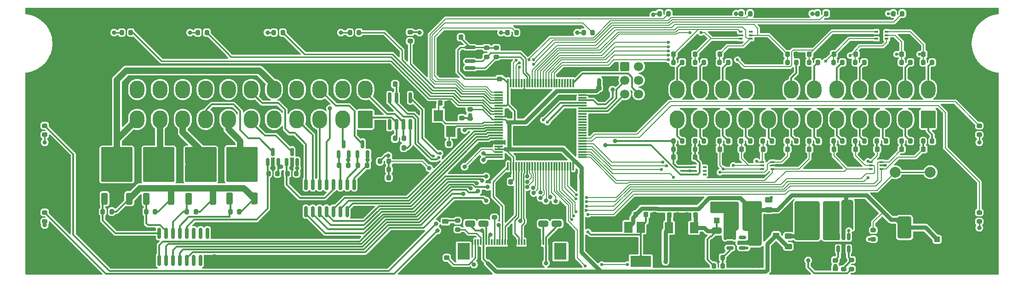
<source format=gtl>
G04 #@! TF.GenerationSoftware,KiCad,Pcbnew,7.0.1*
G04 #@! TF.CreationDate,2023-04-02T15:52:54+01:00*
G04 #@! TF.ProjectId,ecu,6563752e-6b69-4636-9164-5f7063625858,rev?*
G04 #@! TF.SameCoordinates,Original*
G04 #@! TF.FileFunction,Copper,L1,Top*
G04 #@! TF.FilePolarity,Positive*
%FSLAX46Y46*%
G04 Gerber Fmt 4.6, Leading zero omitted, Abs format (unit mm)*
G04 Created by KiCad (PCBNEW 7.0.1) date 2023-04-02 15:52:54*
%MOMM*%
%LPD*%
G01*
G04 APERTURE LIST*
G04 Aperture macros list*
%AMRoundRect*
0 Rectangle with rounded corners*
0 $1 Rounding radius*
0 $2 $3 $4 $5 $6 $7 $8 $9 X,Y pos of 4 corners*
0 Add a 4 corners polygon primitive as box body*
4,1,4,$2,$3,$4,$5,$6,$7,$8,$9,$2,$3,0*
0 Add four circle primitives for the rounded corners*
1,1,$1+$1,$2,$3*
1,1,$1+$1,$4,$5*
1,1,$1+$1,$6,$7*
1,1,$1+$1,$8,$9*
0 Add four rect primitives between the rounded corners*
20,1,$1+$1,$2,$3,$4,$5,0*
20,1,$1+$1,$4,$5,$6,$7,0*
20,1,$1+$1,$6,$7,$8,$9,0*
20,1,$1+$1,$8,$9,$2,$3,0*%
G04 Aperture macros list end*
G04 #@! TA.AperFunction,SMDPad,CuDef*
%ADD10RoundRect,0.150000X-0.825000X-0.150000X0.825000X-0.150000X0.825000X0.150000X-0.825000X0.150000X0*%
G04 #@! TD*
G04 #@! TA.AperFunction,SMDPad,CuDef*
%ADD11RoundRect,0.225000X0.225000X0.250000X-0.225000X0.250000X-0.225000X-0.250000X0.225000X-0.250000X0*%
G04 #@! TD*
G04 #@! TA.AperFunction,SMDPad,CuDef*
%ADD12RoundRect,0.200000X-0.275000X0.200000X-0.275000X-0.200000X0.275000X-0.200000X0.275000X0.200000X0*%
G04 #@! TD*
G04 #@! TA.AperFunction,SMDPad,CuDef*
%ADD13RoundRect,0.225000X0.250000X-0.225000X0.250000X0.225000X-0.250000X0.225000X-0.250000X-0.225000X0*%
G04 #@! TD*
G04 #@! TA.AperFunction,SMDPad,CuDef*
%ADD14RoundRect,0.243750X0.456250X-0.243750X0.456250X0.243750X-0.456250X0.243750X-0.456250X-0.243750X0*%
G04 #@! TD*
G04 #@! TA.AperFunction,SMDPad,CuDef*
%ADD15R,1.500000X4.000000*%
G04 #@! TD*
G04 #@! TA.AperFunction,SMDPad,CuDef*
%ADD16RoundRect,0.200000X0.200000X0.275000X-0.200000X0.275000X-0.200000X-0.275000X0.200000X-0.275000X0*%
G04 #@! TD*
G04 #@! TA.AperFunction,SMDPad,CuDef*
%ADD17R,1.800000X2.100000*%
G04 #@! TD*
G04 #@! TA.AperFunction,SMDPad,CuDef*
%ADD18RoundRect,0.250000X0.650000X-0.325000X0.650000X0.325000X-0.650000X0.325000X-0.650000X-0.325000X0*%
G04 #@! TD*
G04 #@! TA.AperFunction,SMDPad,CuDef*
%ADD19RoundRect,0.250000X0.350000X-0.850000X0.350000X0.850000X-0.350000X0.850000X-0.350000X-0.850000X0*%
G04 #@! TD*
G04 #@! TA.AperFunction,SMDPad,CuDef*
%ADD20RoundRect,0.250000X1.125000X-1.275000X1.125000X1.275000X-1.125000X1.275000X-1.125000X-1.275000X0*%
G04 #@! TD*
G04 #@! TA.AperFunction,SMDPad,CuDef*
%ADD21RoundRect,0.249997X2.650003X-2.950003X2.650003X2.950003X-2.650003X2.950003X-2.650003X-2.950003X0*%
G04 #@! TD*
G04 #@! TA.AperFunction,SMDPad,CuDef*
%ADD22RoundRect,0.225000X-0.225000X-0.250000X0.225000X-0.250000X0.225000X0.250000X-0.225000X0.250000X0*%
G04 #@! TD*
G04 #@! TA.AperFunction,SMDPad,CuDef*
%ADD23RoundRect,0.250000X0.300000X-0.300000X0.300000X0.300000X-0.300000X0.300000X-0.300000X-0.300000X0*%
G04 #@! TD*
G04 #@! TA.AperFunction,SMDPad,CuDef*
%ADD24R,1.500000X2.000000*%
G04 #@! TD*
G04 #@! TA.AperFunction,SMDPad,CuDef*
%ADD25R,3.800000X2.000000*%
G04 #@! TD*
G04 #@! TA.AperFunction,SMDPad,CuDef*
%ADD26RoundRect,0.150000X-0.512500X-0.150000X0.512500X-0.150000X0.512500X0.150000X-0.512500X0.150000X0*%
G04 #@! TD*
G04 #@! TA.AperFunction,SMDPad,CuDef*
%ADD27R,0.300000X1.100000*%
G04 #@! TD*
G04 #@! TA.AperFunction,SMDPad,CuDef*
%ADD28R,2.300000X3.100000*%
G04 #@! TD*
G04 #@! TA.AperFunction,SMDPad,CuDef*
%ADD29RoundRect,0.200000X-0.200000X-0.275000X0.200000X-0.275000X0.200000X0.275000X-0.200000X0.275000X0*%
G04 #@! TD*
G04 #@! TA.AperFunction,SMDPad,CuDef*
%ADD30RoundRect,0.250000X-0.650000X0.325000X-0.650000X-0.325000X0.650000X-0.325000X0.650000X0.325000X0*%
G04 #@! TD*
G04 #@! TA.AperFunction,SMDPad,CuDef*
%ADD31R,0.650000X0.400000*%
G04 #@! TD*
G04 #@! TA.AperFunction,SMDPad,CuDef*
%ADD32RoundRect,0.243750X-0.456250X0.243750X-0.456250X-0.243750X0.456250X-0.243750X0.456250X0.243750X0*%
G04 #@! TD*
G04 #@! TA.AperFunction,SMDPad,CuDef*
%ADD33RoundRect,0.150000X0.150000X-0.587500X0.150000X0.587500X-0.150000X0.587500X-0.150000X-0.587500X0*%
G04 #@! TD*
G04 #@! TA.AperFunction,SMDPad,CuDef*
%ADD34RoundRect,0.250000X-1.000000X1.750000X-1.000000X-1.750000X1.000000X-1.750000X1.000000X1.750000X0*%
G04 #@! TD*
G04 #@! TA.AperFunction,SMDPad,CuDef*
%ADD35RoundRect,0.250000X-0.300000X0.300000X-0.300000X-0.300000X0.300000X-0.300000X0.300000X0.300000X0*%
G04 #@! TD*
G04 #@! TA.AperFunction,ComponentPad*
%ADD36RoundRect,0.250000X-0.600000X-0.600000X0.600000X-0.600000X0.600000X0.600000X-0.600000X0.600000X0*%
G04 #@! TD*
G04 #@! TA.AperFunction,ComponentPad*
%ADD37C,1.700000*%
G04 #@! TD*
G04 #@! TA.AperFunction,SMDPad,CuDef*
%ADD38RoundRect,0.150000X0.150000X-0.850000X0.150000X0.850000X-0.150000X0.850000X-0.150000X-0.850000X0*%
G04 #@! TD*
G04 #@! TA.AperFunction,SMDPad,CuDef*
%ADD39RoundRect,0.150000X0.150000X-0.512500X0.150000X0.512500X-0.150000X0.512500X-0.150000X-0.512500X0*%
G04 #@! TD*
G04 #@! TA.AperFunction,SMDPad,CuDef*
%ADD40RoundRect,0.150000X-0.150000X0.825000X-0.150000X-0.825000X0.150000X-0.825000X0.150000X0.825000X0*%
G04 #@! TD*
G04 #@! TA.AperFunction,SMDPad,CuDef*
%ADD41RoundRect,0.200000X0.275000X-0.200000X0.275000X0.200000X-0.275000X0.200000X-0.275000X-0.200000X0*%
G04 #@! TD*
G04 #@! TA.AperFunction,SMDPad,CuDef*
%ADD42RoundRect,0.075000X-0.725000X-0.075000X0.725000X-0.075000X0.725000X0.075000X-0.725000X0.075000X0*%
G04 #@! TD*
G04 #@! TA.AperFunction,SMDPad,CuDef*
%ADD43RoundRect,0.075000X-0.075000X-0.725000X0.075000X-0.725000X0.075000X0.725000X-0.075000X0.725000X0*%
G04 #@! TD*
G04 #@! TA.AperFunction,ComponentPad*
%ADD44RoundRect,0.250001X1.099999X1.399999X-1.099999X1.399999X-1.099999X-1.399999X1.099999X-1.399999X0*%
G04 #@! TD*
G04 #@! TA.AperFunction,ComponentPad*
%ADD45O,2.700000X3.300000*%
G04 #@! TD*
G04 #@! TA.AperFunction,SMDPad,CuDef*
%ADD46R,2.400000X4.200000*%
G04 #@! TD*
G04 #@! TA.AperFunction,SMDPad,CuDef*
%ADD47RoundRect,0.250000X-0.325000X-0.650000X0.325000X-0.650000X0.325000X0.650000X-0.325000X0.650000X0*%
G04 #@! TD*
G04 #@! TA.AperFunction,ComponentPad*
%ADD48C,2.000000*%
G04 #@! TD*
G04 #@! TA.AperFunction,SMDPad,CuDef*
%ADD49RoundRect,0.225000X-0.375000X0.225000X-0.375000X-0.225000X0.375000X-0.225000X0.375000X0.225000X0*%
G04 #@! TD*
G04 #@! TA.AperFunction,SMDPad,CuDef*
%ADD50RoundRect,0.225000X0.375000X-0.225000X0.375000X0.225000X-0.375000X0.225000X-0.375000X-0.225000X0*%
G04 #@! TD*
G04 #@! TA.AperFunction,SMDPad,CuDef*
%ADD51RoundRect,0.225000X-0.250000X0.225000X-0.250000X-0.225000X0.250000X-0.225000X0.250000X0.225000X0*%
G04 #@! TD*
G04 #@! TA.AperFunction,ViaPad*
%ADD52C,0.600000*%
G04 #@! TD*
G04 #@! TA.AperFunction,ViaPad*
%ADD53C,0.800000*%
G04 #@! TD*
G04 #@! TA.AperFunction,Conductor*
%ADD54C,0.800000*%
G04 #@! TD*
G04 #@! TA.AperFunction,Conductor*
%ADD55C,0.200000*%
G04 #@! TD*
G04 #@! TA.AperFunction,Conductor*
%ADD56C,0.300000*%
G04 #@! TD*
G04 #@! TA.AperFunction,Conductor*
%ADD57C,0.250000*%
G04 #@! TD*
G04 #@! TA.AperFunction,Conductor*
%ADD58C,1.200000*%
G04 #@! TD*
G04 APERTURE END LIST*
D10*
G04 #@! TO.P,U9,1,A0*
G04 #@! TO.N,GND*
X127355000Y-107730000D03*
G04 #@! TO.P,U9,2,A1*
X127355000Y-109000000D03*
G04 #@! TO.P,U9,3,A2*
X127355000Y-110270000D03*
G04 #@! TO.P,U9,4,VSS*
X127355000Y-111540000D03*
G04 #@! TO.P,U9,5,SDA*
G04 #@! TO.N,/SDA*
X132305000Y-111540000D03*
G04 #@! TO.P,U9,6,SCL*
G04 #@! TO.N,/SCL*
X132305000Y-110270000D03*
G04 #@! TO.P,U9,7,WP*
G04 #@! TO.N,GND*
X132305000Y-109000000D03*
G04 #@! TO.P,U9,8,VDD*
G04 #@! TO.N,+3V3*
X132305000Y-107730000D03*
G04 #@! TD*
D11*
G04 #@! TO.P,C45,1*
G04 #@! TO.N,Net-(D22-K)*
X173750000Y-138650000D03*
G04 #@! TO.P,C45,2*
G04 #@! TO.N,GND*
X172200000Y-138650000D03*
G04 #@! TD*
D12*
G04 #@! TO.P,R59,1*
G04 #@! TO.N,Net-(U10-FB)*
X202500000Y-146925000D03*
G04 #@! TO.P,R59,2*
G04 #@! TO.N,Net-(C54-Pad1)*
X202500000Y-148575000D03*
G04 #@! TD*
D13*
G04 #@! TO.P,C53,1*
G04 #@! TO.N,Net-(D25-K)*
X199500000Y-148525000D03*
G04 #@! TO.P,C53,2*
G04 #@! TO.N,Net-(U10-BST)*
X199500000Y-146975000D03*
G04 #@! TD*
D12*
G04 #@! TO.P,R60,1*
G04 #@! TO.N,GND*
X201000000Y-146950000D03*
G04 #@! TO.P,R60,2*
G04 #@! TO.N,Net-(U10-FB)*
X201000000Y-148600000D03*
G04 #@! TD*
D14*
G04 #@! TO.P,F2,1*
G04 #@! TO.N,Net-(D24-K)*
X187250000Y-137687500D03*
G04 #@! TO.P,F2,2*
G04 #@! TO.N,+12V*
X187250000Y-135812500D03*
G04 #@! TD*
D15*
G04 #@! TO.P,L3,1,1*
G04 #@! TO.N,Net-(D24-K)*
X183750000Y-138843750D03*
G04 #@! TO.P,L3,2,2*
G04 #@! TO.N,Net-(D22-A)*
X180150000Y-138843750D03*
G04 #@! TD*
D16*
G04 #@! TO.P,R37,1*
G04 #@! TO.N,/LED_BRAKE*
X111825000Y-105000000D03*
G04 #@! TO.P,R37,2*
G04 #@! TO.N,Net-(D10-A)*
X110175000Y-105000000D03*
G04 #@! TD*
D17*
G04 #@! TO.P,Y1,1,1*
G04 #@! TO.N,Net-(U6-OSC_OUT)*
X128750000Y-123200000D03*
G04 #@! TO.P,Y1,2,2*
G04 #@! TO.N,GND*
X128750000Y-120300000D03*
G04 #@! TO.P,Y1,3,3*
G04 #@! TO.N,Net-(U6-OSC_IN)*
X126450000Y-120300000D03*
G04 #@! TO.P,Y1,4,4*
G04 #@! TO.N,GND*
X126450000Y-123200000D03*
G04 #@! TD*
D18*
G04 #@! TO.P,C48,1*
G04 #@! TO.N,Net-(J5-Pin_4)*
X145750000Y-140250000D03*
G04 #@! TO.P,C48,2*
G04 #@! TO.N,GND*
X145750000Y-137300000D03*
G04 #@! TD*
D16*
G04 #@! TO.P,R16,1*
G04 #@! TO.N,/CAN_H*
X120100000Y-124525000D03*
G04 #@! TO.P,R16,2*
G04 #@! TO.N,/CAN_L*
X118450000Y-124525000D03*
G04 #@! TD*
D19*
G04 #@! TO.P,Q2,1,G*
G04 #@! TO.N,Net-(Q2-G)*
X65000000Y-135625000D03*
D20*
G04 #@! TO.P,Q2,2,D*
G04 #@! TO.N,/INDIC_LEFT_H*
X65755000Y-131000000D03*
X68805000Y-131000000D03*
D21*
X67280000Y-129325000D03*
D20*
X65755000Y-127650000D03*
X68805000Y-127650000D03*
D19*
G04 #@! TO.P,Q2,3,S*
G04 #@! TO.N,+12V*
X69560000Y-135625000D03*
G04 #@! TD*
D11*
G04 #@! TO.P,C35,1*
G04 #@! TO.N,+3V3*
X139775000Y-132500000D03*
G04 #@! TO.P,C35,2*
G04 #@! TO.N,GND*
X138225000Y-132500000D03*
G04 #@! TD*
D16*
G04 #@! TO.P,R42,1*
G04 #@! TO.N,/LED_BATTERY*
X183825000Y-101500000D03*
G04 #@! TO.P,R42,2*
G04 #@! TO.N,Net-(D15-A)*
X182175000Y-101500000D03*
G04 #@! TD*
D22*
G04 #@! TO.P,C20,1*
G04 #@! TO.N,/IN_AIRBAG*
X215725000Y-109000000D03*
G04 #@! TO.P,C20,2*
G04 #@! TO.N,GND*
X217275000Y-109000000D03*
G04 #@! TD*
D23*
G04 #@! TO.P,D22,1,K*
G04 #@! TO.N,Net-(D22-K)*
X177700000Y-139643750D03*
G04 #@! TO.P,D22,2,A*
G04 #@! TO.N,Net-(D22-A)*
X177700000Y-136843750D03*
G04 #@! TD*
D22*
G04 #@! TO.P,C24,1*
G04 #@! TO.N,/IN_WINDSHIELD_JET*
X194725000Y-109000000D03*
G04 #@! TO.P,C24,2*
G04 #@! TO.N,GND*
X196275000Y-109000000D03*
G04 #@! TD*
D24*
G04 #@! TO.P,U7,1,GND*
G04 #@! TO.N,GND*
X166000000Y-140900000D03*
G04 #@! TO.P,U7,2,VO*
G04 #@! TO.N,+5V*
X163700000Y-140900000D03*
D25*
X163700000Y-147200000D03*
D24*
G04 #@! TO.P,U7,3,VI*
G04 #@! TO.N,Net-(D24-K)*
X161400000Y-140900000D03*
G04 #@! TD*
D26*
G04 #@! TO.P,U3,1,SW*
G04 #@! TO.N,Net-(D22-A)*
X180112500Y-142793750D03*
G04 #@! TO.P,U3,2,GND*
G04 #@! TO.N,GND*
X180112500Y-143743750D03*
G04 #@! TO.P,U3,3,FB*
G04 #@! TO.N,Net-(U3-FB)*
X180112500Y-144693750D03*
G04 #@! TO.P,U3,4,EN*
G04 #@! TO.N,/OLED_POWER_EN*
X182387500Y-144693750D03*
G04 #@! TO.P,U3,5,IN*
G04 #@! TO.N,Net-(D24-K)*
X182387500Y-143743750D03*
G04 #@! TO.P,U3,6,NC*
G04 #@! TO.N,unconnected-(U3-NC-Pad6)*
X182387500Y-142793750D03*
G04 #@! TD*
D16*
G04 #@! TO.P,R11,1*
G04 #@! TO.N,Net-(U1-Rs)*
X120075000Y-126250000D03*
G04 #@! TO.P,R11,2*
G04 #@! TO.N,GND*
X118425000Y-126250000D03*
G04 #@! TD*
D27*
G04 #@! TO.P,J5,1,Pin_1*
G04 #@! TO.N,GND*
X147250000Y-143650000D03*
G04 #@! TO.P,J5,2,Pin_2*
X146750000Y-143650000D03*
G04 #@! TO.P,J5,3,Pin_3*
G04 #@! TO.N,+15V*
X146250000Y-143650000D03*
G04 #@! TO.P,J5,4,Pin_4*
G04 #@! TO.N,Net-(J5-Pin_4)*
X145750000Y-143650000D03*
G04 #@! TO.P,J5,5,Pin_5*
G04 #@! TO.N,GND*
X145250000Y-143650000D03*
G04 #@! TO.P,J5,6,Pin_6*
X144750000Y-143650000D03*
G04 #@! TO.P,J5,7,Pin_7*
X144250000Y-143650000D03*
G04 #@! TO.P,J5,8,Pin_8*
X143750000Y-143650000D03*
G04 #@! TO.P,J5,9,Pin_9*
X143250000Y-143650000D03*
G04 #@! TO.P,J5,10,Pin_10*
X142750000Y-143650000D03*
G04 #@! TO.P,J5,11,Pin_11*
G04 #@! TO.N,unconnected-(J5-Pin_11-Pad11)*
X142250000Y-143650000D03*
G04 #@! TO.P,J5,12,Pin_12*
G04 #@! TO.N,/OLED_MOSI*
X141750000Y-143650000D03*
G04 #@! TO.P,J5,13,Pin_13*
G04 #@! TO.N,/OLED_SCK*
X141250000Y-143650000D03*
G04 #@! TO.P,J5,14,Pin_14*
G04 #@! TO.N,GND*
X140750000Y-143650000D03*
G04 #@! TO.P,J5,15,Pin_15*
X140250000Y-143650000D03*
G04 #@! TO.P,J5,16,Pin_16*
X139750000Y-143650000D03*
G04 #@! TO.P,J5,17,Pin_17*
X139250000Y-143650000D03*
G04 #@! TO.P,J5,18,Pin_18*
G04 #@! TO.N,/OLED_DC*
X138750000Y-143650000D03*
G04 #@! TO.P,J5,19,Pin_19*
G04 #@! TO.N,/OLED_CS*
X138250000Y-143650000D03*
G04 #@! TO.P,J5,20,Pin_20*
G04 #@! TO.N,/OLED_RES*
X137750000Y-143650000D03*
G04 #@! TO.P,J5,21,Pin_21*
G04 #@! TO.N,unconnected-(J5-Pin_21-Pad21)*
X137250000Y-143650000D03*
G04 #@! TO.P,J5,22,Pin_22*
G04 #@! TO.N,Net-(J5-Pin_22)*
X136750000Y-143650000D03*
G04 #@! TO.P,J5,23,Pin_23*
G04 #@! TO.N,unconnected-(J5-Pin_23-Pad23)*
X136250000Y-143650000D03*
G04 #@! TO.P,J5,24,Pin_24*
G04 #@! TO.N,+3V3*
X135750000Y-143650000D03*
G04 #@! TO.P,J5,25,Pin_25*
G04 #@! TO.N,Net-(J5-Pin_25)*
X135250000Y-143650000D03*
G04 #@! TO.P,J5,26,Pin_26*
G04 #@! TO.N,+3V3*
X134750000Y-143650000D03*
G04 #@! TO.P,J5,27,Pin_27*
G04 #@! TO.N,Net-(J5-Pin_27)*
X134250000Y-143650000D03*
G04 #@! TO.P,J5,28,Pin_28*
G04 #@! TO.N,GND*
X133750000Y-143650000D03*
G04 #@! TO.P,J5,29,Pin_29*
G04 #@! TO.N,+15V*
X133250000Y-143650000D03*
G04 #@! TO.P,J5,30,Pin_30*
G04 #@! TO.N,GND*
X132750000Y-143650000D03*
D28*
G04 #@! TO.P,J5,MP*
G04 #@! TO.N,N/C*
X131080000Y-145350000D03*
X148920000Y-145350000D03*
G04 #@! TD*
D29*
G04 #@! TO.P,R17,1*
G04 #@! TO.N,/IN_AIRBAG*
X215675000Y-110500000D03*
G04 #@! TO.P,R17,2*
G04 #@! TO.N,Net-(J1-Pin_13)*
X217325000Y-110500000D03*
G04 #@! TD*
D30*
G04 #@! TO.P,C42,1*
G04 #@! TO.N,Net-(D24-K)*
X184700000Y-142618750D03*
G04 #@! TO.P,C42,2*
G04 #@! TO.N,GND*
X184700000Y-145568750D03*
G04 #@! TD*
D22*
G04 #@! TO.P,C9,1*
G04 #@! TO.N,/IN_INDICATOR_RIGHT*
X186225000Y-126500000D03*
G04 #@! TO.P,C9,2*
G04 #@! TO.N,GND*
X187775000Y-126500000D03*
G04 #@! TD*
D29*
G04 #@! TO.P,R2,1*
G04 #@! TO.N,/IN_CTL_APC*
X211675000Y-125000000D03*
G04 #@! TO.P,R2,2*
G04 #@! TO.N,Net-(J1-Pin_2)*
X213325000Y-125000000D03*
G04 #@! TD*
D12*
G04 #@! TO.P,R46,1*
G04 #@! TO.N,/LED_HEADLIGHT*
X226000000Y-122175000D03*
G04 #@! TO.P,R46,2*
G04 #@! TO.N,Net-(D19-A)*
X226000000Y-123825000D03*
G04 #@! TD*
D31*
G04 #@! TO.P,D2,1,K1*
G04 #@! TO.N,/IN_WIPER*
X187950000Y-130150000D03*
G04 #@! TO.P,D2,2,A*
G04 #@! TO.N,GND*
X187950000Y-129500000D03*
G04 #@! TO.P,D2,3,K2*
G04 #@! TO.N,/IN_FOG_LIGHT*
X187950000Y-128850000D03*
G04 #@! TO.P,D2,4,K3*
G04 #@! TO.N,/IN_INDICATOR_RIGHT*
X186050000Y-128850000D03*
G04 #@! TO.P,D2,5,K4*
G04 #@! TO.N,/IN_BRAKE_1*
X186050000Y-129500000D03*
G04 #@! TO.P,D2,6,K5*
G04 #@! TO.N,/IN_SIDELIGHTS*
X186050000Y-130150000D03*
G04 #@! TD*
D32*
G04 #@! TO.P,F1,1*
G04 #@! TO.N,Net-(C54-Pad1)*
X190850000Y-142562500D03*
G04 #@! TO.P,F1,2*
G04 #@! TO.N,+3V3*
X190850000Y-144437500D03*
G04 #@! TD*
D29*
G04 #@! TO.P,R9,1*
G04 #@! TO.N,/IN_BRAKE_1*
X182175000Y-125000000D03*
G04 #@! TO.P,R9,2*
G04 #@! TO.N,Net-(J1-Pin_9)*
X183825000Y-125000000D03*
G04 #@! TD*
G04 #@! TO.P,R3,1*
G04 #@! TO.N,/IN_ECO*
X207175000Y-125000000D03*
G04 #@! TO.P,R3,2*
G04 #@! TO.N,Net-(J1-Pin_3)*
X208825000Y-125000000D03*
G04 #@! TD*
G04 #@! TO.P,R23,1*
G04 #@! TO.N,/IN_KEY1*
X178175000Y-110500000D03*
G04 #@! TO.P,R23,2*
G04 #@! TO.N,Net-(J1-Pin_22)*
X179825000Y-110500000D03*
G04 #@! TD*
D22*
G04 #@! TO.P,C23,1*
G04 #@! TO.N,/IN_DRIVE_DIR_2*
X199225000Y-109000000D03*
G04 #@! TO.P,C23,2*
G04 #@! TO.N,GND*
X200775000Y-109000000D03*
G04 #@! TD*
D33*
G04 #@! TO.P,Q6,1,G*
G04 #@! TO.N,Net-(Q6-G)*
X95050000Y-128875000D03*
G04 #@! TO.P,Q6,2,S*
G04 #@! TO.N,+12V*
X96950000Y-128875000D03*
G04 #@! TO.P,Q6,3,D*
G04 #@! TO.N,/HEATING_H*
X96000000Y-127000000D03*
G04 #@! TD*
D22*
G04 #@! TO.P,C11,1*
G04 #@! TO.N,/IN_SIDELIGHTS*
X178225000Y-126500000D03*
G04 #@! TO.P,C11,2*
G04 #@! TO.N,GND*
X179775000Y-126500000D03*
G04 #@! TD*
D29*
G04 #@! TO.P,R8,1*
G04 #@! TO.N,/IN_INDICATOR_RIGHT*
X186175000Y-125000000D03*
G04 #@! TO.P,R8,2*
G04 #@! TO.N,Net-(J1-Pin_8)*
X187825000Y-125000000D03*
G04 #@! TD*
G04 #@! TO.P,R22,1*
G04 #@! TO.N,/IN_HIGHBEAM*
X190675000Y-110500000D03*
G04 #@! TO.P,R22,2*
G04 #@! TO.N,Net-(J1-Pin_19)*
X192325000Y-110500000D03*
G04 #@! TD*
D12*
G04 #@! TO.P,R56,1*
G04 #@! TO.N,+3V3*
X137080000Y-107810000D03*
G04 #@! TO.P,R56,2*
G04 #@! TO.N,/SDA*
X137080000Y-109460000D03*
G04 #@! TD*
D11*
G04 #@! TO.P,C37,1*
G04 #@! TO.N,Net-(D24-K)*
X162775000Y-138550000D03*
G04 #@! TO.P,C37,2*
G04 #@! TO.N,GND*
X161225000Y-138550000D03*
G04 #@! TD*
D34*
G04 #@! TO.P,C1,1*
G04 #@! TO.N,Net-(D24-K)*
X212250000Y-140950000D03*
G04 #@! TO.P,C1,2*
G04 #@! TO.N,GND*
X212250000Y-147050000D03*
G04 #@! TD*
D35*
G04 #@! TO.P,D24,1,K*
G04 #@! TO.N,Net-(D24-K)*
X218250000Y-143100000D03*
G04 #@! TO.P,D24,2,A*
G04 #@! TO.N,GND*
X218250000Y-145900000D03*
G04 #@! TD*
D12*
G04 #@! TO.P,R57,1*
G04 #@! TO.N,+3V3*
X135330000Y-107810000D03*
G04 #@! TO.P,R57,2*
G04 #@! TO.N,/SCL*
X135330000Y-109460000D03*
G04 #@! TD*
D16*
G04 #@! TO.P,R41,2*
G04 #@! TO.N,Net-(D14-A)*
X167175000Y-101500000D03*
G04 #@! TO.P,R41,1*
G04 #@! TO.N,/LED_ABS*
X168825000Y-101500000D03*
G04 #@! TD*
D36*
G04 #@! TO.P,J3,1,Pin_1*
G04 #@! TO.N,+3V3*
X160750000Y-111250000D03*
D37*
G04 #@! TO.P,J3,2,Pin_2*
X163290000Y-111250000D03*
G04 #@! TO.P,J3,3,Pin_3*
G04 #@! TO.N,/USART1_RX*
X160750000Y-113790000D03*
G04 #@! TO.P,J3,4,Pin_4*
G04 #@! TO.N,/SWDIO*
X163290000Y-113790000D03*
G04 #@! TO.P,J3,5,Pin_5*
G04 #@! TO.N,/USART1_TX*
X160750000Y-116330000D03*
G04 #@! TO.P,J3,6,Pin_6*
G04 #@! TO.N,/SWDCLK*
X163290000Y-116330000D03*
G04 #@! TO.P,J3,7,Pin_7*
G04 #@! TO.N,GND*
X160750000Y-118870000D03*
G04 #@! TO.P,J3,8,Pin_8*
X163290000Y-118870000D03*
G04 #@! TD*
D19*
G04 #@! TO.P,Q8,1,G*
G04 #@! TO.N,Net-(Q8-G)*
X80440000Y-135625000D03*
D20*
G04 #@! TO.P,Q8,2,D*
G04 #@! TO.N,/LIGHT_STOP_H*
X81195000Y-131000000D03*
X84245000Y-131000000D03*
D21*
X82720000Y-129325000D03*
D20*
X81195000Y-127650000D03*
X84245000Y-127650000D03*
D19*
G04 #@! TO.P,Q8,3,S*
G04 #@! TO.N,+12V*
X85000000Y-135625000D03*
G04 #@! TD*
D29*
G04 #@! TO.P,R5,1*
G04 #@! TO.N,/IN_DRIVE_DIR_1*
X199175000Y-125000000D03*
G04 #@! TO.P,R5,2*
G04 #@! TO.N,Net-(J1-Pin_5)*
X200825000Y-125000000D03*
G04 #@! TD*
D38*
G04 #@! TO.P,U4,1,I1*
G04 #@! TO.N,/BMS*
X102055000Y-138000000D03*
G04 #@! TO.P,U4,2,I2*
G04 #@! TO.N,/WIPERS*
X103325000Y-138000000D03*
G04 #@! TO.P,U4,3,I3*
G04 #@! TO.N,/WINDSHIELD_HEAT*
X104595000Y-138000000D03*
G04 #@! TO.P,U4,4,I4*
G04 #@! TO.N,/INVERTER*
X105865000Y-138000000D03*
G04 #@! TO.P,U4,5,I5*
G04 #@! TO.N,/LIGHT_HAZARD*
X107135000Y-138000000D03*
G04 #@! TO.P,U4,6,I6*
G04 #@! TO.N,/LIGHT_DAYTIME*
X108405000Y-138000000D03*
G04 #@! TO.P,U4,7,I7*
G04 #@! TO.N,/APC*
X109675000Y-138000000D03*
G04 #@! TO.P,U4,8,GND*
G04 #@! TO.N,GND*
X110945000Y-138000000D03*
G04 #@! TO.P,U4,9,COM*
G04 #@! TO.N,+12V*
X110945000Y-133000000D03*
G04 #@! TO.P,U4,10,O7*
G04 #@! TO.N,Net-(Q7-G)*
X109675000Y-133000000D03*
G04 #@! TO.P,U4,11,O6*
G04 #@! TO.N,Net-(Q4-G)*
X108405000Y-133000000D03*
G04 #@! TO.P,U4,12,O5*
G04 #@! TO.N,Net-(Q5-G)*
X107135000Y-133000000D03*
G04 #@! TO.P,U4,13,O4*
G04 #@! TO.N,/INVERTER_L*
X105865000Y-133000000D03*
G04 #@! TO.P,U4,14,O3*
G04 #@! TO.N,/WINDSHIELD_HEAT_L*
X104595000Y-133000000D03*
G04 #@! TO.P,U4,15,O2*
G04 #@! TO.N,/WIPERS_L*
X103325000Y-133000000D03*
G04 #@! TO.P,U4,16,O1*
G04 #@! TO.N,/BMS_L*
X102055000Y-133000000D03*
G04 #@! TD*
D18*
G04 #@! TO.P,C51,1*
G04 #@! TO.N,+3V3*
X132250000Y-140225000D03*
G04 #@! TO.P,C51,2*
G04 #@! TO.N,GND*
X132250000Y-137275000D03*
G04 #@! TD*
D39*
G04 #@! TO.P,U10,1,BST*
G04 #@! TO.N,Net-(U10-BST)*
X200050000Y-144887500D03*
G04 #@! TO.P,U10,2,GND*
G04 #@! TO.N,GND*
X201000000Y-144887500D03*
G04 #@! TO.P,U10,3,FB*
G04 #@! TO.N,Net-(U10-FB)*
X201950000Y-144887500D03*
G04 #@! TO.P,U10,4,EN*
G04 #@! TO.N,Net-(U10-EN)*
X201950000Y-142612500D03*
G04 #@! TO.P,U10,5,VIN*
G04 #@! TO.N,Net-(D24-K)*
X201000000Y-142612500D03*
G04 #@! TO.P,U10,6,LX*
G04 #@! TO.N,Net-(D25-K)*
X200050000Y-142612500D03*
G04 #@! TD*
D29*
G04 #@! TO.P,R25,1*
G04 #@! TO.N,/IN_CRASH*
X169675000Y-110500000D03*
G04 #@! TO.P,R25,2*
G04 #@! TO.N,Net-(J1-Pin_24)*
X171325000Y-110500000D03*
G04 #@! TD*
D22*
G04 #@! TO.P,C3,1*
G04 #@! TO.N,/IN_CTL_APC*
X211725000Y-126500000D03*
G04 #@! TO.P,C3,2*
G04 #@! TO.N,GND*
X213275000Y-126500000D03*
G04 #@! TD*
D13*
G04 #@! TO.P,C33,1*
G04 #@! TO.N,+3V3*
X137750000Y-113525000D03*
G04 #@! TO.P,C33,2*
G04 #@! TO.N,GND*
X137750000Y-111975000D03*
G04 #@! TD*
D38*
G04 #@! TO.P,U5,1,I1*
G04 #@! TO.N,/INDIC_LEFT*
X75055000Y-147000000D03*
G04 #@! TO.P,U5,2,I2*
G04 #@! TO.N,/INDIC_RIGHT*
X76325000Y-147000000D03*
G04 #@! TO.P,U5,3,I3*
G04 #@! TO.N,/LIGHT_STOP*
X77595000Y-147000000D03*
G04 #@! TO.P,U5,4,I4*
G04 #@! TO.N,/LIGHT_REVERSE*
X78865000Y-147000000D03*
G04 #@! TO.P,U5,5,I5*
G04 #@! TO.N,/HEATING*
X80135000Y-147000000D03*
G04 #@! TO.P,U5,6,I6*
G04 #@! TO.N,unconnected-(U5-I6-Pad6)*
X81405000Y-147000000D03*
G04 #@! TO.P,U5,7,I7*
G04 #@! TO.N,unconnected-(U5-I7-Pad7)*
X82675000Y-147000000D03*
G04 #@! TO.P,U5,8,GND*
G04 #@! TO.N,GND*
X83945000Y-147000000D03*
G04 #@! TO.P,U5,9,COM*
G04 #@! TO.N,unconnected-(U5-COM-Pad9)*
X83945000Y-142000000D03*
G04 #@! TO.P,U5,10,O7*
G04 #@! TO.N,unconnected-(U5-O7-Pad10)*
X82675000Y-142000000D03*
G04 #@! TO.P,U5,11,O6*
G04 #@! TO.N,unconnected-(U5-O6-Pad11)*
X81405000Y-142000000D03*
G04 #@! TO.P,U5,12,O5*
G04 #@! TO.N,Net-(Q6-G)*
X80135000Y-142000000D03*
G04 #@! TO.P,U5,13,O4*
G04 #@! TO.N,Net-(Q3-G)*
X78865000Y-142000000D03*
G04 #@! TO.P,U5,14,O3*
G04 #@! TO.N,Net-(Q8-G)*
X77595000Y-142000000D03*
G04 #@! TO.P,U5,15,O2*
G04 #@! TO.N,Net-(Q1-G)*
X76325000Y-142000000D03*
G04 #@! TO.P,U5,16,O1*
G04 #@! TO.N,Net-(Q2-G)*
X75055000Y-142000000D03*
G04 #@! TD*
D29*
G04 #@! TO.P,R12,1*
G04 #@! TO.N,/THR1*
X173675000Y-125000000D03*
G04 #@! TO.P,R12,2*
G04 #@! TO.N,Net-(J1-Pin_11)*
X175325000Y-125000000D03*
G04 #@! TD*
D22*
G04 #@! TO.P,C4,1*
G04 #@! TO.N,/IN_ECO*
X207225000Y-126500000D03*
G04 #@! TO.P,C4,2*
G04 #@! TO.N,GND*
X208775000Y-126500000D03*
G04 #@! TD*
D29*
G04 #@! TO.P,R7,1*
G04 #@! TO.N,/IN_FOG_LIGHT*
X190675000Y-125000000D03*
G04 #@! TO.P,R7,2*
G04 #@! TO.N,Net-(J1-Pin_7)*
X192325000Y-125000000D03*
G04 #@! TD*
D33*
G04 #@! TO.P,Q7,1,G*
G04 #@! TO.N,Net-(Q7-G)*
X111550000Y-127437500D03*
G04 #@! TO.P,Q7,2,S*
G04 #@! TO.N,+12V*
X113450000Y-127437500D03*
G04 #@! TO.P,Q7,3,D*
G04 #@! TO.N,/APC_H*
X112500000Y-125562500D03*
G04 #@! TD*
D13*
G04 #@! TO.P,C30,1*
G04 #@! TO.N,Net-(U6-NRST)*
X130750000Y-120775000D03*
G04 #@! TO.P,C30,2*
G04 #@! TO.N,GND*
X130750000Y-119225000D03*
G04 #@! TD*
D40*
G04 #@! TO.P,U1,1,TXD*
G04 #@! TO.N,/CAN1_TX*
X121275000Y-117025000D03*
G04 #@! TO.P,U1,2,VSS*
G04 #@! TO.N,GND*
X120005000Y-117025000D03*
G04 #@! TO.P,U1,3,VDD*
G04 #@! TO.N,+5V*
X118735000Y-117025000D03*
G04 #@! TO.P,U1,4,RXD*
G04 #@! TO.N,/CAN1_RX*
X117465000Y-117025000D03*
G04 #@! TO.P,U1,5,Vref*
G04 #@! TO.N,unconnected-(U1-Vref-Pad5)*
X117465000Y-121975000D03*
G04 #@! TO.P,U1,6,CANL*
G04 #@! TO.N,/CAN_L*
X118735000Y-121975000D03*
G04 #@! TO.P,U1,7,CANH*
G04 #@! TO.N,/CAN_H*
X120005000Y-121975000D03*
G04 #@! TO.P,U1,8,Rs*
G04 #@! TO.N,Net-(U1-Rs)*
X121275000Y-121975000D03*
G04 #@! TD*
D11*
G04 #@! TO.P,C46,1*
G04 #@! TO.N,+3V3*
X130605000Y-105885000D03*
G04 #@! TO.P,C46,2*
G04 #@! TO.N,GND*
X129055000Y-105885000D03*
G04 #@! TD*
D31*
G04 #@! TO.P,D5,1,K1*
G04 #@! TO.N,/IN_CRASH*
X182050000Y-104850000D03*
G04 #@! TO.P,D5,2,A*
G04 #@! TO.N,GND*
X182050000Y-105500000D03*
G04 #@! TO.P,D5,3,K2*
G04 #@! TO.N,/IN_KEY2*
X182050000Y-106150000D03*
G04 #@! TO.P,D5,4,K3*
G04 #@! TO.N,/IN_KEY1*
X183950000Y-106150000D03*
G04 #@! TO.P,D5,5,K4*
G04 #@! TO.N,/IN_HIGHBEAM*
X183950000Y-105500000D03*
G04 #@! TO.P,D5,6*
G04 #@! TO.N,N/C*
X183950000Y-104850000D03*
G04 #@! TD*
D18*
G04 #@! TO.P,C50,1*
G04 #@! TO.N,+15V*
X148250000Y-140225000D03*
G04 #@! TO.P,C50,2*
G04 #@! TO.N,GND*
X148250000Y-137275000D03*
G04 #@! TD*
D29*
G04 #@! TO.P,R10,1*
G04 #@! TO.N,/IN_SIDELIGHTS*
X178175000Y-125000000D03*
G04 #@! TO.P,R10,2*
G04 #@! TO.N,Net-(J1-Pin_10)*
X179825000Y-125000000D03*
G04 #@! TD*
D41*
G04 #@! TO.P,R58,1*
G04 #@! TO.N,Net-(U10-EN)*
X206500000Y-143075000D03*
G04 #@! TO.P,R58,2*
G04 #@! TO.N,Net-(D24-K)*
X206500000Y-141425000D03*
G04 #@! TD*
D22*
G04 #@! TO.P,C10,1*
G04 #@! TO.N,/IN_BRAKE_1*
X182225000Y-126500000D03*
G04 #@! TO.P,C10,2*
G04 #@! TO.N,GND*
X183775000Y-126500000D03*
G04 #@! TD*
D29*
G04 #@! TO.P,R24,1*
G04 #@! TO.N,/IN_KEY2*
X173675000Y-110500000D03*
G04 #@! TO.P,R24,2*
G04 #@! TO.N,Net-(J1-Pin_23)*
X175325000Y-110500000D03*
G04 #@! TD*
D16*
G04 #@! TO.P,R39,1*
G04 #@! TO.N,/LED_INDICATOR*
X140825000Y-105000000D03*
G04 #@! TO.P,R39,2*
G04 #@! TO.N,Net-(D12-A)*
X139175000Y-105000000D03*
G04 #@! TD*
D18*
G04 #@! TO.P,C49,1*
G04 #@! TO.N,Net-(J5-Pin_25)*
X134750000Y-140225000D03*
G04 #@! TO.P,C49,2*
G04 #@! TO.N,GND*
X134750000Y-137275000D03*
G04 #@! TD*
D22*
G04 #@! TO.P,C6,1*
G04 #@! TO.N,/IN_DRIVE_DIR_1*
X199225000Y-126500000D03*
G04 #@! TO.P,C6,2*
G04 #@! TO.N,GND*
X200775000Y-126500000D03*
G04 #@! TD*
D12*
G04 #@! TO.P,R55,1*
G04 #@! TO.N,Net-(D23-A)*
X130000000Y-139675000D03*
G04 #@! TO.P,R55,2*
G04 #@! TO.N,Net-(J5-Pin_27)*
X130000000Y-141325000D03*
G04 #@! TD*
D42*
G04 #@! TO.P,U6,1,PE2*
G04 #@! TO.N,/LED_INDICATOR*
X137575000Y-116000000D03*
G04 #@! TO.P,U6,2,PE3*
G04 #@! TO.N,/LED_AIRBAG*
X137575000Y-116500000D03*
G04 #@! TO.P,U6,3,PE4*
G04 #@! TO.N,/LED_ABS*
X137575000Y-117000000D03*
G04 #@! TO.P,U6,4,PE5*
G04 #@! TO.N,/LED_BELT*
X137575000Y-117500000D03*
G04 #@! TO.P,U6,5,PE6*
G04 #@! TO.N,/LED_BRAKE*
X137575000Y-118000000D03*
G04 #@! TO.P,U6,6,VBAT*
G04 #@! TO.N,+3V3*
X137575000Y-118500000D03*
G04 #@! TO.P,U6,7,PC13*
G04 #@! TO.N,/LED_STOP*
X137575000Y-119000000D03*
G04 #@! TO.P,U6,8,PC14*
G04 #@! TO.N,/LED_ELECTR*
X137575000Y-119500000D03*
G04 #@! TO.P,U6,9,PC15*
G04 #@! TO.N,/LED_TEMP*
X137575000Y-120000000D03*
G04 #@! TO.P,U6,10,VSS*
G04 #@! TO.N,GND*
X137575000Y-120500000D03*
G04 #@! TO.P,U6,11,VDD*
G04 #@! TO.N,+3V3*
X137575000Y-121000000D03*
G04 #@! TO.P,U6,12,OSC_IN*
G04 #@! TO.N,Net-(U6-OSC_IN)*
X137575000Y-121500000D03*
G04 #@! TO.P,U6,13,OSC_OUT*
G04 #@! TO.N,Net-(U6-OSC_OUT)*
X137575000Y-122000000D03*
G04 #@! TO.P,U6,14,NRST*
G04 #@! TO.N,Net-(U6-NRST)*
X137575000Y-122500000D03*
G04 #@! TO.P,U6,15,PC0*
G04 #@! TO.N,/LIGHT_HAZARD*
X137575000Y-123000000D03*
G04 #@! TO.P,U6,16,PC1*
G04 #@! TO.N,/LIGHT_DAYTIME*
X137575000Y-123500000D03*
G04 #@! TO.P,U6,17,PC2*
G04 #@! TO.N,/APC*
X137575000Y-124000000D03*
G04 #@! TO.P,U6,18,PC3*
G04 #@! TO.N,/INVERTER*
X137575000Y-124500000D03*
G04 #@! TO.P,U6,19,VSSA*
G04 #@! TO.N,GND*
X137575000Y-125000000D03*
G04 #@! TO.P,U6,20,VREF-*
X137575000Y-125500000D03*
G04 #@! TO.P,U6,21,VREF+*
G04 #@! TO.N,+3V3*
X137575000Y-126000000D03*
G04 #@! TO.P,U6,22,VDDA*
X137575000Y-126500000D03*
G04 #@! TO.P,U6,23,PA0*
G04 #@! TO.N,/VBAT_MEAS*
X137575000Y-127000000D03*
G04 #@! TO.P,U6,24,PA1*
G04 #@! TO.N,/THR1*
X137575000Y-127500000D03*
G04 #@! TO.P,U6,25,PA2*
G04 #@! TO.N,/THR2*
X137575000Y-128000000D03*
D43*
G04 #@! TO.P,U6,26,PA3*
G04 #@! TO.N,/OLED_CS*
X139250000Y-129675000D03*
G04 #@! TO.P,U6,27,VSS*
G04 #@! TO.N,GND*
X139750000Y-129675000D03*
G04 #@! TO.P,U6,28,VDD*
G04 #@! TO.N,+3V3*
X140250000Y-129675000D03*
G04 #@! TO.P,U6,29,PA4*
G04 #@! TO.N,/OLED_DC*
X140750000Y-129675000D03*
G04 #@! TO.P,U6,30,PA5*
G04 #@! TO.N,/OLED_SCK*
X141250000Y-129675000D03*
G04 #@! TO.P,U6,31,PA6*
G04 #@! TO.N,/OLED_RES*
X141750000Y-129675000D03*
G04 #@! TO.P,U6,32,PA7*
G04 #@! TO.N,/OLED_MOSI*
X142250000Y-129675000D03*
G04 #@! TO.P,U6,33,PC4*
G04 #@! TO.N,/WINDSHIELD_HEAT*
X142750000Y-129675000D03*
G04 #@! TO.P,U6,34,PC5*
G04 #@! TO.N,/WIPERS*
X143250000Y-129675000D03*
G04 #@! TO.P,U6,35,PB0*
G04 #@! TO.N,/BMS*
X143750000Y-129675000D03*
G04 #@! TO.P,U6,36,PB1*
G04 #@! TO.N,/INDIC_LEFT*
X144250000Y-129675000D03*
G04 #@! TO.P,U6,37,PB2*
G04 #@! TO.N,/INDIC_RIGHT*
X144750000Y-129675000D03*
G04 #@! TO.P,U6,38,PE7*
G04 #@! TO.N,/LIGHT_STOP*
X145250000Y-129675000D03*
G04 #@! TO.P,U6,39,PE8*
G04 #@! TO.N,/LIGHT_REVERSE*
X145750000Y-129675000D03*
G04 #@! TO.P,U6,40,PE9*
G04 #@! TO.N,/HEATING*
X146250000Y-129675000D03*
G04 #@! TO.P,U6,41,PE10*
G04 #@! TO.N,/LED_CHARGING*
X146750000Y-129675000D03*
G04 #@! TO.P,U6,42,PE11*
G04 #@! TO.N,/LED_BATTERY_HV*
X147250000Y-129675000D03*
G04 #@! TO.P,U6,43,PE12*
G04 #@! TO.N,/OLED_POWER_EN*
X147750000Y-129675000D03*
G04 #@! TO.P,U6,44,PE13*
G04 #@! TO.N,/IN_DISP*
X148250000Y-129675000D03*
G04 #@! TO.P,U6,45,PE14*
G04 #@! TO.N,/IN_CEINT*
X148750000Y-129675000D03*
G04 #@! TO.P,U6,46,PE15*
G04 #@! TO.N,/IN_CTL_APC*
X149250000Y-129675000D03*
G04 #@! TO.P,U6,47,PB10*
G04 #@! TO.N,/IN_ECO*
X149750000Y-129675000D03*
G04 #@! TO.P,U6,48,PB11*
G04 #@! TO.N,/IN_WINDSHIELD_HEAT*
X150250000Y-129675000D03*
G04 #@! TO.P,U6,49,VSS*
G04 #@! TO.N,GND*
X150750000Y-129675000D03*
G04 #@! TO.P,U6,50,VDD*
G04 #@! TO.N,+3V3*
X151250000Y-129675000D03*
D42*
G04 #@! TO.P,U6,51,PB12*
G04 #@! TO.N,/IN_DRIVE_DIR_1*
X152925000Y-128000000D03*
G04 #@! TO.P,U6,52,PB13*
G04 #@! TO.N,/IN_WIPER*
X152925000Y-127500000D03*
G04 #@! TO.P,U6,53,PB14*
G04 #@! TO.N,/IN_FOG_LIGHT*
X152925000Y-127000000D03*
G04 #@! TO.P,U6,54,PB15*
G04 #@! TO.N,/IN_SIDELIGHTS*
X152925000Y-126500000D03*
G04 #@! TO.P,U6,55,PD8*
G04 #@! TO.N,/IN_BRAKE_1*
X152925000Y-126000000D03*
G04 #@! TO.P,U6,56,PD9*
G04 #@! TO.N,/IN_INDICATOR_RIGHT*
X152925000Y-125500000D03*
G04 #@! TO.P,U6,57,PD10*
G04 #@! TO.N,/LED_SIDELIGHTS*
X152925000Y-125000000D03*
G04 #@! TO.P,U6,58,PD11*
G04 #@! TO.N,/LED_HEADLIGHT*
X152925000Y-124500000D03*
G04 #@! TO.P,U6,59,PD12*
G04 #@! TO.N,unconnected-(U6-PD12-Pad59)*
X152925000Y-124000000D03*
G04 #@! TO.P,U6,60,PD13*
G04 #@! TO.N,unconnected-(U6-PD13-Pad60)*
X152925000Y-123500000D03*
G04 #@! TO.P,U6,61,PD14*
G04 #@! TO.N,unconnected-(U6-PD14-Pad61)*
X152925000Y-123000000D03*
G04 #@! TO.P,U6,62,PD15*
G04 #@! TO.N,unconnected-(U6-PD15-Pad62)*
X152925000Y-122500000D03*
G04 #@! TO.P,U6,63,PC6*
G04 #@! TO.N,unconnected-(U6-PC6-Pad63)*
X152925000Y-122000000D03*
G04 #@! TO.P,U6,64,PC7*
G04 #@! TO.N,unconnected-(U6-PC7-Pad64)*
X152925000Y-121500000D03*
G04 #@! TO.P,U6,65,PC8*
G04 #@! TO.N,unconnected-(U6-PC8-Pad65)*
X152925000Y-121000000D03*
G04 #@! TO.P,U6,66,PC9*
G04 #@! TO.N,unconnected-(U6-PC9-Pad66)*
X152925000Y-120500000D03*
G04 #@! TO.P,U6,67,PA8*
G04 #@! TO.N,unconnected-(U6-PA8-Pad67)*
X152925000Y-120000000D03*
G04 #@! TO.P,U6,68,PA9*
G04 #@! TO.N,/USART1_TX*
X152925000Y-119500000D03*
G04 #@! TO.P,U6,69,PA10*
G04 #@! TO.N,/USART1_RX*
X152925000Y-119000000D03*
G04 #@! TO.P,U6,70,PA11*
G04 #@! TO.N,/CAN1_RX*
X152925000Y-118500000D03*
G04 #@! TO.P,U6,71,PA12*
G04 #@! TO.N,/CAN1_TX*
X152925000Y-118000000D03*
G04 #@! TO.P,U6,72,PA13*
G04 #@! TO.N,/SWDIO*
X152925000Y-117500000D03*
G04 #@! TO.P,U6,73,NC*
G04 #@! TO.N,unconnected-(U6-NC-Pad73)*
X152925000Y-117000000D03*
G04 #@! TO.P,U6,74,VSS*
G04 #@! TO.N,GND*
X152925000Y-116500000D03*
G04 #@! TO.P,U6,75,VDD*
G04 #@! TO.N,+3V3*
X152925000Y-116000000D03*
D43*
G04 #@! TO.P,U6,76,PA14*
G04 #@! TO.N,/SWDCLK*
X151250000Y-114325000D03*
G04 #@! TO.P,U6,77,PA15*
G04 #@! TO.N,unconnected-(U6-PA15-Pad77)*
X150750000Y-114325000D03*
G04 #@! TO.P,U6,78,PC10*
G04 #@! TO.N,unconnected-(U6-PC10-Pad78)*
X150250000Y-114325000D03*
G04 #@! TO.P,U6,79,PC11*
G04 #@! TO.N,unconnected-(U6-PC11-Pad79)*
X149750000Y-114325000D03*
G04 #@! TO.P,U6,80,PC12*
G04 #@! TO.N,unconnected-(U6-PC12-Pad80)*
X149250000Y-114325000D03*
G04 #@! TO.P,U6,81,PD0*
G04 #@! TO.N,unconnected-(U6-PD0-Pad81)*
X148750000Y-114325000D03*
G04 #@! TO.P,U6,82,PD1*
G04 #@! TO.N,unconnected-(U6-PD1-Pad82)*
X148250000Y-114325000D03*
G04 #@! TO.P,U6,83,PD2*
G04 #@! TO.N,/IN_WINDSHIELD_JET*
X147750000Y-114325000D03*
G04 #@! TO.P,U6,84,PD3*
G04 #@! TO.N,/IN_DRIVE_DIR_2*
X147250000Y-114325000D03*
G04 #@! TO.P,U6,85,PD4*
G04 #@! TO.N,/IN_DF_CONV*
X146750000Y-114325000D03*
G04 #@! TO.P,U6,86,PD5*
G04 #@! TO.N,/IN_PARK*
X146250000Y-114325000D03*
G04 #@! TO.P,U6,87,PD6*
G04 #@! TO.N,/IN_AIRBAG*
X145750000Y-114325000D03*
G04 #@! TO.P,U6,88,PD7*
G04 #@! TO.N,/IN_KEY2*
X145250000Y-114325000D03*
G04 #@! TO.P,U6,89,PB3*
G04 #@! TO.N,/IN_CRASH*
X144750000Y-114325000D03*
G04 #@! TO.P,U6,90,PB4*
G04 #@! TO.N,/IN_KEY1*
X144250000Y-114325000D03*
G04 #@! TO.P,U6,91,PB5*
G04 #@! TO.N,/IN_HIGHBEAM*
X143750000Y-114325000D03*
G04 #@! TO.P,U6,92,PB6*
G04 #@! TO.N,/SCL*
X143250000Y-114325000D03*
G04 #@! TO.P,U6,93,PB7*
G04 #@! TO.N,/SDA*
X142750000Y-114325000D03*
G04 #@! TO.P,U6,94,BOOT0*
G04 #@! TO.N,GND*
X142250000Y-114325000D03*
G04 #@! TO.P,U6,95,PB8*
G04 #@! TO.N,unconnected-(U6-PB8-Pad95)*
X141750000Y-114325000D03*
G04 #@! TO.P,U6,96,PB9*
G04 #@! TO.N,/LED_HEATER*
X141250000Y-114325000D03*
G04 #@! TO.P,U6,97,PE0*
G04 #@! TO.N,/LED_FOG*
X140750000Y-114325000D03*
G04 #@! TO.P,U6,98,PE1*
G04 #@! TO.N,/LED_BATTERY*
X140250000Y-114325000D03*
G04 #@! TO.P,U6,99,VSS*
G04 #@! TO.N,GND*
X139750000Y-114325000D03*
G04 #@! TO.P,U6,100,VDD*
G04 #@! TO.N,+3V3*
X139250000Y-114325000D03*
G04 #@! TD*
D30*
G04 #@! TO.P,C55,1*
G04 #@! TO.N,Net-(C54-Pad1)*
X193100000Y-142525000D03*
G04 #@! TO.P,C55,2*
G04 #@! TO.N,GND*
X193100000Y-145475000D03*
G04 #@! TD*
D44*
G04 #@! TO.P,J1,1,Pin_1*
G04 #@! TO.N,Net-(J1-Pin_1)*
X216600000Y-121000000D03*
D45*
G04 #@! TO.P,J1,2,Pin_2*
G04 #@! TO.N,Net-(J1-Pin_2)*
X212400000Y-121000000D03*
G04 #@! TO.P,J1,3,Pin_3*
G04 #@! TO.N,Net-(J1-Pin_3)*
X208200000Y-121000000D03*
G04 #@! TO.P,J1,4,Pin_4*
G04 #@! TO.N,Net-(J1-Pin_4)*
X204000000Y-121000000D03*
G04 #@! TO.P,J1,5,Pin_5*
G04 #@! TO.N,Net-(J1-Pin_5)*
X199800000Y-121000000D03*
G04 #@! TO.P,J1,6,Pin_6*
G04 #@! TO.N,Net-(J1-Pin_6)*
X195600000Y-121000000D03*
G04 #@! TO.P,J1,7,Pin_7*
G04 #@! TO.N,Net-(J1-Pin_7)*
X191400000Y-121000000D03*
G04 #@! TO.P,J1,8,Pin_8*
G04 #@! TO.N,Net-(J1-Pin_8)*
X187200000Y-121000000D03*
G04 #@! TO.P,J1,9,Pin_9*
G04 #@! TO.N,Net-(J1-Pin_9)*
X183000000Y-121000000D03*
G04 #@! TO.P,J1,10,Pin_10*
G04 #@! TO.N,Net-(J1-Pin_10)*
X178800000Y-121000000D03*
G04 #@! TO.P,J1,11,Pin_11*
G04 #@! TO.N,Net-(J1-Pin_11)*
X174600000Y-121000000D03*
G04 #@! TO.P,J1,12,Pin_12*
G04 #@! TO.N,Net-(J1-Pin_12)*
X170400000Y-121000000D03*
G04 #@! TO.P,J1,13,Pin_13*
G04 #@! TO.N,Net-(J1-Pin_13)*
X216600000Y-115500000D03*
G04 #@! TO.P,J1,14,Pin_14*
G04 #@! TO.N,Net-(J1-Pin_14)*
X212400000Y-115500000D03*
G04 #@! TO.P,J1,15,Pin_15*
G04 #@! TO.N,+5V*
X208200000Y-115500000D03*
G04 #@! TO.P,J1,16,Pin_16*
G04 #@! TO.N,Net-(J1-Pin_16)*
X204000000Y-115500000D03*
G04 #@! TO.P,J1,17,Pin_17*
G04 #@! TO.N,Net-(J1-Pin_17)*
X199800000Y-115500000D03*
G04 #@! TO.P,J1,18,Pin_18*
G04 #@! TO.N,Net-(J1-Pin_18)*
X195600000Y-115500000D03*
G04 #@! TO.P,J1,19,Pin_19*
G04 #@! TO.N,Net-(J1-Pin_19)*
X191400000Y-115500000D03*
G04 #@! TO.P,J1,20,Pin_20*
G04 #@! TO.N,GND*
X187200000Y-115500000D03*
G04 #@! TO.P,J1,21,Pin_21*
G04 #@! TO.N,+12V*
X183000000Y-115500000D03*
G04 #@! TO.P,J1,22,Pin_22*
G04 #@! TO.N,Net-(J1-Pin_22)*
X178800000Y-115500000D03*
G04 #@! TO.P,J1,23,Pin_23*
G04 #@! TO.N,Net-(J1-Pin_23)*
X174600000Y-115500000D03*
G04 #@! TO.P,J1,24,Pin_24*
G04 #@! TO.N,Net-(J1-Pin_24)*
X170400000Y-115500000D03*
G04 #@! TD*
D22*
G04 #@! TO.P,C22,1*
G04 #@! TO.N,/IN_DF_CONV*
X203225000Y-109000000D03*
G04 #@! TO.P,C22,2*
G04 #@! TO.N,GND*
X204775000Y-109000000D03*
G04 #@! TD*
D11*
G04 #@! TO.P,C40,1*
G04 #@! TO.N,Net-(U6-OSC_OUT)*
X128375000Y-125500000D03*
G04 #@! TO.P,C40,2*
G04 #@! TO.N,GND*
X126825000Y-125500000D03*
G04 #@! TD*
D24*
G04 #@! TO.P,U8,1,IN*
G04 #@! TO.N,Net-(D22-K)*
X173500000Y-141000000D03*
G04 #@! TO.P,U8,2,GND*
G04 #@! TO.N,GND*
X171200000Y-141000000D03*
D25*
X171200000Y-147300000D03*
D24*
G04 #@! TO.P,U8,3,OUT*
G04 #@! TO.N,+15V*
X168900000Y-141000000D03*
G04 #@! TD*
D30*
G04 #@! TO.P,C44,1*
G04 #@! TO.N,Net-(D22-K)*
X177700000Y-141518750D03*
G04 #@! TO.P,C44,2*
G04 #@! TO.N,GND*
X177700000Y-144468750D03*
G04 #@! TD*
D46*
G04 #@! TO.P,L2,1,1*
G04 #@! TO.N,Net-(D25-K)*
X199000000Y-138500000D03*
G04 #@! TO.P,L2,2,2*
G04 #@! TO.N,Net-(C54-Pad1)*
X194500000Y-138500000D03*
G04 #@! TD*
D29*
G04 #@! TO.P,R50,1*
G04 #@! TO.N,+12V*
X115675000Y-128750000D03*
G04 #@! TO.P,R50,2*
G04 #@! TO.N,/VBAT_MEAS*
X117325000Y-128750000D03*
G04 #@! TD*
D19*
G04 #@! TO.P,Q3,1,G*
G04 #@! TO.N,Net-(Q3-G)*
X88000000Y-135585000D03*
D20*
G04 #@! TO.P,Q3,2,D*
G04 #@! TO.N,/LIGHT_REVERSE_H*
X88755000Y-130960000D03*
X91805000Y-130960000D03*
D21*
X90280000Y-129285000D03*
D20*
X88755000Y-127610000D03*
X91805000Y-127610000D03*
D19*
G04 #@! TO.P,Q3,3,S*
G04 #@! TO.N,+12V*
X92560000Y-135585000D03*
G04 #@! TD*
D11*
G04 #@! TO.P,C36,1*
G04 #@! TO.N,+3V3*
X152775000Y-131500000D03*
G04 #@! TO.P,C36,2*
G04 #@! TO.N,GND*
X151225000Y-131500000D03*
G04 #@! TD*
D19*
G04 #@! TO.P,Q1,1,G*
G04 #@! TO.N,Net-(Q1-G)*
X72720000Y-135625000D03*
D20*
G04 #@! TO.P,Q1,2,D*
G04 #@! TO.N,/INDIC_RIGHT_H*
X73475000Y-131000000D03*
X76525000Y-131000000D03*
D21*
X75000000Y-129325000D03*
D20*
X73475000Y-127650000D03*
X76525000Y-127650000D03*
D19*
G04 #@! TO.P,Q1,3,S*
G04 #@! TO.N,+12V*
X77280000Y-135625000D03*
G04 #@! TD*
D22*
G04 #@! TO.P,C14,1*
G04 #@! TO.N,+5V*
X118500000Y-114525000D03*
G04 #@! TO.P,C14,2*
G04 #@! TO.N,GND*
X120050000Y-114525000D03*
G04 #@! TD*
G04 #@! TO.P,C28,1*
G04 #@! TO.N,/IN_CRASH*
X169725000Y-109000000D03*
G04 #@! TO.P,C28,2*
G04 #@! TO.N,GND*
X171275000Y-109000000D03*
G04 #@! TD*
D31*
G04 #@! TO.P,D6,1,K1*
G04 #@! TO.N,/IN_WINDSHIELD_JET*
X207050000Y-104850000D03*
G04 #@! TO.P,D6,2,A*
G04 #@! TO.N,GND*
X207050000Y-105500000D03*
G04 #@! TO.P,D6,3,K2*
G04 #@! TO.N,/IN_DRIVE_DIR_2*
X207050000Y-106150000D03*
G04 #@! TO.P,D6,4,K3*
G04 #@! TO.N,/IN_DF_CONV*
X208950000Y-106150000D03*
G04 #@! TO.P,D6,5,K4*
G04 #@! TO.N,/IN_PARK*
X208950000Y-105500000D03*
G04 #@! TO.P,D6,6,K5*
G04 #@! TO.N,/IN_AIRBAG*
X208950000Y-104850000D03*
G04 #@! TD*
D47*
G04 #@! TO.P,C32,1*
G04 #@! TO.N,Net-(D24-K)*
X201500000Y-137000000D03*
G04 #@! TO.P,C32,2*
G04 #@! TO.N,GND*
X204450000Y-137000000D03*
G04 #@! TD*
D22*
G04 #@! TO.P,C27,1*
G04 #@! TO.N,/IN_KEY2*
X173725000Y-109000000D03*
G04 #@! TO.P,C27,2*
G04 #@! TO.N,GND*
X175275000Y-109000000D03*
G04 #@! TD*
G04 #@! TO.P,C52,1*
G04 #@! TO.N,+15V*
X168925000Y-138650000D03*
G04 #@! TO.P,C52,2*
G04 #@! TO.N,GND*
X170475000Y-138650000D03*
G04 #@! TD*
D16*
G04 #@! TO.P,R40,1*
G04 #@! TO.N,/LED_AIRBAG*
X154825000Y-105000000D03*
G04 #@! TO.P,R40,2*
G04 #@! TO.N,Net-(D13-A)*
X153175000Y-105000000D03*
G04 #@! TD*
G04 #@! TO.P,R32,1*
G04 #@! TO.N,+12V*
X96825000Y-131000000D03*
G04 #@! TO.P,R32,2*
G04 #@! TO.N,Net-(Q6-G)*
X95175000Y-131000000D03*
G04 #@! TD*
D12*
G04 #@! TO.P,R45,1*
G04 #@! TO.N,/LED_SIDELIGHTS*
X226000000Y-138175000D03*
G04 #@! TO.P,R45,2*
G04 #@! TO.N,Net-(D18-A)*
X226000000Y-139825000D03*
G04 #@! TD*
G04 #@! TO.P,R49,1*
G04 #@! TO.N,+3V3*
X132250000Y-119175000D03*
G04 #@! TO.P,R49,2*
G04 #@! TO.N,Net-(U6-NRST)*
X132250000Y-120825000D03*
G04 #@! TD*
D22*
G04 #@! TO.P,C21,1*
G04 #@! TO.N,/IN_PARK*
X211725000Y-109000000D03*
G04 #@! TO.P,C21,2*
G04 #@! TO.N,GND*
X213275000Y-109000000D03*
G04 #@! TD*
D35*
G04 #@! TO.P,D25,1,K*
G04 #@! TO.N,Net-(D25-K)*
X198000000Y-142600000D03*
G04 #@! TO.P,D25,2,A*
G04 #@! TO.N,GND*
X198000000Y-145400000D03*
G04 #@! TD*
D16*
G04 #@! TO.P,R51,1*
G04 #@! TO.N,/VBAT_MEAS*
X117325000Y-130250000D03*
G04 #@! TO.P,R51,2*
G04 #@! TO.N,GND*
X115675000Y-130250000D03*
G04 #@! TD*
G04 #@! TO.P,R15,1*
G04 #@! TO.N,GND*
X171325000Y-126500000D03*
G04 #@! TO.P,R15,2*
G04 #@! TO.N,/THR2*
X169675000Y-126500000D03*
G04 #@! TD*
D22*
G04 #@! TO.P,C8,1*
G04 #@! TO.N,/IN_FOG_LIGHT*
X190725000Y-126500000D03*
G04 #@! TO.P,C8,2*
G04 #@! TO.N,GND*
X192275000Y-126500000D03*
G04 #@! TD*
G04 #@! TO.P,C7,1*
G04 #@! TO.N,/IN_WIPER*
X194725000Y-126500000D03*
G04 #@! TO.P,C7,2*
G04 #@! TO.N,GND*
X196275000Y-126500000D03*
G04 #@! TD*
G04 #@! TO.P,C39,1*
G04 #@! TO.N,Net-(U6-OSC_IN)*
X126825000Y-118000000D03*
G04 #@! TO.P,C39,2*
G04 #@! TO.N,GND*
X128375000Y-118000000D03*
G04 #@! TD*
D12*
G04 #@! TO.P,R47,1*
G04 #@! TO.N,/LED_CHARGING*
X54000000Y-122175000D03*
G04 #@! TO.P,R47,2*
G04 #@! TO.N,Net-(D20-A)*
X54000000Y-123825000D03*
G04 #@! TD*
D16*
G04 #@! TO.P,R26,1*
G04 #@! TO.N,+12V*
X100325000Y-131000000D03*
G04 #@! TO.P,R26,2*
G04 #@! TO.N,Net-(Q5-G)*
X98675000Y-131000000D03*
G04 #@! TD*
D44*
G04 #@! TO.P,J2,1,Pin_1*
G04 #@! TO.N,/CAN_L*
X113000000Y-121000000D03*
D45*
G04 #@! TO.P,J2,2,Pin_2*
G04 #@! TO.N,/LIGHT_DAYTIME_H*
X108800000Y-121000000D03*
G04 #@! TO.P,J2,3,Pin_3*
G04 #@! TO.N,/WINDSHIELD_HEAT_L*
X104600000Y-121000000D03*
G04 #@! TO.P,J2,4,Pin_4*
G04 #@! TO.N,/WIPERS_L*
X100400000Y-121000000D03*
G04 #@! TO.P,J2,5,Pin_5*
G04 #@! TO.N,/INDIC_RIGHT_H*
X96200000Y-121000000D03*
G04 #@! TO.P,J2,6,Pin_6*
G04 #@! TO.N,/LIGHT_HAZARD_H*
X92000000Y-121000000D03*
G04 #@! TO.P,J2,7,Pin_7*
G04 #@! TO.N,/LIGHT_REVERSE_H*
X87800000Y-121000000D03*
G04 #@! TO.P,J2,8,Pin_8*
G04 #@! TO.N,/HEATING_H*
X83600000Y-121000000D03*
G04 #@! TO.P,J2,9,Pin_9*
G04 #@! TO.N,/LIGHT_STOP_H*
X79400000Y-121000000D03*
G04 #@! TO.P,J2,10,Pin_10*
G04 #@! TO.N,/INDIC_RIGHT_H*
X75200000Y-121000000D03*
G04 #@! TO.P,J2,11,Pin_11*
G04 #@! TO.N,/INDIC_LEFT_H*
X71000000Y-121000000D03*
G04 #@! TO.P,J2,12,Pin_12*
G04 #@! TO.N,/CAN_H*
X113000000Y-115500000D03*
G04 #@! TO.P,J2,13,Pin_13*
G04 #@! TO.N,/INVERTER_L*
X108800000Y-115500000D03*
G04 #@! TO.P,J2,14,Pin_14*
G04 #@! TO.N,/APC_H*
X104600000Y-115500000D03*
G04 #@! TO.P,J2,15,Pin_15*
G04 #@! TO.N,unconnected-(J2-Pin_15-Pad15)*
X100400000Y-115500000D03*
G04 #@! TO.P,J2,16,Pin_16*
G04 #@! TO.N,/INDIC_LEFT_H*
X96200000Y-115500000D03*
G04 #@! TO.P,J2,17,Pin_17*
G04 #@! TO.N,/BMS_L*
X92000000Y-115500000D03*
G04 #@! TO.P,J2,18,Pin_18*
G04 #@! TO.N,unconnected-(J2-Pin_18-Pad18)*
X87800000Y-115500000D03*
G04 #@! TO.P,J2,19,Pin_19*
G04 #@! TO.N,unconnected-(J2-Pin_19-Pad19)*
X83600000Y-115500000D03*
G04 #@! TO.P,J2,20,Pin_20*
G04 #@! TO.N,unconnected-(J2-Pin_20-Pad20)*
X79400000Y-115500000D03*
G04 #@! TO.P,J2,21,Pin_21*
G04 #@! TO.N,unconnected-(J2-Pin_21-Pad21)*
X75200000Y-115500000D03*
G04 #@! TO.P,J2,22,Pin_22*
G04 #@! TO.N,unconnected-(J2-Pin_22-Pad22)*
X71000000Y-115500000D03*
G04 #@! TD*
D16*
G04 #@! TO.P,R28,1*
G04 #@! TO.N,+12V*
X66325000Y-138000000D03*
G04 #@! TO.P,R28,2*
G04 #@! TO.N,Net-(Q2-G)*
X64675000Y-138000000D03*
G04 #@! TD*
D47*
G04 #@! TO.P,C43,1*
G04 #@! TO.N,Net-(D24-K)*
X201500000Y-139500000D03*
G04 #@! TO.P,C43,2*
G04 #@! TO.N,GND*
X204450000Y-139500000D03*
G04 #@! TD*
D16*
G04 #@! TO.P,R52,1*
G04 #@! TO.N,Net-(U3-FB)*
X178775000Y-147993750D03*
G04 #@! TO.P,R52,2*
G04 #@! TO.N,Net-(D22-K)*
X177125000Y-147993750D03*
G04 #@! TD*
D29*
G04 #@! TO.P,R1,1*
G04 #@! TO.N,/IN_CEINT*
X215675000Y-125000000D03*
G04 #@! TO.P,R1,2*
G04 #@! TO.N,Net-(J1-Pin_1)*
X217325000Y-125000000D03*
G04 #@! TD*
G04 #@! TO.P,R4,1*
G04 #@! TO.N,/IN_WINDSHIELD_HEAT*
X203175000Y-125000000D03*
G04 #@! TO.P,R4,2*
G04 #@! TO.N,Net-(J1-Pin_4)*
X204825000Y-125000000D03*
G04 #@! TD*
D31*
G04 #@! TO.P,D3,1,K1*
G04 #@! TO.N,/THR2*
X173550000Y-129850000D03*
G04 #@! TO.P,D3,2,A*
G04 #@! TO.N,GND*
X173550000Y-130500000D03*
G04 #@! TO.P,D3,3,K2*
G04 #@! TO.N,/THR1*
X173550000Y-131150000D03*
G04 #@! TO.P,D3,4*
G04 #@! TO.N,N/C*
X175450000Y-131150000D03*
G04 #@! TO.P,D3,5*
X175450000Y-130500000D03*
G04 #@! TO.P,D3,6*
X175450000Y-129850000D03*
G04 #@! TD*
D16*
G04 #@! TO.P,R27,1*
G04 #@! TO.N,+12V*
X109825000Y-129500000D03*
G04 #@! TO.P,R27,2*
G04 #@! TO.N,Net-(Q4-G)*
X108175000Y-129500000D03*
G04 #@! TD*
D29*
G04 #@! TO.P,R21,1*
G04 #@! TO.N,/IN_WINDSHIELD_JET*
X194675000Y-110500000D03*
G04 #@! TO.P,R21,2*
G04 #@! TO.N,Net-(J1-Pin_18)*
X196325000Y-110500000D03*
G04 #@! TD*
D22*
G04 #@! TO.P,C26,1*
G04 #@! TO.N,/IN_KEY1*
X178225000Y-109000000D03*
G04 #@! TO.P,C26,2*
G04 #@! TO.N,GND*
X179775000Y-109000000D03*
G04 #@! TD*
D29*
G04 #@! TO.P,R53,1*
G04 #@! TO.N,GND*
X177125000Y-146493750D03*
G04 #@! TO.P,R53,2*
G04 #@! TO.N,Net-(U3-FB)*
X178775000Y-146493750D03*
G04 #@! TD*
D48*
G04 #@! TO.P,SW1,1,A*
G04 #@! TO.N,GND*
X210500000Y-135250000D03*
X217000000Y-135250000D03*
G04 #@! TO.P,SW1,2,B*
G04 #@! TO.N,/IN_DISP*
X210500000Y-130750000D03*
X217000000Y-130750000D03*
G04 #@! TD*
D16*
G04 #@! TO.P,R36,1*
G04 #@! TO.N,/LED_STOP*
X97825000Y-105000000D03*
G04 #@! TO.P,R36,2*
G04 #@! TO.N,Net-(D9-A)*
X96175000Y-105000000D03*
G04 #@! TD*
G04 #@! TO.P,R31,1*
G04 #@! TO.N,+12V*
X89825000Y-138000000D03*
G04 #@! TO.P,R31,2*
G04 #@! TO.N,Net-(Q3-G)*
X88175000Y-138000000D03*
G04 #@! TD*
G04 #@! TO.P,R35,1*
G04 #@! TO.N,/LED_ELECTR*
X83825000Y-105000000D03*
G04 #@! TO.P,R35,2*
G04 #@! TO.N,Net-(D8-A)*
X82175000Y-105000000D03*
G04 #@! TD*
D11*
G04 #@! TO.P,C17,1*
G04 #@! TO.N,GND*
X175275000Y-128000000D03*
G04 #@! TO.P,C17,2*
G04 #@! TO.N,/THR1*
X173725000Y-128000000D03*
G04 #@! TD*
D12*
G04 #@! TO.P,R54,1*
G04 #@! TO.N,GND*
X136750000Y-137425000D03*
G04 #@! TO.P,R54,2*
G04 #@! TO.N,Net-(J5-Pin_22)*
X136750000Y-139075000D03*
G04 #@! TD*
G04 #@! TO.P,R48,1*
G04 #@! TO.N,/LED_BATTERY_HV*
X54000000Y-138175000D03*
G04 #@! TO.P,R48,2*
G04 #@! TO.N,Net-(D21-A)*
X54000000Y-139825000D03*
G04 #@! TD*
D33*
G04 #@! TO.P,Q4,1,G*
G04 #@! TO.N,Net-(Q4-G)*
X108050000Y-127437500D03*
G04 #@! TO.P,Q4,2,S*
G04 #@! TO.N,+12V*
X109950000Y-127437500D03*
G04 #@! TO.P,Q4,3,D*
G04 #@! TO.N,/LIGHT_DAYTIME_H*
X109000000Y-125562500D03*
G04 #@! TD*
D16*
G04 #@! TO.P,R33,1*
G04 #@! TO.N,+12V*
X113325000Y-129500000D03*
G04 #@! TO.P,R33,2*
G04 #@! TO.N,Net-(Q7-G)*
X111675000Y-129500000D03*
G04 #@! TD*
D31*
G04 #@! TO.P,D1,1,K1*
G04 #@! TO.N,/IN_CEINT*
X207950000Y-130150000D03*
G04 #@! TO.P,D1,2,A*
G04 #@! TO.N,GND*
X207950000Y-129500000D03*
G04 #@! TO.P,D1,3,K2*
G04 #@! TO.N,/IN_CTL_APC*
X207950000Y-128850000D03*
G04 #@! TO.P,D1,4,K3*
G04 #@! TO.N,/IN_ECO*
X206050000Y-128850000D03*
G04 #@! TO.P,D1,5,K4*
G04 #@! TO.N,/IN_WINDSHIELD_HEAT*
X206050000Y-129500000D03*
G04 #@! TO.P,D1,6,K5*
G04 #@! TO.N,/IN_DRIVE_DIR_1*
X206050000Y-130150000D03*
G04 #@! TD*
D41*
G04 #@! TO.P,R38,1*
G04 #@! TO.N,/LED_BELT*
X121250000Y-106575000D03*
G04 #@! TO.P,R38,2*
G04 #@! TO.N,Net-(D11-A)*
X121250000Y-104925000D03*
G04 #@! TD*
D49*
G04 #@! TO.P,D4,1,K*
G04 #@! TO.N,+3V3*
X188600000Y-142350000D03*
G04 #@! TO.P,D4,2,A*
G04 #@! TO.N,GND*
X188600000Y-145650000D03*
G04 #@! TD*
D13*
G04 #@! TO.P,C47,1*
G04 #@! TO.N,+15V*
X128000000Y-146525000D03*
G04 #@! TO.P,C47,2*
G04 #@! TO.N,GND*
X128000000Y-144975000D03*
G04 #@! TD*
D16*
G04 #@! TO.P,R13,1*
G04 #@! TO.N,GND*
X175325000Y-126500000D03*
G04 #@! TO.P,R13,2*
G04 #@! TO.N,/THR1*
X173675000Y-126500000D03*
G04 #@! TD*
D29*
G04 #@! TO.P,R6,1*
G04 #@! TO.N,/IN_WIPER*
X194675000Y-125000000D03*
G04 #@! TO.P,R6,2*
G04 #@! TO.N,Net-(J1-Pin_6)*
X196325000Y-125000000D03*
G04 #@! TD*
D16*
G04 #@! TO.P,R44,1*
G04 #@! TO.N,/LED_HEATER*
X211825000Y-101500000D03*
G04 #@! TO.P,R44,2*
G04 #@! TO.N,Net-(D17-A)*
X210175000Y-101500000D03*
G04 #@! TD*
G04 #@! TO.P,R43,1*
G04 #@! TO.N,/LED_FOG*
X197825000Y-101500000D03*
G04 #@! TO.P,R43,2*
G04 #@! TO.N,Net-(D16-A)*
X196175000Y-101500000D03*
G04 #@! TD*
D50*
G04 #@! TO.P,D23,1,K*
G04 #@! TO.N,GND*
X127750000Y-143150000D03*
G04 #@! TO.P,D23,2,A*
G04 #@! TO.N,Net-(D23-A)*
X127750000Y-139850000D03*
G04 #@! TD*
D16*
G04 #@! TO.P,R30,1*
G04 #@! TO.N,+12V*
X81825000Y-138000000D03*
G04 #@! TO.P,R30,2*
G04 #@! TO.N,Net-(Q8-G)*
X80175000Y-138000000D03*
G04 #@! TD*
D22*
G04 #@! TO.P,C38,1*
G04 #@! TO.N,+5V*
X164675000Y-138550000D03*
G04 #@! TO.P,C38,2*
G04 #@! TO.N,GND*
X166225000Y-138550000D03*
G04 #@! TD*
G04 #@! TO.P,C2,1*
G04 #@! TO.N,/IN_CEINT*
X215725000Y-126500000D03*
G04 #@! TO.P,C2,2*
G04 #@! TO.N,GND*
X217275000Y-126500000D03*
G04 #@! TD*
G04 #@! TO.P,C5,1*
G04 #@! TO.N,/IN_WINDSHIELD_HEAT*
X203225000Y-126500000D03*
G04 #@! TO.P,C5,2*
G04 #@! TO.N,GND*
X204775000Y-126500000D03*
G04 #@! TD*
D51*
G04 #@! TO.P,C34,1*
G04 #@! TO.N,+3V3*
X156000000Y-115225000D03*
G04 #@! TO.P,C34,2*
G04 #@! TO.N,GND*
X156000000Y-116775000D03*
G04 #@! TD*
D29*
G04 #@! TO.P,R18,1*
G04 #@! TO.N,/IN_PARK*
X211675000Y-110500000D03*
G04 #@! TO.P,R18,2*
G04 #@! TO.N,Net-(J1-Pin_14)*
X213325000Y-110500000D03*
G04 #@! TD*
D30*
G04 #@! TO.P,C54,1*
G04 #@! TO.N,Net-(C54-Pad1)*
X195600000Y-142525000D03*
G04 #@! TO.P,C54,2*
G04 #@! TO.N,GND*
X195600000Y-145475000D03*
G04 #@! TD*
D29*
G04 #@! TO.P,R19,1*
G04 #@! TO.N,/IN_DF_CONV*
X203175000Y-110500000D03*
G04 #@! TO.P,R19,2*
G04 #@! TO.N,Net-(J1-Pin_16)*
X204825000Y-110500000D03*
G04 #@! TD*
D33*
G04 #@! TO.P,Q5,1,G*
G04 #@! TO.N,Net-(Q5-G)*
X98550000Y-128875000D03*
G04 #@! TO.P,Q5,2,S*
G04 #@! TO.N,+12V*
X100450000Y-128875000D03*
G04 #@! TO.P,Q5,3,D*
G04 #@! TO.N,/LIGHT_HAZARD_H*
X99500000Y-127000000D03*
G04 #@! TD*
D29*
G04 #@! TO.P,R20,1*
G04 #@! TO.N,/IN_DRIVE_DIR_2*
X199175000Y-110500000D03*
G04 #@! TO.P,R20,2*
G04 #@! TO.N,Net-(J1-Pin_17)*
X200825000Y-110500000D03*
G04 #@! TD*
D11*
G04 #@! TO.P,C41,1*
G04 #@! TO.N,/VBAT_MEAS*
X117275000Y-131750000D03*
G04 #@! TO.P,C41,2*
G04 #@! TO.N,GND*
X115725000Y-131750000D03*
G04 #@! TD*
D22*
G04 #@! TO.P,C25,1*
G04 #@! TO.N,/IN_HIGHBEAM*
X190725000Y-109000000D03*
G04 #@! TO.P,C25,2*
G04 #@! TO.N,GND*
X192275000Y-109000000D03*
G04 #@! TD*
D16*
G04 #@! TO.P,R34,1*
G04 #@! TO.N,/LED_TEMP*
X69825000Y-105000000D03*
G04 #@! TO.P,R34,2*
G04 #@! TO.N,Net-(D7-A)*
X68175000Y-105000000D03*
G04 #@! TD*
G04 #@! TO.P,R29,1*
G04 #@! TO.N,+12V*
X74325000Y-138000000D03*
G04 #@! TO.P,R29,2*
G04 #@! TO.N,Net-(Q1-G)*
X72675000Y-138000000D03*
G04 #@! TD*
D11*
G04 #@! TO.P,C16,1*
G04 #@! TO.N,GND*
X171275000Y-128000000D03*
G04 #@! TO.P,C16,2*
G04 #@! TO.N,/THR2*
X169725000Y-128000000D03*
G04 #@! TD*
D29*
G04 #@! TO.P,R14,1*
G04 #@! TO.N,/THR2*
X169675000Y-125000000D03*
G04 #@! TO.P,R14,2*
G04 #@! TO.N,Net-(J1-Pin_12)*
X171325000Y-125000000D03*
G04 #@! TD*
D52*
G04 #@! TO.N,GND*
X85250000Y-141750000D03*
X85250000Y-142500000D03*
X112250000Y-133750000D03*
X112250000Y-134500000D03*
X112250000Y-138250000D03*
X112250000Y-137500000D03*
X176750000Y-107500000D03*
X172500000Y-107250000D03*
X142250000Y-115750000D03*
X134000000Y-145500000D03*
X227500000Y-120250000D03*
X228000000Y-136500000D03*
X220500000Y-105000000D03*
X220500000Y-111500000D03*
X208250000Y-111000000D03*
X197750000Y-107250000D03*
X204250000Y-104000000D03*
X203750000Y-101500000D03*
X213500000Y-103250000D03*
X214750000Y-107500000D03*
X210250000Y-107250000D03*
X159750000Y-143250000D03*
X157750000Y-143250000D03*
X156000000Y-143250000D03*
X157750000Y-141500000D03*
X156000000Y-141500000D03*
X150750000Y-141000000D03*
X150250000Y-140500000D03*
X150000000Y-142250000D03*
X149250000Y-141750000D03*
G04 #@! TO.N,+5V*
X154000000Y-141750000D03*
G04 #@! TO.N,GND*
X149750000Y-139000000D03*
X149750000Y-138250000D03*
X148000000Y-139000000D03*
X148000000Y-138250000D03*
X151250000Y-131500000D03*
G04 #@! TO.N,+5V*
X125500000Y-127750000D03*
G04 #@! TO.N,GND*
X62000000Y-110000000D03*
X90000000Y-105500000D03*
X105750000Y-104000000D03*
X109000000Y-111750000D03*
X115750000Y-124750000D03*
X122250000Y-127500000D03*
X115250000Y-119750000D03*
X71500000Y-124250000D03*
X85250000Y-124500000D03*
X77250000Y-124250000D03*
X135500000Y-129750000D03*
X133750000Y-130250000D03*
X209750000Y-123500000D03*
X205500000Y-123500000D03*
X208000000Y-139750000D03*
X207500000Y-140250000D03*
X208000000Y-134750000D03*
X208000000Y-135500000D03*
X208000000Y-136250000D03*
X207500000Y-145750000D03*
X207500000Y-146500000D03*
X207500000Y-147250000D03*
X205750000Y-145750000D03*
X205750000Y-146500000D03*
X205750000Y-147250000D03*
G04 #@! TO.N,+5V*
X163700000Y-147200000D03*
G04 #@! TO.N,GND*
X139000000Y-111000000D03*
X137750000Y-112000000D03*
X180750000Y-105250000D03*
X208000000Y-105500000D03*
X179750000Y-126500000D03*
X175250000Y-126500000D03*
X171250000Y-126500000D03*
X217250000Y-126500000D03*
X213250000Y-126500000D03*
X208750000Y-126500000D03*
X204750000Y-126500000D03*
X200750000Y-126500000D03*
X196250000Y-126500000D03*
X192250000Y-126500000D03*
X187750000Y-126500000D03*
X183750000Y-126500000D03*
X143000000Y-119500000D03*
X146000000Y-116500000D03*
X144000000Y-118500000D03*
X145000000Y-117500000D03*
G04 #@! TO.N,+3V3*
X156000000Y-113750000D03*
G04 #@! TO.N,GND*
X157000000Y-116750000D03*
X149750000Y-119750000D03*
X148000000Y-117500000D03*
X147000000Y-118500000D03*
X146000000Y-119500000D03*
X145000000Y-120500000D03*
X144000000Y-121500000D03*
X148750000Y-120750000D03*
X147750000Y-121750000D03*
X146750000Y-122750000D03*
X145750000Y-123750000D03*
X144500000Y-128000000D03*
X143500000Y-128000000D03*
X142750000Y-128000000D03*
G04 #@! TO.N,+3V3*
X139250000Y-121525000D03*
D53*
X138829542Y-126507224D03*
D52*
G04 #@! TO.N,GND*
X130750000Y-119250000D03*
X139250000Y-119975000D03*
G04 #@! TO.N,/CAN1_TX*
X126750000Y-127250000D03*
X145784903Y-121142451D03*
G04 #@! TO.N,/CAN1_RX*
X146500000Y-121500000D03*
X126497175Y-128008475D03*
G04 #@! TO.N,GND*
X121250000Y-118750000D03*
X62000000Y-121250000D03*
X61750000Y-115500000D03*
X66250000Y-147750000D03*
X66250000Y-143750000D03*
X72500000Y-143750000D03*
X72500000Y-147750000D03*
X90750000Y-147750000D03*
X105000000Y-147750000D03*
X117000000Y-147750000D03*
X126250000Y-147750000D03*
X123000000Y-147750000D03*
X144000000Y-146250000D03*
X138500000Y-146250000D03*
X184000000Y-107500000D03*
X184000000Y-110250000D03*
X186250000Y-110250000D03*
X186250000Y-107500000D03*
X187750000Y-107500000D03*
X189250000Y-110250000D03*
X193500000Y-107500000D03*
X193500000Y-110500000D03*
X151250000Y-111750000D03*
X150250000Y-111750000D03*
G04 #@! TO.N,/IN_FOG_LIGHT*
X169750000Y-131650500D03*
X178250000Y-130750000D03*
G04 #@! TO.N,/IN_SIDELIGHTS*
X167500000Y-130250000D03*
X178900000Y-130150000D03*
G04 #@! TO.N,/IN_AIRBAG*
X215000000Y-109000000D03*
X168750000Y-106801988D03*
G04 #@! TO.N,/IN_PARK*
X168750000Y-107601491D03*
X210750000Y-109000000D03*
G04 #@! TO.N,/IN_DF_CONV*
X168750000Y-108400994D03*
X202250000Y-109250000D03*
G04 #@! TO.N,/IN_DRIVE_DIR_2*
X168750000Y-109200497D03*
X197750000Y-110250000D03*
G04 #@! TO.N,/IN_WINDSHIELD_JET*
X168750000Y-110000000D03*
X181500000Y-110000000D03*
G04 #@! TO.N,+12V*
X187750000Y-135399500D03*
G04 #@! TO.N,/IN_KEY2*
X174777228Y-104999500D03*
X172750000Y-104999500D03*
G04 #@! TO.N,/LED_HEATER*
X143992147Y-110857282D03*
X141349500Y-111398854D03*
G04 #@! TO.N,/LED_FOG*
X143978034Y-110023573D03*
X141364900Y-110599500D03*
G04 #@! TO.N,/LED_BATTERY*
X140750000Y-110084500D03*
X143124500Y-110029285D03*
G04 #@! TO.N,GND*
X159750000Y-145750000D03*
X159750000Y-141500000D03*
X164000000Y-136000000D03*
X173000000Y-136000000D03*
G04 #@! TO.N,Net-(D17-A)*
X209250000Y-101500000D03*
G04 #@! TO.N,/IN_INDICATOR_RIGHT*
X167750000Y-128900000D03*
G04 #@! TO.N,/IN_BRAKE_1*
X168437181Y-129562819D03*
G04 #@! TO.N,GND*
X188750000Y-129500000D03*
X172750000Y-130500000D03*
G04 #@! TO.N,/IN_INDICATOR_RIGHT*
X185000000Y-128750000D03*
G04 #@! TO.N,/IN_BRAKE_1*
X180750000Y-129500000D03*
G04 #@! TO.N,/IN_WINDSHIELD_HEAT*
X153750020Y-135389449D03*
X151847822Y-134902178D03*
G04 #@! TO.N,/IN_ECO*
X151798338Y-135700516D03*
X153749877Y-136188951D03*
D53*
G04 #@! TO.N,GND*
X205750000Y-137250000D03*
X205750000Y-138250000D03*
G04 #@! TO.N,Net-(D12-A)*
X138000000Y-105000000D03*
G04 #@! TO.N,+12V*
X117250000Y-127675500D03*
X76750000Y-133750000D03*
X90500000Y-133750000D03*
X79250000Y-133750000D03*
X113450000Y-128500000D03*
X86500000Y-133750000D03*
X84000000Y-133750000D03*
X109825000Y-128500000D03*
X100450000Y-130000000D03*
X71750000Y-133750000D03*
X74250000Y-133750000D03*
X97500000Y-129750000D03*
X81750000Y-133750000D03*
G04 #@! TO.N,+3V3*
X134500500Y-141500000D03*
X135999500Y-142250000D03*
G04 #@! TO.N,Net-(U6-NRST)*
X131250000Y-123000000D03*
X132250000Y-120250000D03*
G04 #@! TO.N,GND*
X85250000Y-146250000D03*
X85250000Y-147250000D03*
G04 #@! TO.N,Net-(D25-K)*
X199250000Y-142750000D03*
X199500000Y-148024500D03*
G04 #@! TO.N,Net-(C54-Pad1)*
X194500000Y-142500000D03*
X194500000Y-147000000D03*
G04 #@! TO.N,Net-(D21-A)*
X54000000Y-140500000D03*
G04 #@! TO.N,/INVERTER_L*
X106500000Y-119000000D03*
G04 #@! TO.N,/SWDIO*
X158500000Y-115500000D03*
G04 #@! TO.N,/OLED_RES*
X137525500Y-140500000D03*
X141525500Y-139750000D03*
G04 #@! TO.N,Net-(D10-A)*
X108500000Y-105000000D03*
G04 #@! TO.N,GND*
X135228961Y-125499500D03*
G04 #@! TO.N,Net-(D20-A)*
X54000000Y-125250000D03*
G04 #@! TO.N,+15V*
X133000000Y-147750000D03*
G04 #@! TO.N,Net-(D13-A)*
X152000000Y-105000000D03*
G04 #@! TO.N,Net-(D11-A)*
X123000000Y-105000000D03*
G04 #@! TO.N,Net-(D9-A)*
X95000000Y-105000000D03*
G04 #@! TO.N,Net-(D8-A)*
X80750000Y-105000000D03*
G04 #@! TO.N,/INDIC_LEFT*
X135524702Y-133449000D03*
G04 #@! TO.N,Net-(D15-A)*
X181250000Y-101500000D03*
G04 #@! TO.N,/WIPERS*
X134500000Y-132249500D03*
G04 #@! TO.N,Net-(D19-A)*
X226000000Y-125250000D03*
G04 #@! TO.N,Net-(D18-A)*
X226000000Y-141000000D03*
G04 #@! TO.N,/LIGHT_STOP*
X133750000Y-134249500D03*
G04 #@! TO.N,Net-(D16-A)*
X195250000Y-101500000D03*
G04 #@! TO.N,/WIPERS*
X142824500Y-132499503D03*
G04 #@! TO.N,/THR2*
X159000000Y-125000000D03*
G04 #@! TO.N,Net-(D7-A)*
X66750000Y-105000000D03*
G04 #@! TO.N,/INDIC_RIGHT*
X144008109Y-134596317D03*
G04 #@! TO.N,/WINDSHIELD_HEAT*
X135250000Y-131500000D03*
G04 #@! TO.N,Net-(D14-A)*
X166000000Y-101750000D03*
D52*
G04 #@! TO.N,/IN_CEINT*
X153649500Y-137781423D03*
D53*
G04 #@! TO.N,/LIGHT_REVERSE*
X145262299Y-135512299D03*
D52*
G04 #@! TO.N,/IN_ECO*
X205500000Y-131750000D03*
D53*
G04 #@! TO.N,/THR2*
X134750000Y-128500000D03*
G04 #@! TO.N,/INDIC_LEFT*
X143924260Y-133600338D03*
G04 #@! TO.N,/LED_CHARGING*
X126000000Y-140250000D03*
G04 #@! TO.N,/WINDSHIELD_HEAT*
X142824500Y-131500000D03*
G04 #@! TO.N,/LIGHT_STOP*
X145250000Y-134500000D03*
G04 #@! TO.N,/INDIC_RIGHT*
X132360789Y-133749500D03*
G04 #@! TO.N,GND*
X171250000Y-142750000D03*
G04 #@! TO.N,/LED_BATTERY_HV*
X126250000Y-141500000D03*
G04 #@! TO.N,/LIGHT_REVERSE*
X131000000Y-134749500D03*
G04 #@! TO.N,/BMS*
X142824500Y-133499006D03*
G04 #@! TO.N,GND*
X189250000Y-140250000D03*
D52*
G04 #@! TO.N,/IN_DISP*
X150969500Y-139500000D03*
D53*
G04 #@! TO.N,/BMS*
X133500000Y-132749500D03*
G04 #@! TO.N,/HEATING*
X146250000Y-136000000D03*
G04 #@! TO.N,GND*
X166000000Y-142750000D03*
X132250000Y-138750000D03*
G04 #@! TO.N,/LED_CHARGING*
X147049500Y-135293245D03*
G04 #@! TO.N,/VBAT_MEAS*
X131250000Y-129750000D03*
G04 #@! TO.N,/HEATING*
X135250000Y-135974500D03*
D52*
G04 #@! TO.N,/IN_ECO*
X205500000Y-128750000D03*
D53*
G04 #@! TO.N,/VBAT_MEAS*
X124750000Y-130000000D03*
G04 #@! TO.N,/THR1*
X134750000Y-127250000D03*
X157220023Y-125720023D03*
G04 #@! TO.N,/LED_BATTERY_HV*
X148000000Y-136100500D03*
G04 #@! TO.N,GND*
X214500000Y-148000000D03*
X184500000Y-148000000D03*
D52*
G04 #@! TO.N,Net-(U10-EN)*
X205750000Y-143075000D03*
D53*
G04 #@! TO.N,+15V*
X146250000Y-147500000D03*
G04 #@! TO.N,GND*
X170500000Y-145750000D03*
D52*
G04 #@! TO.N,/IN_CEINT*
X151376838Y-138812046D03*
G04 #@! TO.N,/IN_CTL_APC*
X151769500Y-138000000D03*
D53*
G04 #@! TO.N,GND*
X185500000Y-147000000D03*
X171500000Y-145750000D03*
X178000000Y-145500000D03*
X185500000Y-148000000D03*
G04 #@! TO.N,+15V*
X168250000Y-147250000D03*
G04 #@! TO.N,GND*
X214500000Y-146000000D03*
X205750000Y-139250000D03*
X127500000Y-106000000D03*
X214500000Y-147000000D03*
X130750000Y-109000000D03*
D52*
G04 #@! TO.N,/OLED_POWER_EN*
X153500000Y-148000000D03*
X183250000Y-144693750D03*
X161250000Y-147750000D03*
X156500000Y-147750000D03*
G04 #@! TO.N,/IN_CTL_APC*
X153751485Y-136988452D03*
G04 #@! TO.N,/IN_DISP*
X154000000Y-138500000D03*
G04 #@! TO.N,GND*
X208701089Y-129451089D03*
G04 #@! TO.N,Net-(U10-EN)*
X202000000Y-141500000D03*
G04 #@! TD*
D54*
G04 #@! TO.N,Net-(D24-K)*
X199250000Y-135000000D02*
X191500000Y-135000000D01*
D55*
G04 #@! TO.N,/IN_FOG_LIGHT*
X154500000Y-127000000D02*
X152925000Y-127000000D01*
X169750000Y-131650500D02*
X169099500Y-131000000D01*
X169099500Y-131000000D02*
X158500000Y-131000000D01*
X158500000Y-131000000D02*
X154500000Y-127000000D01*
G04 #@! TO.N,/IN_WIPER*
X152925000Y-127500000D02*
X154434314Y-127500000D01*
X154434314Y-127500000D02*
X159184314Y-132250000D01*
X159184314Y-132250000D02*
X186500000Y-132250000D01*
X186500000Y-132250000D02*
X187950000Y-130800000D01*
X187950000Y-130800000D02*
X187950000Y-130150000D01*
G04 #@! TO.N,/IN_DRIVE_DIR_1*
X152925000Y-128000000D02*
X154368628Y-128000000D01*
X201250000Y-130550000D02*
X201650000Y-130150000D01*
X154368628Y-128000000D02*
X159118628Y-132750000D01*
X159118628Y-132750000D02*
X161302942Y-132750000D01*
X161302942Y-132750000D02*
X161402943Y-132650000D01*
X161402943Y-132650000D02*
X188350000Y-132650000D01*
X188350000Y-132650000D02*
X190450000Y-130550000D01*
X190450000Y-130550000D02*
X201250000Y-130550000D01*
G04 #@! TO.N,GND*
X173550000Y-130500000D02*
X172750000Y-130500000D01*
X142250000Y-114325000D02*
X142250000Y-115750000D01*
X134000000Y-145250000D02*
X134000000Y-145500000D01*
X133750000Y-143650000D02*
X133750000Y-145000000D01*
X133750000Y-145000000D02*
X134000000Y-145250000D01*
D56*
G04 #@! TO.N,/CAN1_TX*
X126750000Y-127250000D02*
X126250000Y-127250000D01*
X126250000Y-127250000D02*
X123500000Y-124500000D01*
X123500000Y-124500000D02*
X123500000Y-119250000D01*
X123500000Y-119250000D02*
X121275000Y-117025000D01*
G04 #@! TO.N,+5V*
X163700000Y-147200000D02*
X163700000Y-142250000D01*
X163700000Y-142250000D02*
X163700000Y-140900000D01*
X154000000Y-141750000D02*
X154500000Y-142250000D01*
X154500000Y-142250000D02*
X163700000Y-142250000D01*
D55*
G04 #@! TO.N,/OLED_POWER_EN*
X153500000Y-148000000D02*
X152000000Y-146500000D01*
X152000000Y-146500000D02*
X152000000Y-141379029D01*
X152000000Y-141379029D02*
X150370000Y-139749029D01*
X150370000Y-139749029D02*
X150370000Y-136870000D01*
X150370000Y-136870000D02*
X147750000Y-134250000D01*
X147750000Y-134250000D02*
X147750000Y-129675000D01*
D56*
G04 #@! TO.N,/CAN1_RX*
X121750000Y-120500000D02*
X120000000Y-120500000D01*
X120000000Y-120500000D02*
X117465000Y-117965000D01*
X125150000Y-128400000D02*
X122250000Y-125500000D01*
X122250000Y-121000000D02*
X121750000Y-120500000D01*
X126105650Y-128400000D02*
X125150000Y-128400000D01*
X126497175Y-128008475D02*
X126105650Y-128400000D01*
X122250000Y-125500000D02*
X122250000Y-121000000D01*
X117465000Y-117965000D02*
X117465000Y-117025000D01*
G04 #@! TO.N,+5V*
X122750000Y-125250000D02*
X124500000Y-127000000D01*
X124500000Y-127000000D02*
X125250000Y-127750000D01*
X125250000Y-127750000D02*
X125500000Y-127750000D01*
X121957107Y-120000000D02*
X122750000Y-120792893D01*
X118735000Y-117985000D02*
X120750000Y-120000000D01*
X120750000Y-120000000D02*
X121957107Y-120000000D01*
X122750000Y-120792893D02*
X122750000Y-125250000D01*
X118735000Y-117025000D02*
X118735000Y-117985000D01*
D55*
G04 #@! TO.N,Net-(U10-EN)*
X205750000Y-143075000D02*
X206500000Y-143075000D01*
G04 #@! TO.N,Net-(D24-K)*
X206500000Y-141425000D02*
X206500000Y-139925000D01*
X206500000Y-139925000D02*
X208125000Y-138300000D01*
X208125000Y-138300000D02*
X208125000Y-137875000D01*
D57*
G04 #@! TO.N,+3V3*
X130025000Y-108225000D02*
X130025000Y-112275000D01*
X130520000Y-107730000D02*
X130025000Y-108225000D01*
X132305000Y-107730000D02*
X130520000Y-107730000D01*
X130025000Y-112275000D02*
X131275000Y-113525000D01*
X131275000Y-113525000D02*
X137750000Y-113525000D01*
D56*
G04 #@! TO.N,GND*
X182050000Y-105500000D02*
X181000000Y-105500000D01*
X181000000Y-105500000D02*
X180750000Y-105250000D01*
X175250000Y-126500000D02*
X175325000Y-127950000D01*
X171250000Y-126500000D02*
X171325000Y-127950000D01*
G04 #@! TO.N,+3V3*
X137575000Y-118500000D02*
X139000000Y-118500000D01*
X139000000Y-118500000D02*
X139250000Y-118250000D01*
X139250000Y-114325000D02*
X139250000Y-118250000D01*
X139250000Y-118250000D02*
X140500000Y-119500000D01*
X140500000Y-119500000D02*
X140500000Y-121525000D01*
D54*
X142475000Y-121525000D02*
X140500000Y-121525000D01*
X140500000Y-121525000D02*
X139250000Y-121525000D01*
X156000000Y-115225000D02*
X155475000Y-115750000D01*
X155475000Y-115750000D02*
X148250000Y-115750000D01*
X148250000Y-115750000D02*
X142475000Y-121525000D01*
X156000000Y-113750000D02*
X156000000Y-115225000D01*
D56*
G04 #@! TO.N,/CAN1_TX*
X148927354Y-118000000D02*
X152925000Y-118000000D01*
X145784903Y-121142451D02*
X148927354Y-118000000D01*
G04 #@! TO.N,/CAN1_RX*
X146500000Y-121500000D02*
X149500000Y-118500000D01*
X149500000Y-118500000D02*
X152925000Y-118500000D01*
D54*
G04 #@! TO.N,+3V3*
X139500000Y-126507224D02*
X138829542Y-126507224D01*
X149336818Y-126507224D02*
X139500000Y-126507224D01*
X139500000Y-126507224D02*
X139500000Y-121775000D01*
X139500000Y-121775000D02*
X139250000Y-121525000D01*
X152775000Y-131500000D02*
X152775000Y-129945406D01*
X152775000Y-129945406D02*
X149336818Y-126507224D01*
D57*
X138829542Y-126507224D02*
X138992776Y-126507224D01*
X140250000Y-129675000D02*
X140250000Y-128000000D01*
X138829542Y-126579542D02*
X140250000Y-128000000D01*
X138829542Y-126507224D02*
X138829542Y-126579542D01*
X137575000Y-126500000D02*
X138822318Y-126500000D01*
X138822318Y-126500000D02*
X138829542Y-126507224D01*
X138725000Y-121000000D02*
X139250000Y-121525000D01*
X137575000Y-121000000D02*
X138725000Y-121000000D01*
X137575000Y-121000000D02*
X136363604Y-121000000D01*
X136363604Y-121000000D02*
X134538604Y-119175000D01*
X134538604Y-119175000D02*
X132250000Y-119175000D01*
G04 #@! TO.N,GND*
X137575000Y-120500000D02*
X138725000Y-120500000D01*
X138725000Y-120500000D02*
X139250000Y-119975000D01*
D55*
G04 #@! TO.N,/VBAT_MEAS*
X124750000Y-130000000D02*
X123500000Y-128750000D01*
X123500000Y-128750000D02*
X117325000Y-128750000D01*
X131250000Y-129750000D02*
X134450000Y-126550000D01*
X134450000Y-126550000D02*
X136294670Y-126550000D01*
X136294670Y-126550000D02*
X136744670Y-127000000D01*
X136744670Y-127000000D02*
X137575000Y-127000000D01*
G04 #@! TO.N,/LED_HEATER*
X143992147Y-110857282D02*
X143992854Y-110857282D01*
X143992854Y-110857282D02*
X144578034Y-110272102D01*
X158488478Y-103650000D02*
X168988477Y-103650000D01*
X169588478Y-103050000D02*
X181411523Y-103050000D01*
X210250000Y-103075000D02*
X211825000Y-101500000D01*
X144578034Y-110272102D02*
X144578034Y-110171966D01*
X144578034Y-110171966D02*
X147950000Y-106800000D01*
X147950000Y-106800000D02*
X155338477Y-106800000D01*
X155338477Y-106800000D02*
X158488478Y-103650000D01*
X181411523Y-103050000D02*
X181436523Y-103075000D01*
X168988477Y-103650000D02*
X169588478Y-103050000D01*
X181436523Y-103075000D02*
X210250000Y-103075000D01*
G04 #@! TO.N,/LED_BATTERY*
X143124500Y-110029285D02*
X143124500Y-109875500D01*
X143124500Y-109875500D02*
X147000000Y-106000000D01*
X181767893Y-102275000D02*
X183050000Y-102275000D01*
X147000000Y-106000000D02*
X155007107Y-106000000D01*
X155007107Y-106000000D02*
X158157107Y-102850000D01*
X158157107Y-102850000D02*
X168657107Y-102850000D01*
X168657107Y-102850000D02*
X169257107Y-102250000D01*
X169257107Y-102250000D02*
X181742893Y-102250000D01*
X181742893Y-102250000D02*
X181767893Y-102275000D01*
X183050000Y-102275000D02*
X183825000Y-101500000D01*
G04 #@! TO.N,/LED_FOG*
X143978034Y-110023573D02*
X143978034Y-110021966D01*
X147600000Y-106400000D02*
X155172792Y-106400000D01*
X143978034Y-110021966D02*
X147600000Y-106400000D01*
X155172792Y-106400000D02*
X158322792Y-103250000D01*
X158322792Y-103250000D02*
X168822792Y-103250000D01*
X181602208Y-102675000D02*
X196650000Y-102675000D01*
X168822792Y-103250000D02*
X169422793Y-102650000D01*
X169422793Y-102650000D02*
X181577208Y-102650000D01*
X181577208Y-102650000D02*
X181602208Y-102675000D01*
X196650000Y-102675000D02*
X197825000Y-101500000D01*
G04 #@! TO.N,/IN_HIGHBEAM*
X185250000Y-105500000D02*
X185250000Y-104250000D01*
X155374874Y-107400000D02*
X148297958Y-107400000D01*
X148297958Y-107400000D02*
X143750000Y-111947958D01*
X185250000Y-104250000D02*
X184525000Y-103525000D01*
X181225127Y-103500000D02*
X170000000Y-103500000D01*
X184525000Y-103525000D02*
X181250127Y-103525000D01*
X181250127Y-103525000D02*
X181225127Y-103500000D01*
X170000000Y-103500000D02*
X169400000Y-104100000D01*
X169400000Y-104100000D02*
X158674874Y-104100000D01*
X158674874Y-104100000D02*
X155374874Y-107400000D01*
X143750000Y-111947958D02*
X143750000Y-114325000D01*
G04 #@! TO.N,/IN_KEY1*
X183950000Y-106150000D02*
X183325000Y-106150000D01*
X183325000Y-106150000D02*
X183000000Y-105825000D01*
X170500000Y-104000000D02*
X170000000Y-104500000D01*
X183000000Y-105825000D02*
X183000000Y-104575000D01*
X182425000Y-104000000D02*
X170500000Y-104000000D01*
X183000000Y-104575000D02*
X182425000Y-104000000D01*
X148413644Y-107850000D02*
X144250000Y-112013644D01*
X144250000Y-112013644D02*
X144250000Y-114325000D01*
X170000000Y-104500000D02*
X159045280Y-104500000D01*
X159045280Y-104500000D02*
X155695280Y-107850000D01*
X155695280Y-107850000D02*
X148413644Y-107850000D01*
G04 #@! TO.N,/IN_CRASH*
X174750000Y-104400000D02*
X170665685Y-104400000D01*
X148579330Y-108250000D02*
X144750000Y-112079330D01*
X144750000Y-112079330D02*
X144750000Y-114325000D01*
X170665685Y-104400000D02*
X170165685Y-104900000D01*
X170165685Y-104900000D02*
X159534314Y-104900000D01*
X156184314Y-108250000D02*
X148579330Y-108250000D01*
X159534314Y-104900000D02*
X156184314Y-108250000D01*
G04 #@! TO.N,/IN_KEY2*
X172750000Y-104999500D02*
X172749500Y-105000000D01*
X170331370Y-105300000D02*
X159700000Y-105300000D01*
X148645016Y-108750000D02*
X145250000Y-112145016D01*
X172749500Y-105000000D02*
X170631371Y-105000000D01*
X170631371Y-105000000D02*
X170331370Y-105300000D01*
X159700000Y-105300000D02*
X156250000Y-108750000D01*
X156250000Y-108750000D02*
X148645016Y-108750000D01*
X145250000Y-112145016D02*
X145250000Y-114325000D01*
G04 #@! TO.N,/IN_AIRBAG*
X168750000Y-106801988D02*
X158948012Y-106801988D01*
X158948012Y-106801988D02*
X156500000Y-109250000D01*
X156500000Y-109250000D02*
X148710702Y-109250000D01*
X148710702Y-109250000D02*
X145750000Y-112210702D01*
X145750000Y-112210702D02*
X145750000Y-114325000D01*
G04 #@! TO.N,/IN_PARK*
X168750000Y-107601491D02*
X158964195Y-107601491D01*
X158964195Y-107601491D02*
X156915685Y-109650000D01*
X156915685Y-109650000D02*
X148876388Y-109650000D01*
X146250000Y-112276388D02*
X146250000Y-114325000D01*
X148876388Y-109650000D02*
X146250000Y-112276388D01*
G04 #@! TO.N,/IN_DF_CONV*
X168750000Y-108400994D02*
X158849006Y-108400994D01*
X158849006Y-108400994D02*
X157200000Y-110050000D01*
X146750000Y-112368628D02*
X146750000Y-114325000D01*
X157200000Y-110050000D02*
X149068628Y-110050000D01*
X149068628Y-110050000D02*
X146750000Y-112368628D01*
G04 #@! TO.N,/IN_DRIVE_DIR_2*
X168750000Y-109200497D02*
X158799503Y-109200497D01*
X158799503Y-109200497D02*
X157500000Y-110500000D01*
X157500000Y-110500000D02*
X149184314Y-110500000D01*
X149184314Y-110500000D02*
X147250000Y-112434314D01*
X147250000Y-112434314D02*
X147250000Y-114325000D01*
G04 #@! TO.N,/IN_WINDSHIELD_JET*
X168750000Y-110000000D02*
X158750000Y-110000000D01*
X149250000Y-111000000D02*
X147750000Y-112500000D01*
X158750000Y-110000000D02*
X157750000Y-111000000D01*
X157750000Y-111000000D02*
X149250000Y-111000000D01*
X147750000Y-112500000D02*
X147750000Y-114325000D01*
G04 #@! TO.N,/LED_SIDELIGHTS*
X226000000Y-138175000D02*
X226000000Y-132500000D01*
X226000000Y-132500000D02*
X219750000Y-126250000D01*
X219750000Y-126250000D02*
X219750000Y-119750000D01*
X163450000Y-124300000D02*
X155450000Y-124300000D01*
X219750000Y-119750000D02*
X218500000Y-118500000D01*
X155450000Y-124300000D02*
X154750000Y-125000000D01*
X218500000Y-118500000D02*
X169250000Y-118500000D01*
X169250000Y-118500000D02*
X163450000Y-124300000D01*
X154750000Y-125000000D02*
X152925000Y-125000000D01*
G04 #@! TO.N,/LED_HEADLIGHT*
X226000000Y-122175000D02*
X221575000Y-117750000D01*
X221575000Y-117750000D02*
X169000000Y-117750000D01*
X169000000Y-117750000D02*
X163000000Y-123750000D01*
X163000000Y-123750000D02*
X155250000Y-123750000D01*
X154500000Y-124500000D02*
X152925000Y-124500000D01*
X155250000Y-123750000D02*
X154500000Y-124500000D01*
G04 #@! TO.N,/IN_SIDELIGHTS*
X167500000Y-130250000D02*
X158434314Y-130250000D01*
X158434314Y-130250000D02*
X154684314Y-126500000D01*
X154684314Y-126500000D02*
X152925000Y-126500000D01*
G04 #@! TO.N,/IN_BRAKE_1*
X158312819Y-129562819D02*
X155000000Y-126250000D01*
X155000000Y-126250000D02*
X154848528Y-126098529D01*
X152925000Y-126000000D02*
X154750000Y-126000000D01*
X154750000Y-126000000D02*
X155000000Y-126250000D01*
X168437181Y-129562819D02*
X158312819Y-129562819D01*
G04 #@! TO.N,/IN_INDICATOR_RIGHT*
X155500000Y-126000000D02*
X155000000Y-125500000D01*
X155000000Y-125500000D02*
X152925000Y-125500000D01*
X167750000Y-128900000D02*
X158400000Y-128900000D01*
X158400000Y-128900000D02*
X155500000Y-126000000D01*
G04 #@! TO.N,/IN_FOG_LIGHT*
X187000000Y-129325000D02*
X187000000Y-130250000D01*
X187000000Y-130250000D02*
X186500000Y-130750000D01*
X186500000Y-130750000D02*
X178250000Y-130750000D01*
G04 #@! TO.N,/IN_SIDELIGHTS*
X186050000Y-130150000D02*
X178900000Y-130150000D01*
X178900000Y-130150000D02*
X178225000Y-129475000D01*
X178225000Y-129475000D02*
X178225000Y-126500000D01*
G04 #@! TO.N,/IN_WINDSHIELD_HEAT*
X206050000Y-129500000D02*
X206500000Y-129500000D01*
X206675000Y-130825000D02*
X206500000Y-131000000D01*
X206500000Y-131000000D02*
X205216556Y-131000000D01*
X205216556Y-131000000D02*
X204283443Y-131933113D01*
X190566887Y-131933113D02*
X189450000Y-133050000D01*
X206500000Y-129500000D02*
X206675000Y-129675000D01*
X206675000Y-129675000D02*
X206675000Y-130825000D01*
X204283443Y-131933113D02*
X190566887Y-131933113D01*
X159229179Y-135389449D02*
X153750020Y-135389449D01*
X189450000Y-133050000D02*
X161568628Y-133050000D01*
X161568628Y-133050000D02*
X159229179Y-135389449D01*
G04 #@! TO.N,/IN_ECO*
X205500000Y-131750000D02*
X204766588Y-132483412D01*
X190716588Y-132483412D02*
X189750000Y-133450000D01*
X204766588Y-132483412D02*
X190716588Y-132483412D01*
X189750000Y-133450000D02*
X161734314Y-133450000D01*
X161734314Y-133450000D02*
X158995363Y-136188951D01*
X158995363Y-136188951D02*
X153749877Y-136188951D01*
G04 #@! TO.N,/IN_CTL_APC*
X153751485Y-136988452D02*
X153750000Y-136989937D01*
X153750000Y-136989937D02*
X153750000Y-137000000D01*
X191017631Y-132900997D02*
X206599003Y-132900997D01*
X153750000Y-137000000D02*
X158750000Y-137000000D01*
X207325000Y-132175000D02*
X207325000Y-128950000D01*
X207425000Y-128850000D02*
X207950000Y-128850000D01*
X158750000Y-137000000D02*
X161900000Y-133850000D01*
X207325000Y-128950000D02*
X207425000Y-128850000D01*
X161900000Y-133850000D02*
X190068628Y-133850000D01*
X190068628Y-133850000D02*
X191017631Y-132900997D01*
X206599003Y-132900997D02*
X207325000Y-132175000D01*
G04 #@! TO.N,/IN_DISP*
X210500000Y-130750000D02*
X207149500Y-134100500D01*
X207149500Y-134100500D02*
X198000000Y-134100500D01*
G04 #@! TO.N,/IN_CEINT*
X207950000Y-130150000D02*
X207950000Y-132300000D01*
X207950000Y-132300000D02*
X206949003Y-133300997D01*
X206949003Y-133300997D02*
X191183317Y-133300997D01*
X191183317Y-133300997D02*
X190234314Y-134250000D01*
X190234314Y-134250000D02*
X162250000Y-134250000D01*
X162250000Y-134250000D02*
X158718577Y-137781423D01*
X158718577Y-137781423D02*
X153649500Y-137781423D01*
G04 #@! TO.N,/IN_DISP*
X196500000Y-134100500D02*
X198000000Y-134100500D01*
G04 #@! TO.N,/IN_AIRBAG*
X215725000Y-109000000D02*
X215000000Y-109000000D01*
G04 #@! TO.N,/IN_PARK*
X211725000Y-109000000D02*
X210750000Y-109000000D01*
G04 #@! TO.N,/IN_DF_CONV*
X202500000Y-109000000D02*
X202250000Y-109250000D01*
X203225000Y-109000000D02*
X202500000Y-109000000D01*
G04 #@! TO.N,/IN_DRIVE_DIR_2*
X199225000Y-109000000D02*
X199000000Y-109000000D01*
X199000000Y-109000000D02*
X197750000Y-110250000D01*
G04 #@! TO.N,/IN_WINDSHIELD_JET*
X195487500Y-108237500D02*
X195475000Y-108225000D01*
X195475000Y-108225000D02*
X191775000Y-108225000D01*
X191475000Y-111025000D02*
X191225000Y-111275000D01*
X191775000Y-108225000D02*
X191475000Y-108525000D01*
X191475000Y-108525000D02*
X191475000Y-111025000D01*
X191225000Y-111275000D02*
X182775000Y-111275000D01*
X182775000Y-111275000D02*
X181500000Y-110000000D01*
D56*
G04 #@! TO.N,Net-(J1-Pin_19)*
X192325000Y-110500000D02*
X192325000Y-112425000D01*
X192325000Y-112425000D02*
X191400000Y-113350000D01*
X191400000Y-113350000D02*
X191400000Y-115500000D01*
D55*
G04 #@! TO.N,/IN_KEY2*
X174777228Y-104999500D02*
X175513364Y-104999500D01*
X175513364Y-104999500D02*
X176663864Y-106150000D01*
X176663864Y-106150000D02*
X176750000Y-106150000D01*
G04 #@! TO.N,/IN_CRASH*
X174225000Y-104500000D02*
X174325000Y-104400000D01*
X174325000Y-104400000D02*
X181600000Y-104400000D01*
X181600000Y-104400000D02*
X182050000Y-104850000D01*
X169725000Y-109000000D02*
X174225000Y-104500000D01*
D54*
G04 #@! TO.N,Net-(D24-K)*
X184906250Y-137687500D02*
X183750000Y-138843750D01*
X191500000Y-135000000D02*
X188812500Y-137687500D01*
X188812500Y-137687500D02*
X184906250Y-137687500D01*
D55*
G04 #@! TO.N,+12V*
X187250000Y-135812500D02*
X187337000Y-135812500D01*
X187337000Y-135812500D02*
X187750000Y-135399500D01*
D54*
G04 #@! TO.N,Net-(D24-K)*
X182000000Y-135500000D02*
X176250000Y-135500000D01*
X183750000Y-138843750D02*
X183750000Y-137250000D01*
X183750000Y-137250000D02*
X182000000Y-135500000D01*
D55*
G04 #@! TO.N,/IN_HIGHBEAM*
X187225000Y-105500000D02*
X185250000Y-105500000D01*
X185250000Y-105500000D02*
X183950000Y-105500000D01*
D57*
G04 #@! TO.N,/SCL*
X135330000Y-109460000D02*
X136055000Y-108735000D01*
X136055000Y-108735000D02*
X141485000Y-108735000D01*
X142500000Y-112262563D02*
X143250000Y-113012563D01*
X141485000Y-108735000D02*
X142500000Y-109750000D01*
X142500000Y-109750000D02*
X142500000Y-112262563D01*
X143250000Y-113012563D02*
X143250000Y-114325000D01*
G04 #@! TO.N,/SDA*
X137080000Y-109460000D02*
X141460000Y-109460000D01*
X141460000Y-109460000D02*
X142000000Y-110000000D01*
X142750000Y-113148959D02*
X142750000Y-114325000D01*
X142000000Y-110000000D02*
X142000000Y-112398959D01*
X142000000Y-112398959D02*
X142750000Y-113148959D01*
D55*
G04 #@! TO.N,/LED_HEATER*
X141349500Y-111398854D02*
X141250000Y-111498354D01*
X141250000Y-111498354D02*
X141250000Y-114325000D01*
G04 #@! TO.N,/LED_FOG*
X141364900Y-110599500D02*
X141150500Y-110599500D01*
X141150500Y-110599500D02*
X140750000Y-111000000D01*
X140750000Y-111000000D02*
X140750000Y-114325000D01*
G04 #@! TO.N,/LED_BATTERY*
X140750000Y-110084500D02*
X140250000Y-110584500D01*
X140250000Y-110584500D02*
X140250000Y-114325000D01*
G04 #@! TO.N,/IN_KEY2*
X176750000Y-106150000D02*
X182050000Y-106150000D01*
X176575000Y-106150000D02*
X176750000Y-106150000D01*
G04 #@! TO.N,/IN_FOG_LIGHT*
X187950000Y-128850000D02*
X187475000Y-128850000D01*
X187475000Y-128850000D02*
X187000000Y-129325000D01*
D54*
G04 #@! TO.N,Net-(D24-K)*
X212250000Y-140950000D02*
X216100000Y-140950000D01*
X216100000Y-140950000D02*
X218250000Y-143100000D01*
D55*
G04 #@! TO.N,Net-(D17-A)*
X210175000Y-101500000D02*
X209250000Y-101500000D01*
G04 #@! TO.N,GND*
X187950000Y-129500000D02*
X188750000Y-129500000D01*
G04 #@! TO.N,/IN_INDICATOR_RIGHT*
X186050000Y-128850000D02*
X185100000Y-128850000D01*
X185100000Y-128850000D02*
X185000000Y-128750000D01*
G04 #@! TO.N,/IN_BRAKE_1*
X183500000Y-129500000D02*
X180750000Y-129500000D01*
G04 #@! TO.N,/IN_WINDSHIELD_HEAT*
X151847822Y-134902178D02*
X150250000Y-133304356D01*
X150250000Y-133304356D02*
X150250000Y-129675000D01*
G04 #@! TO.N,/IN_ECO*
X151798338Y-135700516D02*
X149750000Y-133652178D01*
X149750000Y-133652178D02*
X149750000Y-129675000D01*
G04 #@! TO.N,/IN_CEINT*
X151376838Y-138812046D02*
X151170000Y-138605208D01*
X151170000Y-138605208D02*
X151170000Y-136538629D01*
X148750000Y-134118629D02*
X148750000Y-129675000D01*
X151170000Y-136538629D02*
X148750000Y-134118629D01*
G04 #@! TO.N,/IN_CTL_APC*
X151769500Y-138000000D02*
X151570000Y-137800500D01*
X149250000Y-134000000D02*
X149250000Y-129675000D01*
X151570000Y-137800500D02*
X151570000Y-136320000D01*
X151570000Y-136320000D02*
X149250000Y-134000000D01*
G04 #@! TO.N,/IN_DISP*
X150969500Y-139500000D02*
X150770000Y-139300500D01*
X148250000Y-134184314D02*
X148250000Y-129675000D01*
X150770000Y-139300500D02*
X150770000Y-136704315D01*
X150770000Y-136704315D02*
X148250000Y-134184314D01*
X154000000Y-138500000D02*
X158750000Y-138500000D01*
X158750000Y-138500000D02*
X162450000Y-134800000D01*
X162450000Y-134800000D02*
X190250000Y-134800000D01*
X190250000Y-134800000D02*
X190949500Y-134100500D01*
X190949500Y-134100500D02*
X196500000Y-134100500D01*
G04 #@! TO.N,/OLED_POWER_EN*
X161250000Y-147750000D02*
X156500000Y-147750000D01*
X183250000Y-144693750D02*
X182387500Y-144693750D01*
G04 #@! TO.N,GND*
X139750000Y-114325000D02*
X139750000Y-113250000D01*
X139750000Y-113250000D02*
X138475000Y-111975000D01*
X138475000Y-111975000D02*
X137750000Y-111975000D01*
D56*
G04 #@! TO.N,+3V3*
X137750000Y-113525000D02*
X138450000Y-113525000D01*
X138450000Y-113525000D02*
X139250000Y-114325000D01*
D55*
G04 #@! TO.N,/LED_AIRBAG*
X154825000Y-105000000D02*
X153075000Y-103250000D01*
X153075000Y-103250000D02*
X127613604Y-103250000D01*
X127613604Y-103250000D02*
X125300000Y-105563604D01*
X135137311Y-115425000D02*
X136212310Y-116500000D01*
X125300000Y-105563604D02*
X125300000Y-113484314D01*
X125300000Y-113484314D02*
X125915686Y-114100000D01*
X125915686Y-114100000D02*
X129766726Y-114100000D01*
X129766726Y-114100000D02*
X131091726Y-115425000D01*
X131091726Y-115425000D02*
X135137311Y-115425000D01*
X136212310Y-116500000D02*
X137575000Y-116500000D01*
G04 #@! TO.N,/LED_ABS*
X168825000Y-101500000D02*
X167875000Y-102450000D01*
X125750000Y-114500000D02*
X129601040Y-114500000D01*
X167875000Y-102450000D02*
X127800000Y-102450000D01*
X136146624Y-117000000D02*
X137575000Y-117000000D01*
X127800000Y-102450000D02*
X124900000Y-105350000D01*
X124900000Y-113649999D02*
X125750000Y-114500000D01*
X124900000Y-105350000D02*
X124900000Y-113649999D01*
X129601040Y-114500000D02*
X130926040Y-115825000D01*
X134971625Y-115825000D02*
X136146624Y-117000000D01*
X130926040Y-115825000D02*
X134971625Y-115825000D01*
G04 #@! TO.N,/LED_INDICATOR*
X140825000Y-105000000D02*
X140000000Y-104175000D01*
X129950000Y-113700000D02*
X131275000Y-115025000D01*
X140000000Y-104175000D02*
X127325000Y-104175000D01*
X125750000Y-105750000D02*
X125750000Y-113000000D01*
X127325000Y-104175000D02*
X125750000Y-105750000D01*
X125750000Y-113000000D02*
X126450000Y-113700000D01*
X131275000Y-115025000D02*
X135302997Y-115025000D01*
X126450000Y-113700000D02*
X129950000Y-113700000D01*
X135302997Y-115025000D02*
X136277996Y-116000000D01*
X136277996Y-116000000D02*
X137575000Y-116000000D01*
D57*
G04 #@! TO.N,+15V*
X132515000Y-147265000D02*
X133250000Y-146530000D01*
X132030000Y-147750000D02*
X132515000Y-147265000D01*
X132515000Y-147265000D02*
X133000000Y-147750000D01*
D56*
X146250000Y-143650000D02*
X146250000Y-147500000D01*
D54*
X168900000Y-141000000D02*
X168250000Y-141650000D01*
X168250000Y-141650000D02*
X168250000Y-147250000D01*
G04 #@! TO.N,Net-(D24-K)*
X162775000Y-138550000D02*
X162775000Y-138614214D01*
X162775000Y-138614214D02*
X162250000Y-139139214D01*
X162250000Y-139139214D02*
X162250000Y-140050000D01*
X162250000Y-140050000D02*
X161400000Y-140900000D01*
X166791726Y-137475000D02*
X164000000Y-137475000D01*
X164000000Y-137475000D02*
X163850000Y-137475000D01*
X163850000Y-137475000D02*
X162775000Y-138550000D01*
X176250000Y-135500000D02*
X174250000Y-137500000D01*
X174250000Y-137500000D02*
X166816726Y-137500000D01*
X166816726Y-137500000D02*
X166791726Y-137475000D01*
G04 #@! TO.N,GND*
X161425000Y-138458274D02*
X161425000Y-138550000D01*
G04 #@! TO.N,Net-(D24-K)*
X199250000Y-135000000D02*
X201500000Y-135000000D01*
D55*
G04 #@! TO.N,Net-(U10-EN)*
X202000000Y-141500000D02*
X202000000Y-142562500D01*
X202000000Y-142562500D02*
X201950000Y-142612500D01*
D54*
G04 #@! TO.N,Net-(D24-K)*
X205250000Y-135000000D02*
X208125000Y-137875000D01*
X208125000Y-137875000D02*
X209750000Y-139500000D01*
D56*
G04 #@! TO.N,+3V3*
X134750000Y-143650000D02*
X134750000Y-146750000D01*
X134750000Y-146750000D02*
X135500000Y-147500000D01*
D54*
X156318750Y-149068750D02*
X137068750Y-149068750D01*
X137068750Y-149068750D02*
X135500000Y-147500000D01*
D55*
G04 #@! TO.N,/IN_ECO*
X206050000Y-128850000D02*
X205600000Y-128850000D01*
X205600000Y-128850000D02*
X205500000Y-128750000D01*
G04 #@! TO.N,GND*
X208652178Y-129500000D02*
X208701089Y-129451089D01*
X207950000Y-129500000D02*
X208652178Y-129500000D01*
D57*
G04 #@! TO.N,/LED_BELT*
X121250000Y-106575000D02*
X121250000Y-110750000D01*
X121250000Y-110750000D02*
X125675000Y-115175000D01*
X136045584Y-117500000D02*
X137575000Y-117500000D01*
X125675000Y-115175000D02*
X129675000Y-115175000D01*
X129675000Y-115175000D02*
X130750000Y-116250000D01*
X130750000Y-116250000D02*
X134795584Y-116250000D01*
X134795584Y-116250000D02*
X136045584Y-117500000D01*
G04 #@! TO.N,/LED_BRAKE*
X111825000Y-105000000D02*
X116500000Y-105000000D01*
X116500000Y-105000000D02*
X119750000Y-108250000D01*
X119750000Y-108250000D02*
X119750000Y-110042894D01*
X135909188Y-118000000D02*
X137575000Y-118000000D01*
X119750000Y-110042894D02*
X125382106Y-115675000D01*
X125382106Y-115675000D02*
X129459491Y-115675000D01*
X129459491Y-115675000D02*
X130534491Y-116750000D01*
X130534491Y-116750000D02*
X134659188Y-116750000D01*
X134659188Y-116750000D02*
X135909188Y-118000000D01*
G04 #@! TO.N,/LED_STOP*
X97825000Y-105000000D02*
X101825000Y-109000000D01*
X101825000Y-109000000D02*
X118000000Y-109000000D01*
X129252385Y-116175000D02*
X130502385Y-117425000D01*
X118000000Y-109000000D02*
X125175000Y-116175000D01*
X125175000Y-116175000D02*
X129252385Y-116175000D01*
X136272792Y-119000000D02*
X137575000Y-119000000D01*
X130502385Y-117425000D02*
X134697792Y-117425000D01*
X134697792Y-117425000D02*
X136272792Y-119000000D01*
G04 #@! TO.N,/LED_ELECTR*
X83825000Y-105000000D02*
X87825000Y-109000000D01*
X87825000Y-109000000D02*
X87825000Y-109075000D01*
X87825000Y-109075000D02*
X88250000Y-109500000D01*
X117750000Y-109500000D02*
X124925000Y-116675000D01*
X88250000Y-109500000D02*
X117750000Y-109500000D01*
X124925000Y-116675000D02*
X129045279Y-116675000D01*
X129045279Y-116675000D02*
X130295279Y-117925000D01*
X136136396Y-119500000D02*
X137575000Y-119500000D01*
X130295279Y-117925000D02*
X134561396Y-117925000D01*
X134561396Y-117925000D02*
X136136396Y-119500000D01*
D56*
G04 #@! TO.N,Net-(D11-A)*
X121250000Y-104925000D02*
X122925000Y-104925000D01*
X122925000Y-104925000D02*
X123000000Y-105000000D01*
D57*
G04 #@! TO.N,/LED_TEMP*
X69825000Y-105000000D02*
X70250000Y-105000000D01*
X70250000Y-105000000D02*
X75500000Y-110250000D01*
X75500000Y-110250000D02*
X117750000Y-110250000D01*
X134425000Y-118425000D02*
X136000000Y-120000000D01*
X117750000Y-110250000D02*
X124675000Y-117175000D01*
X124675000Y-117175000D02*
X128838173Y-117175000D01*
X128838173Y-117175000D02*
X130088173Y-118425000D01*
X130088173Y-118425000D02*
X134425000Y-118425000D01*
X136000000Y-120000000D02*
X137575000Y-120000000D01*
D54*
G04 #@! TO.N,Net-(D24-K)*
X201500000Y-135000000D02*
X205250000Y-135000000D01*
X209750000Y-139500000D02*
X210800000Y-139500000D01*
X210800000Y-139500000D02*
X212250000Y-140950000D01*
D56*
G04 #@! TO.N,/THR1*
X134750000Y-127250000D02*
X135000000Y-127500000D01*
X135000000Y-127500000D02*
X137575000Y-127500000D01*
G04 #@! TO.N,/THR2*
X134750000Y-128500000D02*
X135250000Y-128000000D01*
X135250000Y-128000000D02*
X137575000Y-128000000D01*
G04 #@! TO.N,/THR1*
X157250000Y-125750000D02*
X165542894Y-125750000D01*
X157220023Y-125720023D02*
X157250000Y-125750000D01*
X165542894Y-125750000D02*
X170942894Y-131150000D01*
X170942894Y-131150000D02*
X173550000Y-131150000D01*
G04 #@! TO.N,/THR2*
X169675000Y-125000000D02*
X159000000Y-125000000D01*
D54*
G04 #@! TO.N,+3V3*
X188600000Y-142350000D02*
X187000000Y-143950000D01*
X187000000Y-148750000D02*
X186681250Y-149068750D01*
X187000000Y-143950000D02*
X187000000Y-148750000D01*
X186681250Y-149068750D02*
X156318750Y-149068750D01*
X156318750Y-149068750D02*
X152750000Y-145500000D01*
X152750000Y-145500000D02*
X152750000Y-131525000D01*
X152750000Y-131525000D02*
X152775000Y-131500000D01*
D57*
G04 #@! TO.N,GND*
X150750000Y-129675000D02*
X150750000Y-131025000D01*
X150750000Y-131025000D02*
X151225000Y-131500000D01*
D56*
G04 #@! TO.N,/LED_CHARGING*
X54000000Y-122175000D02*
X59250000Y-127425000D01*
X59250000Y-127425000D02*
X59250000Y-142250000D01*
X59250000Y-142250000D02*
X65950000Y-148950000D01*
X65950000Y-148950000D02*
X117300000Y-148950000D01*
X117300000Y-148950000D02*
X126000000Y-140250000D01*
D55*
G04 #@! TO.N,/LED_BATTERY_HV*
X148000000Y-136100500D02*
X148000000Y-135253795D01*
X148000000Y-135253795D02*
X147250000Y-134503795D01*
X147250000Y-134503795D02*
X147250000Y-129675000D01*
G04 #@! TO.N,/LED_CHARGING*
X147049500Y-135293245D02*
X146750000Y-134993745D01*
X146750000Y-134993745D02*
X146750000Y-129675000D01*
D56*
G04 #@! TO.N,/LED_BATTERY_HV*
X118300000Y-149450000D02*
X126250000Y-141500000D01*
X111950000Y-149450000D02*
X118300000Y-149450000D01*
D55*
G04 #@! TO.N,GND*
X132250000Y-137275000D02*
X132250000Y-138750000D01*
D57*
X139750000Y-129675000D02*
X139750000Y-128250000D01*
X139750000Y-128250000D02*
X139500000Y-128000000D01*
D55*
G04 #@! TO.N,/HEATING*
X146250000Y-129675000D02*
X146250000Y-133944364D01*
X146250000Y-133944364D02*
X146350000Y-134044365D01*
X146350000Y-134044365D02*
X146350000Y-135900000D01*
X146350000Y-135900000D02*
X146250000Y-136000000D01*
G04 #@! TO.N,/LIGHT_REVERSE*
X145750000Y-129675000D02*
X145750000Y-134010050D01*
X145750000Y-134010050D02*
X145950000Y-134210050D01*
X145950000Y-134210050D02*
X145950000Y-134824598D01*
X145950000Y-134824598D02*
X145262299Y-135512299D01*
D56*
G04 #@! TO.N,/HEATING*
X80135000Y-147000000D02*
X80135000Y-146562893D01*
X117500000Y-141000000D02*
X123750000Y-141000000D01*
X80135000Y-146562893D02*
X81197893Y-145500000D01*
X81197893Y-145500000D02*
X113000000Y-145500000D01*
X113000000Y-145500000D02*
X117500000Y-141000000D01*
X123750000Y-141000000D02*
X129250000Y-135500000D01*
X134775500Y-135500000D02*
X135250000Y-135974500D01*
X129250000Y-135500000D02*
X134775500Y-135500000D01*
D57*
G04 #@! TO.N,+3V3*
X140250000Y-129675000D02*
X140250000Y-132025000D01*
X140250000Y-132025000D02*
X139775000Y-132500000D01*
G04 #@! TO.N,GND*
X139750000Y-129675000D02*
X139750000Y-130975000D01*
X139750000Y-130975000D02*
X138225000Y-132500000D01*
G04 #@! TO.N,/OLED_CS*
X138250000Y-143650000D02*
X138250000Y-137000000D01*
X138250000Y-137000000D02*
X136500000Y-135250000D01*
X136500000Y-135250000D02*
X136500000Y-132500000D01*
X139250000Y-129750000D02*
X139250000Y-129675000D01*
X136500000Y-132500000D02*
X139250000Y-129750000D01*
D56*
G04 #@! TO.N,/LIGHT_REVERSE*
X117250000Y-140500000D02*
X123250000Y-140500000D01*
X113250000Y-144500000D02*
X117250000Y-140500000D01*
X123250000Y-140500000D02*
X129000500Y-134749500D01*
X129000500Y-134749500D02*
X131000000Y-134749500D01*
D55*
G04 #@! TO.N,/LIGHT_STOP*
X145250000Y-129675000D02*
X145250000Y-134500000D01*
G04 #@! TO.N,/INDIC_RIGHT*
X144750000Y-129675000D02*
X144750000Y-133854426D01*
X144750000Y-133854426D02*
X144008109Y-134596317D01*
G04 #@! TO.N,/BMS*
X143750000Y-129675000D02*
X143750000Y-130869864D01*
X143750000Y-130869864D02*
X143924500Y-131044365D01*
X143924500Y-131044365D02*
X143924500Y-132399006D01*
X143924500Y-132399006D02*
X142824500Y-133499006D01*
G04 #@! TO.N,/INDIC_LEFT*
X144250000Y-129675000D02*
X144250000Y-130804179D01*
X144324500Y-133200098D02*
X143924260Y-133600338D01*
X144250000Y-130804179D02*
X144324500Y-130878680D01*
X144324500Y-130878680D02*
X144324500Y-133200098D01*
G04 #@! TO.N,/WIPERS*
X143250000Y-129675000D02*
X143250000Y-130935550D01*
X143250000Y-130935550D02*
X143524500Y-131210050D01*
X143524500Y-131210050D02*
X143524500Y-131799503D01*
X143524500Y-131799503D02*
X142824500Y-132499503D01*
D56*
G04 #@! TO.N,/LIGHT_STOP*
X77595000Y-147000000D02*
X77595000Y-145155000D01*
X77595000Y-145155000D02*
X78250000Y-144500000D01*
X78250000Y-144500000D02*
X112500000Y-144500000D01*
X129000000Y-134000000D02*
X131610789Y-134000000D01*
X112500000Y-144500000D02*
X117000000Y-140000000D01*
X117000000Y-140000000D02*
X123000000Y-140000000D01*
X131610789Y-134000000D02*
X131610789Y-134060161D01*
X123000000Y-140000000D02*
X129000000Y-134000000D01*
X131610789Y-134060161D02*
X132050128Y-134499500D01*
X132050128Y-134499500D02*
X133500000Y-134499500D01*
X133500000Y-134499500D02*
X133750000Y-134249500D01*
G04 #@! TO.N,/INDIC_LEFT*
X132844920Y-133155080D02*
X133189339Y-133499500D01*
X132750000Y-133060161D02*
X132844920Y-133155080D01*
X132844920Y-133155080D02*
X132689340Y-132999500D01*
G04 #@! TO.N,/INDIC_RIGHT*
X112292894Y-144000000D02*
X76750000Y-144000000D01*
X116792894Y-139500000D02*
X112292894Y-144000000D01*
X122750000Y-139500000D02*
X116792894Y-139500000D01*
X128750000Y-133500000D02*
X122750000Y-139500000D01*
X132360789Y-133749500D02*
X132111289Y-133500000D01*
X76325000Y-144425000D02*
X76325000Y-147000000D01*
X132111289Y-133500000D02*
X128750000Y-133500000D01*
X76750000Y-144000000D02*
X76325000Y-144425000D01*
G04 #@! TO.N,Net-(D23-A)*
X127750000Y-139850000D02*
X127925000Y-139675000D01*
D57*
G04 #@! TO.N,Net-(J5-Pin_27)*
X131975000Y-141975000D02*
X131325000Y-141325000D01*
D56*
G04 #@! TO.N,Net-(D23-A)*
X127925000Y-139675000D02*
X130000000Y-139675000D01*
D57*
G04 #@! TO.N,Net-(J5-Pin_27)*
X134250000Y-143650000D02*
X134250000Y-142800000D01*
X134250000Y-142800000D02*
X133425000Y-141975000D01*
X133425000Y-141975000D02*
X131975000Y-141975000D01*
X131325000Y-141325000D02*
X130000000Y-141325000D01*
G04 #@! TO.N,+15V*
X128025000Y-146525000D02*
X129250000Y-147750000D01*
X128000000Y-146525000D02*
X128025000Y-146525000D01*
X129250000Y-147750000D02*
X132030000Y-147750000D01*
X133250000Y-146530000D02*
X133250000Y-143650000D01*
D56*
G04 #@! TO.N,/INDIC_LEFT*
X75055000Y-147000000D02*
X75055000Y-144195000D01*
X75055000Y-144195000D02*
X75750000Y-143500000D01*
X75750000Y-143500000D02*
X112000000Y-143500000D01*
X116500000Y-139000000D02*
X122500000Y-139000000D01*
X112000000Y-143500000D02*
X116500000Y-139000000D01*
X122500000Y-139000000D02*
X128500000Y-133000000D01*
X128500000Y-133000000D02*
X132750000Y-133000000D01*
X133189339Y-133499500D02*
X135474202Y-133499500D01*
X135474202Y-133499500D02*
X135524702Y-133449000D01*
G04 #@! TO.N,/BMS*
X102055000Y-138000000D02*
X102055000Y-138437107D01*
X128250000Y-132500000D02*
X133250500Y-132500000D01*
X133250500Y-132500000D02*
X133500000Y-132749500D01*
X102055000Y-138437107D02*
X105617893Y-142000000D01*
X105617893Y-142000000D02*
X112750000Y-142000000D01*
X112750000Y-142000000D02*
X116250000Y-138500000D01*
X116250000Y-138500000D02*
X122250000Y-138500000D01*
X122250000Y-138500000D02*
X128250000Y-132500000D01*
G04 #@! TO.N,/WIPERS*
X134500000Y-132249500D02*
X134250500Y-132000000D01*
X128000000Y-132000000D02*
X122000000Y-138000000D01*
X134250500Y-132000000D02*
X128000000Y-132000000D01*
X112750000Y-141250000D02*
X106137893Y-141250000D01*
X122000000Y-138000000D02*
X116000000Y-138000000D01*
X116000000Y-138000000D02*
X112750000Y-141250000D01*
X106137893Y-141250000D02*
X103325000Y-138437107D01*
X103325000Y-138437107D02*
X103325000Y-138000000D01*
G04 #@! TO.N,/WINDSHIELD_HEAT*
X142824500Y-131500000D02*
X142750000Y-131425500D01*
X142750000Y-131425500D02*
X142750000Y-129675000D01*
D57*
G04 #@! TO.N,/OLED_MOSI*
X141750000Y-143650000D02*
X141750000Y-140475000D01*
X141750000Y-140475000D02*
X141825805Y-140475000D01*
X141825805Y-140475000D02*
X142250500Y-140050305D01*
X142250500Y-140050305D02*
X142250500Y-139449695D01*
X142250500Y-139449695D02*
X142100000Y-139299195D01*
X142100000Y-139299195D02*
X142100000Y-130963477D01*
X142100000Y-130963477D02*
X142250000Y-130813477D01*
X142250000Y-130813477D02*
X142250000Y-129675000D01*
G04 #@! TO.N,/OLED_RES*
X141750000Y-129675000D02*
X141750000Y-130677081D01*
X141750000Y-130677081D02*
X141650000Y-130777081D01*
X141650000Y-130777081D02*
X141650000Y-139625500D01*
X141650000Y-139625500D02*
X141525500Y-139750000D01*
G04 #@! TO.N,/OLED_SCK*
X141250000Y-143650000D02*
X141250000Y-142800000D01*
X141200000Y-138936396D02*
X141200000Y-130590685D01*
X141250000Y-142800000D02*
X140500000Y-142050000D01*
X141200000Y-130590685D02*
X141250000Y-130540685D01*
X140500000Y-142050000D02*
X140500000Y-139636396D01*
X140500000Y-139636396D02*
X141200000Y-138936396D01*
X141250000Y-130540685D02*
X141250000Y-129675000D01*
D56*
G04 #@! TO.N,/WINDSHIELD_HEAT*
X121750000Y-137500000D02*
X127750000Y-131500000D01*
X127750000Y-131500000D02*
X135250000Y-131500000D01*
D57*
G04 #@! TO.N,GND*
X136128859Y-125000000D02*
X135629359Y-125499500D01*
G04 #@! TO.N,+3V3*
X137575000Y-126500000D02*
X137575000Y-126000000D01*
D56*
G04 #@! TO.N,/WINDSHIELD_HEAT*
X104595000Y-138000000D02*
X104595000Y-138437107D01*
X106657893Y-140500000D02*
X112750000Y-140500000D01*
X104595000Y-138437107D02*
X106657893Y-140500000D01*
X112750000Y-140500000D02*
X115750000Y-137500000D01*
X115750000Y-137500000D02*
X121750000Y-137500000D01*
D57*
G04 #@! TO.N,GND*
X135629359Y-125499500D02*
X135228961Y-125499500D01*
X137575000Y-125000000D02*
X136128859Y-125000000D01*
D56*
G04 #@! TO.N,/INVERTER*
X105865000Y-138000000D02*
X105865000Y-138437107D01*
X105865000Y-138437107D02*
X107177893Y-139750000D01*
X135707107Y-124750000D02*
X135957107Y-124500000D01*
X135957107Y-124500000D02*
X137575000Y-124500000D01*
X107177893Y-139750000D02*
X112750000Y-139750000D01*
X112750000Y-139750000D02*
X115500000Y-137000000D01*
X115500000Y-137000000D02*
X121414212Y-137000000D01*
X121414212Y-137000000D02*
X133664212Y-124750000D01*
X133664212Y-124750000D02*
X135707107Y-124750000D01*
G04 #@! TO.N,/APC*
X109675000Y-138000000D02*
X109675000Y-137562893D01*
X109675000Y-137562893D02*
X110737893Y-136500000D01*
X110737893Y-136500000D02*
X121207106Y-136500000D01*
X121207106Y-136500000D02*
X133457106Y-124250000D01*
X133457106Y-124250000D02*
X135500000Y-124250000D01*
X135500000Y-124250000D02*
X135750000Y-124000000D01*
X135750000Y-124000000D02*
X137575000Y-124000000D01*
G04 #@! TO.N,/LIGHT_DAYTIME*
X108405000Y-138000000D02*
X108405000Y-137562893D01*
X135222361Y-123750000D02*
X135472361Y-123500000D01*
X135472361Y-123500000D02*
X137575000Y-123500000D01*
X108405000Y-137562893D02*
X109967893Y-136000000D01*
X109967893Y-136000000D02*
X121000000Y-136000000D01*
X121000000Y-136000000D02*
X133250000Y-123750000D01*
X133250000Y-123750000D02*
X135222361Y-123750000D01*
G04 #@! TO.N,/LIGHT_HAZARD*
X107135000Y-138000000D02*
X107135000Y-137562893D01*
X107135000Y-137562893D02*
X109197893Y-135500000D01*
X109197893Y-135500000D02*
X120750000Y-135500000D01*
X120750000Y-135500000D02*
X133075000Y-123175000D01*
X133075000Y-123175000D02*
X135090254Y-123175000D01*
X135090254Y-123175000D02*
X135265254Y-123000000D01*
X135265254Y-123000000D02*
X137575000Y-123000000D01*
G04 #@! TO.N,Net-(U6-NRST)*
X131250000Y-123000000D02*
X131575000Y-122675000D01*
X131575000Y-122675000D02*
X134883147Y-122675000D01*
X134883147Y-122675000D02*
X135058147Y-122500000D01*
X135058147Y-122500000D02*
X137575000Y-122500000D01*
D57*
G04 #@! TO.N,Net-(U6-OSC_OUT)*
X137575000Y-122000000D02*
X134886396Y-122000000D01*
X134886396Y-122000000D02*
X134686396Y-122200000D01*
X134686396Y-122200000D02*
X129750000Y-122200000D01*
X129750000Y-122200000D02*
X128750000Y-123200000D01*
G04 #@! TO.N,Net-(U6-OSC_IN)*
X126450000Y-120300000D02*
X126450000Y-120450000D01*
X126450000Y-120450000D02*
X127750000Y-121750000D01*
X127750000Y-121750000D02*
X134500000Y-121750000D01*
X134500000Y-121750000D02*
X134750000Y-121500000D01*
X134750000Y-121500000D02*
X137575000Y-121500000D01*
G04 #@! TO.N,Net-(D18-A)*
X226000000Y-139825000D02*
X226000000Y-141000000D01*
G04 #@! TO.N,Net-(D19-A)*
X226000000Y-123825000D02*
X226000000Y-125250000D01*
G04 #@! TO.N,Net-(D20-A)*
X54000000Y-123825000D02*
X54000000Y-125250000D01*
G04 #@! TO.N,Net-(D7-A)*
X68175000Y-105000000D02*
X66750000Y-105000000D01*
G04 #@! TO.N,Net-(D8-A)*
X82175000Y-105000000D02*
X80750000Y-105000000D01*
G04 #@! TO.N,Net-(D9-A)*
X96175000Y-105000000D02*
X95000000Y-105000000D01*
G04 #@! TO.N,Net-(D10-A)*
X110175000Y-105000000D02*
X108500000Y-105000000D01*
G04 #@! TO.N,Net-(D12-A)*
X139175000Y-105000000D02*
X138000000Y-105000000D01*
G04 #@! TO.N,Net-(D13-A)*
X153175000Y-105000000D02*
X152000000Y-105000000D01*
G04 #@! TO.N,Net-(D14-A)*
X166250000Y-101500000D02*
X166000000Y-101750000D01*
X167175000Y-101500000D02*
X166250000Y-101500000D01*
G04 #@! TO.N,Net-(D15-A)*
X182175000Y-101500000D02*
X181250000Y-101500000D01*
G04 #@! TO.N,Net-(D16-A)*
X196175000Y-101500000D02*
X195250000Y-101500000D01*
D55*
G04 #@! TO.N,/IN_DF_CONV*
X204000000Y-107500000D02*
X208250000Y-107500000D01*
X203225000Y-109000000D02*
X203225000Y-108275000D01*
X208250000Y-107500000D02*
X208950000Y-106800000D01*
X203225000Y-108275000D02*
X204000000Y-107500000D01*
X208950000Y-106800000D02*
X208950000Y-106150000D01*
D57*
G04 #@! TO.N,/IN_DISP*
X217000000Y-130750000D02*
X210500000Y-130750000D01*
D55*
G04 #@! TO.N,/IN_CEINT*
X207950000Y-130150000D02*
X208850000Y-130150000D01*
X208850000Y-130150000D02*
X211000000Y-128000000D01*
X211000000Y-128000000D02*
X214225000Y-128000000D01*
X214225000Y-128000000D02*
X215725000Y-126500000D01*
G04 #@! TO.N,/IN_CTL_APC*
X207950000Y-128850000D02*
X209400000Y-128850000D01*
X209400000Y-128850000D02*
X211725000Y-126525000D01*
X211725000Y-126525000D02*
X211725000Y-126500000D01*
G04 #@! TO.N,/IN_WINDSHIELD_HEAT*
X205000000Y-129500000D02*
X203225000Y-127725000D01*
G04 #@! TO.N,/IN_ECO*
X207225000Y-127675000D02*
X206050000Y-128850000D01*
X207225000Y-126500000D02*
X207225000Y-127675000D01*
G04 #@! TO.N,/IN_WINDSHIELD_HEAT*
X203225000Y-127725000D02*
X203225000Y-126500000D01*
X206050000Y-129500000D02*
X205000000Y-129500000D01*
G04 #@! TO.N,/IN_DRIVE_DIR_1*
X206050000Y-130150000D02*
X201650000Y-130150000D01*
X201650000Y-130150000D02*
X199225000Y-127725000D01*
X199225000Y-127725000D02*
X199225000Y-126500000D01*
D58*
G04 #@! TO.N,+12V*
X84065000Y-133685000D02*
X85000000Y-133685000D01*
X83935000Y-133685000D02*
X84000000Y-133750000D01*
X86435000Y-133685000D02*
X86500000Y-133750000D01*
X81750000Y-133750000D02*
X81815000Y-133685000D01*
X81685000Y-133685000D02*
X81750000Y-133750000D01*
X86500000Y-133750000D02*
X86565000Y-133685000D01*
X76815000Y-133685000D02*
X77250000Y-133685000D01*
D56*
X74325000Y-138000000D02*
X74905000Y-138000000D01*
X110945000Y-131880000D02*
X113325000Y-129500000D01*
X96950000Y-128875000D02*
X96950000Y-130000000D01*
D58*
X74250000Y-133750000D02*
X74315000Y-133685000D01*
X90435000Y-133685000D02*
X90500000Y-133750000D01*
D56*
X109825000Y-128500000D02*
X109825000Y-127562500D01*
X110945000Y-133000000D02*
X110945000Y-131880000D01*
X81825000Y-138000000D02*
X82625000Y-138000000D01*
D58*
X88565000Y-133685000D02*
X90435000Y-133685000D01*
D56*
X109825000Y-127562500D02*
X109950000Y-127437500D01*
D58*
X76685000Y-133685000D02*
X76750000Y-133750000D01*
X84000000Y-133750000D02*
X84065000Y-133685000D01*
X71685000Y-133685000D02*
X71750000Y-133750000D01*
D56*
X96950000Y-130000000D02*
X97250000Y-130000000D01*
D58*
X77280000Y-135625000D02*
X77280000Y-133715000D01*
D56*
X109825000Y-129500000D02*
X109825000Y-128500000D01*
D58*
X90565000Y-133685000D02*
X90660000Y-133685000D01*
X77250000Y-133685000D02*
X79185000Y-133685000D01*
X90500000Y-133750000D02*
X90565000Y-133685000D01*
X85000000Y-135625000D02*
X85000000Y-133685000D01*
X90660000Y-133685000D02*
X92560000Y-135585000D01*
D56*
X89825000Y-138000000D02*
X90145000Y-138000000D01*
D58*
X79315000Y-133685000D02*
X81685000Y-133685000D01*
D56*
X96950000Y-130875000D02*
X96825000Y-131000000D01*
D58*
X85000000Y-133685000D02*
X86435000Y-133685000D01*
X71750000Y-133750000D02*
X71815000Y-133685000D01*
X69560000Y-135625000D02*
X71500000Y-133685000D01*
D56*
X113450000Y-129375000D02*
X113325000Y-129500000D01*
X96950000Y-130000000D02*
X96950000Y-130875000D01*
D58*
X81815000Y-133685000D02*
X83935000Y-133685000D01*
D56*
X116749500Y-127675500D02*
X117250000Y-127675500D01*
X115675000Y-128750000D02*
X116749500Y-127675500D01*
X90145000Y-138000000D02*
X92560000Y-135585000D01*
X67185000Y-138000000D02*
X69560000Y-135625000D01*
X74905000Y-138000000D02*
X77280000Y-135625000D01*
D58*
X76750000Y-133750000D02*
X76815000Y-133685000D01*
X86565000Y-133685000D02*
X88435000Y-133685000D01*
D56*
X100450000Y-128875000D02*
X100450000Y-130875000D01*
D58*
X71815000Y-133685000D02*
X74185000Y-133685000D01*
D56*
X66325000Y-138000000D02*
X67185000Y-138000000D01*
D58*
X74315000Y-133685000D02*
X76685000Y-133685000D01*
D56*
X113450000Y-127437500D02*
X113450000Y-129375000D01*
X100450000Y-130875000D02*
X100325000Y-131000000D01*
D58*
X79250000Y-133750000D02*
X79315000Y-133685000D01*
X74185000Y-133685000D02*
X74250000Y-133750000D01*
D56*
X97250000Y-130000000D02*
X97500000Y-129750000D01*
D58*
X71500000Y-133685000D02*
X71685000Y-133685000D01*
D56*
X82625000Y-138000000D02*
X85000000Y-135625000D01*
D58*
X77280000Y-133715000D02*
X77250000Y-133685000D01*
X79185000Y-133685000D02*
X79250000Y-133750000D01*
D54*
G04 #@! TO.N,GND*
X171200000Y-139375000D02*
X171475000Y-139375000D01*
D56*
X195600000Y-145475000D02*
X193100000Y-145475000D01*
X175325000Y-126500000D02*
X175250000Y-126500000D01*
X177125000Y-145043750D02*
X177700000Y-144468750D01*
X193100000Y-145475000D02*
X188775000Y-145475000D01*
D54*
X171200000Y-139375000D02*
X170475000Y-138650000D01*
D56*
X120005000Y-114570000D02*
X120050000Y-114525000D01*
X128750000Y-120300000D02*
X128750000Y-118375000D01*
D57*
X155725000Y-116500000D02*
X156000000Y-116775000D01*
D56*
X202975000Y-143875000D02*
X201400000Y-143875000D01*
X181700000Y-145493750D02*
X184625000Y-145493750D01*
X171325000Y-127950000D02*
X171275000Y-128000000D01*
X199525000Y-143875000D02*
X198000000Y-145400000D01*
X201000000Y-146950000D02*
X201000000Y-144887500D01*
D54*
X171475000Y-139375000D02*
X172200000Y-138650000D01*
D56*
X181200000Y-144411643D02*
X181200000Y-144993750D01*
X166225000Y-140675000D02*
X166000000Y-140900000D01*
X178425000Y-143743750D02*
X177700000Y-144468750D01*
D57*
X152925000Y-116500000D02*
X155725000Y-116500000D01*
D56*
X120005000Y-117025000D02*
X120005000Y-114570000D01*
X201400000Y-143875000D02*
X201225000Y-143875000D01*
X201400000Y-143875000D02*
X199525000Y-143875000D01*
X201200000Y-144687500D02*
X201000000Y-144887500D01*
X166225000Y-138550000D02*
X166225000Y-140675000D01*
X180112500Y-143743750D02*
X180532107Y-143743750D01*
D57*
X126825000Y-123575000D02*
X126450000Y-123200000D01*
X126825000Y-125500000D02*
X126825000Y-123575000D01*
D56*
X204450000Y-137000000D02*
X204450000Y-139500000D01*
X188775000Y-145475000D02*
X188600000Y-145650000D01*
D54*
X171200000Y-141000000D02*
X171200000Y-139375000D01*
D56*
X201200000Y-143850000D02*
X201200000Y-144687500D01*
X128750000Y-118375000D02*
X128375000Y-118000000D01*
X148225000Y-137300000D02*
X148250000Y-137275000D01*
X203600000Y-143250000D02*
X202975000Y-143875000D01*
X180112500Y-143743750D02*
X178425000Y-143743750D01*
X145750000Y-137300000D02*
X148225000Y-137300000D01*
X175325000Y-127950000D02*
X175275000Y-128000000D01*
X180532107Y-143743750D02*
X181200000Y-144411643D01*
X181200000Y-144993750D02*
X181700000Y-145493750D01*
X198000000Y-145400000D02*
X195675000Y-145400000D01*
X184625000Y-145493750D02*
X184700000Y-145568750D01*
X195675000Y-145400000D02*
X195600000Y-145475000D01*
X171325000Y-126500000D02*
X171250000Y-126500000D01*
X203600000Y-140350000D02*
X203600000Y-143250000D01*
D57*
X127355000Y-107730000D02*
X127355000Y-111540000D01*
D56*
X177125000Y-146493750D02*
X177125000Y-145043750D01*
X204450000Y-139500000D02*
X203600000Y-140350000D01*
X201225000Y-143875000D02*
X201200000Y-143850000D01*
G04 #@! TO.N,/IN_CEINT*
X215725000Y-125050000D02*
X215675000Y-125000000D01*
X215725000Y-126500000D02*
X215725000Y-125050000D01*
G04 #@! TO.N,/IN_CTL_APC*
X211725000Y-125050000D02*
X211675000Y-125000000D01*
X211725000Y-126500000D02*
X211725000Y-125050000D01*
G04 #@! TO.N,/IN_ECO*
X207175000Y-126450000D02*
X207225000Y-126500000D01*
X207175000Y-125000000D02*
X207175000Y-126450000D01*
G04 #@! TO.N,/IN_WINDSHIELD_HEAT*
X203225000Y-125050000D02*
X203175000Y-125000000D01*
X203225000Y-126500000D02*
X203225000Y-125050000D01*
G04 #@! TO.N,/IN_DRIVE_DIR_1*
X199225000Y-126500000D02*
X199225000Y-125050000D01*
X199225000Y-125050000D02*
X199175000Y-125000000D01*
D55*
G04 #@! TO.N,/IN_WIPER*
X187950000Y-130150000D02*
X192850000Y-130150000D01*
X194675000Y-126450000D02*
X194725000Y-126500000D01*
X192850000Y-130150000D02*
X194725000Y-128275000D01*
X194725000Y-128275000D02*
X194725000Y-126500000D01*
X194675000Y-125000000D02*
X194675000Y-126450000D01*
G04 #@! TO.N,/IN_FOG_LIGHT*
X190725000Y-127775000D02*
X190725000Y-126500000D01*
X189650000Y-128850000D02*
X190725000Y-127775000D01*
X190675000Y-125000000D02*
X190675000Y-126450000D01*
X190675000Y-126450000D02*
X190725000Y-126500000D01*
X187950000Y-128850000D02*
X189650000Y-128850000D01*
G04 #@! TO.N,/IN_INDICATOR_RIGHT*
X186050000Y-126675000D02*
X186225000Y-126500000D01*
X186225000Y-126500000D02*
X186225000Y-125050000D01*
X186225000Y-125050000D02*
X186175000Y-125000000D01*
X186050000Y-128850000D02*
X186050000Y-126675000D01*
G04 #@! TO.N,/IN_BRAKE_1*
X183500000Y-129500000D02*
X182225000Y-128225000D01*
X186050000Y-129500000D02*
X183500000Y-129500000D01*
X182225000Y-128225000D02*
X182225000Y-126500000D01*
X182225000Y-126500000D02*
X182225000Y-125050000D01*
X182225000Y-125050000D02*
X182175000Y-125000000D01*
G04 #@! TO.N,/IN_SIDELIGHTS*
X178175000Y-125000000D02*
X178175000Y-126450000D01*
X178175000Y-126450000D02*
X178225000Y-126500000D01*
D54*
G04 #@! TO.N,Net-(D24-K)*
X201500000Y-137000000D02*
X201500000Y-135000000D01*
D56*
G04 #@! TO.N,+5V*
X118735000Y-117025000D02*
X118735000Y-114760000D01*
X164675000Y-139925000D02*
X163700000Y-140900000D01*
X118735000Y-114760000D02*
X118500000Y-114525000D01*
X164675000Y-138550000D02*
X164675000Y-139925000D01*
G04 #@! TO.N,Net-(D25-K)*
X199500000Y-148525000D02*
X199500000Y-148024500D01*
G04 #@! TO.N,Net-(U10-BST)*
X200050000Y-144887500D02*
X200050000Y-146425000D01*
X200050000Y-146425000D02*
X199500000Y-146975000D01*
G04 #@! TO.N,/THR2*
X170350000Y-129850000D02*
X169750000Y-129250000D01*
X169675000Y-125000000D02*
X169675000Y-127950000D01*
X169750000Y-129250000D02*
X169750000Y-128025000D01*
X173550000Y-129850000D02*
X170350000Y-129850000D01*
X169750000Y-128025000D02*
X169725000Y-128000000D01*
X169675000Y-127950000D02*
X169725000Y-128000000D01*
G04 #@! TO.N,/THR1*
X174500000Y-130825000D02*
X174500000Y-129000000D01*
X173725000Y-128225000D02*
X173725000Y-128000000D01*
X173675000Y-125000000D02*
X173675000Y-127950000D01*
X173675000Y-127950000D02*
X173725000Y-128000000D01*
X174175000Y-131150000D02*
X174500000Y-130825000D01*
X173550000Y-131150000D02*
X174175000Y-131150000D01*
X174500000Y-129000000D02*
X173725000Y-128225000D01*
G04 #@! TO.N,Net-(C54-Pad1)*
X194500000Y-148250000D02*
X194500000Y-147000000D01*
D54*
X190850000Y-142562500D02*
X193062500Y-142562500D01*
X193062500Y-142562500D02*
X193100000Y-142525000D01*
D56*
X201725000Y-149350000D02*
X195600000Y-149350000D01*
X202500000Y-148575000D02*
X201725000Y-149350000D01*
X195600000Y-149350000D02*
X194500000Y-148250000D01*
D55*
G04 #@! TO.N,/IN_AIRBAG*
X215675000Y-110500000D02*
X215675000Y-109050000D01*
X208950000Y-104850000D02*
X213350000Y-104850000D01*
X215675000Y-109050000D02*
X215725000Y-109000000D01*
X215725000Y-107225000D02*
X215725000Y-109000000D01*
X213350000Y-104850000D02*
X215725000Y-107225000D01*
G04 #@! TO.N,/IN_PARK*
X208950000Y-105500000D02*
X210500000Y-105500000D01*
X211725000Y-106725000D02*
X211725000Y-109000000D01*
X211675000Y-110500000D02*
X211675000Y-109050000D01*
X210500000Y-105500000D02*
X211725000Y-106725000D01*
X211675000Y-109050000D02*
X211725000Y-109000000D01*
G04 #@! TO.N,/IN_DF_CONV*
X203175000Y-109050000D02*
X203225000Y-109000000D01*
X203175000Y-110500000D02*
X203175000Y-109050000D01*
G04 #@! TO.N,/IN_DRIVE_DIR_2*
X207050000Y-106150000D02*
X202075000Y-106150000D01*
X199175000Y-109050000D02*
X199225000Y-109000000D01*
X202075000Y-106150000D02*
X199225000Y-109000000D01*
X199175000Y-110500000D02*
X199175000Y-109050000D01*
G04 #@! TO.N,/IN_WINDSHIELD_JET*
X207050000Y-104850000D02*
X198875000Y-104850000D01*
X194675000Y-109050000D02*
X194725000Y-109000000D01*
X194675000Y-110500000D02*
X194675000Y-109050000D01*
X198875000Y-104850000D02*
X194725000Y-109000000D01*
G04 #@! TO.N,/IN_HIGHBEAM*
X190725000Y-109000000D02*
X187225000Y-105500000D01*
X190675000Y-109050000D02*
X190725000Y-109000000D01*
X190675000Y-110500000D02*
X190675000Y-109050000D01*
G04 #@! TO.N,/IN_KEY1*
X183850000Y-106150000D02*
X183950000Y-106150000D01*
X178175000Y-109050000D02*
X178225000Y-109000000D01*
X179725000Y-107500000D02*
X182500000Y-107500000D01*
X178175000Y-110500000D02*
X178175000Y-109050000D01*
X178225000Y-109000000D02*
X179725000Y-107500000D01*
X182500000Y-107500000D02*
X183850000Y-106150000D01*
G04 #@! TO.N,/IN_KEY2*
X173675000Y-110500000D02*
X173675000Y-109050000D01*
X173675000Y-109050000D02*
X173725000Y-109000000D01*
X173725000Y-109000000D02*
X176575000Y-106150000D01*
D56*
G04 #@! TO.N,/IN_CRASH*
X169675000Y-109050000D02*
X169725000Y-109000000D01*
X169675000Y-110500000D02*
X169675000Y-109050000D01*
G04 #@! TO.N,+3V3*
X134750000Y-142250000D02*
X134750000Y-143650000D01*
X133250000Y-141500000D02*
X134500500Y-141500000D01*
X134750000Y-142250000D02*
X134750000Y-141749500D01*
D54*
X188600000Y-142350000D02*
X190687500Y-144437500D01*
D56*
X135750000Y-142499500D02*
X135750000Y-143650000D01*
X135999500Y-142250000D02*
X135750000Y-142499500D01*
X134750000Y-141749500D02*
X134500500Y-141500000D01*
X132250000Y-140500000D02*
X133250000Y-141500000D01*
D54*
X190687500Y-144437500D02*
X190850000Y-144437500D01*
D56*
X132250000Y-140225000D02*
X132250000Y-140500000D01*
G04 #@! TO.N,Net-(U6-NRST)*
X132250000Y-120825000D02*
X132250000Y-120250000D01*
X130750000Y-120775000D02*
X132200000Y-120775000D01*
X132200000Y-120775000D02*
X132250000Y-120825000D01*
D57*
G04 #@! TO.N,Net-(U6-OSC_IN)*
X126450000Y-118375000D02*
X126825000Y-118000000D01*
X126450000Y-120300000D02*
X126450000Y-118375000D01*
G04 #@! TO.N,Net-(U6-OSC_OUT)*
X128375000Y-125500000D02*
X128375000Y-123575000D01*
X128375000Y-123575000D02*
X128750000Y-123200000D01*
D56*
G04 #@! TO.N,/VBAT_MEAS*
X117325000Y-130250000D02*
X117325000Y-131700000D01*
X117325000Y-131700000D02*
X117275000Y-131750000D01*
X117325000Y-128750000D02*
X117325000Y-130250000D01*
G04 #@! TO.N,Net-(D22-K)*
X176450000Y-142593750D02*
X176625000Y-142593750D01*
X175950000Y-146818750D02*
X175950000Y-143093750D01*
X177125000Y-147993750D02*
X175950000Y-146818750D01*
D54*
X175400000Y-141000000D02*
X175950000Y-141550000D01*
D56*
X176625000Y-142593750D02*
X177700000Y-141518750D01*
X177700000Y-139643750D02*
X177700000Y-141518750D01*
D54*
X173500000Y-141000000D02*
X175400000Y-141000000D01*
X173750000Y-138650000D02*
X173750000Y-140750000D01*
X177668750Y-141550000D02*
X177700000Y-141518750D01*
X173750000Y-140750000D02*
X173500000Y-141000000D01*
X175950000Y-141550000D02*
X177668750Y-141550000D01*
D56*
X175950000Y-143093750D02*
X176450000Y-142593750D01*
D57*
G04 #@! TO.N,+3V3*
X130605000Y-106030000D02*
X132305000Y-107730000D01*
X132305000Y-107730000D02*
X135250000Y-107730000D01*
X135330000Y-107810000D02*
X137080000Y-107810000D01*
X135250000Y-107730000D02*
X135330000Y-107810000D01*
D56*
G04 #@! TO.N,+15V*
X148250000Y-140750000D02*
X148250000Y-140225000D01*
X146250000Y-142750000D02*
X148250000Y-140750000D01*
D54*
X168900000Y-138675000D02*
X168925000Y-138650000D01*
D56*
X146250000Y-143650000D02*
X146250000Y-142750000D01*
D54*
X168900000Y-141000000D02*
X168900000Y-138675000D01*
D56*
G04 #@! TO.N,Net-(J5-Pin_4)*
X145750000Y-143650000D02*
X145750000Y-140250000D01*
G04 #@! TO.N,Net-(J5-Pin_25)*
X134750000Y-140225000D02*
X135250000Y-140725000D01*
X135250000Y-140725000D02*
X135250000Y-143650000D01*
G04 #@! TO.N,Net-(D22-A)*
X180150000Y-142756250D02*
X180112500Y-142793750D01*
X180150000Y-138843750D02*
X179700000Y-138843750D01*
G04 #@! TO.N,Net-(J1-Pin_1)*
X217325000Y-123825000D02*
X216600000Y-123100000D01*
X216600000Y-123100000D02*
X216600000Y-121000000D01*
X217325000Y-125000000D02*
X217325000Y-123825000D01*
G04 #@! TO.N,Net-(J1-Pin_2)*
X213325000Y-125000000D02*
X212400000Y-124075000D01*
X212400000Y-124075000D02*
X212400000Y-121000000D01*
G04 #@! TO.N,Net-(J1-Pin_3)*
X208825000Y-125000000D02*
X208200000Y-124375000D01*
X208200000Y-124375000D02*
X208200000Y-121000000D01*
G04 #@! TO.N,Net-(J1-Pin_4)*
X204000000Y-124175000D02*
X204000000Y-121000000D01*
X204825000Y-125000000D02*
X204000000Y-124175000D01*
G04 #@! TO.N,Net-(J1-Pin_5)*
X200825000Y-125000000D02*
X199800000Y-123975000D01*
X199800000Y-123975000D02*
X199800000Y-121000000D01*
G04 #@! TO.N,Net-(J1-Pin_6)*
X195600000Y-124275000D02*
X195600000Y-121000000D01*
X196325000Y-125000000D02*
X195600000Y-124275000D01*
G04 #@! TO.N,Net-(J1-Pin_7)*
X192325000Y-125000000D02*
X191400000Y-124075000D01*
X191400000Y-124075000D02*
X191400000Y-121000000D01*
G04 #@! TO.N,Net-(J1-Pin_8)*
X187200000Y-124375000D02*
X187200000Y-121000000D01*
X187825000Y-125000000D02*
X187200000Y-124375000D01*
G04 #@! TO.N,Net-(J1-Pin_9)*
X183000000Y-124175000D02*
X183000000Y-121000000D01*
X183825000Y-125000000D02*
X183000000Y-124175000D01*
G04 #@! TO.N,Net-(J1-Pin_10)*
X178800000Y-123975000D02*
X178800000Y-121000000D01*
X179825000Y-125000000D02*
X178800000Y-123975000D01*
G04 #@! TO.N,Net-(J1-Pin_11)*
X175325000Y-125000000D02*
X174600000Y-124275000D01*
X174600000Y-124275000D02*
X174600000Y-121000000D01*
G04 #@! TO.N,Net-(J1-Pin_12)*
X170400000Y-124075000D02*
X170400000Y-121000000D01*
X171325000Y-125000000D02*
X170400000Y-124075000D01*
G04 #@! TO.N,Net-(J1-Pin_13)*
X217325000Y-110500000D02*
X216600000Y-111225000D01*
X216600000Y-111225000D02*
X216600000Y-115500000D01*
G04 #@! TO.N,Net-(J1-Pin_14)*
X212400000Y-111425000D02*
X212400000Y-115500000D01*
X213325000Y-110500000D02*
X212400000Y-111425000D01*
G04 #@! TO.N,Net-(J1-Pin_16)*
X204000000Y-111325000D02*
X204000000Y-115500000D01*
X204825000Y-110500000D02*
X204000000Y-111325000D01*
G04 #@! TO.N,Net-(J1-Pin_17)*
X200825000Y-110500000D02*
X199800000Y-111525000D01*
X199800000Y-111525000D02*
X199800000Y-115500000D01*
G04 #@! TO.N,Net-(J1-Pin_18)*
X195600000Y-111225000D02*
X195600000Y-115500000D01*
X196325000Y-110500000D02*
X195600000Y-111225000D01*
G04 #@! TO.N,Net-(J1-Pin_22)*
X179825000Y-110500000D02*
X178800000Y-111525000D01*
X178800000Y-111525000D02*
X178800000Y-115500000D01*
G04 #@! TO.N,Net-(J1-Pin_23)*
X174600000Y-111225000D02*
X174600000Y-115500000D01*
X175325000Y-110500000D02*
X174600000Y-111225000D01*
G04 #@! TO.N,Net-(J1-Pin_24)*
X170400000Y-111425000D02*
X170400000Y-115500000D01*
X171325000Y-110500000D02*
X170400000Y-111425000D01*
G04 #@! TO.N,/CAN_L*
X118735000Y-124240000D02*
X118450000Y-124525000D01*
X118735000Y-121975000D02*
X118735000Y-124240000D01*
X118735000Y-121975000D02*
X118735000Y-121562893D01*
X118735000Y-121562893D02*
X117822107Y-120650000D01*
X117822107Y-120650000D02*
X113350000Y-120650000D01*
X113350000Y-120650000D02*
X113000000Y-121000000D01*
G04 #@! TO.N,/LIGHT_DAYTIME_H*
X109000000Y-125562500D02*
X108800000Y-125362500D01*
X108800000Y-125362500D02*
X108800000Y-121000000D01*
G04 #@! TO.N,/WINDSHIELD_HEAT_L*
X104595000Y-133000000D02*
X104600000Y-132995000D01*
X104600000Y-132995000D02*
X104600000Y-121000000D01*
G04 #@! TO.N,/WIPERS_L*
X103325000Y-123925000D02*
X100400000Y-121000000D01*
X103325000Y-133000000D02*
X103325000Y-123925000D01*
D58*
G04 #@! TO.N,/INDIC_RIGHT_H*
X75200000Y-129125000D02*
X75000000Y-129325000D01*
X75200000Y-121000000D02*
X75200000Y-129125000D01*
D56*
G04 #@! TO.N,/LIGHT_HAZARD_H*
X92000000Y-121500000D02*
X92000000Y-121000000D01*
X99500000Y-127000000D02*
X96500000Y-124000000D01*
X96500000Y-124000000D02*
X94500000Y-124000000D01*
X94500000Y-124000000D02*
X92000000Y-121500000D01*
D58*
G04 #@! TO.N,/LIGHT_REVERSE_H*
X87800000Y-122800000D02*
X90000000Y-125000000D01*
X90000000Y-125000000D02*
X90000000Y-129005000D01*
X87800000Y-121000000D02*
X87800000Y-122800000D01*
X90000000Y-129005000D02*
X90280000Y-129285000D01*
D56*
G04 #@! TO.N,/HEATING_H*
X96000000Y-127000000D02*
X93500000Y-124500000D01*
X90000000Y-123000000D02*
X90000000Y-119500000D01*
X83600000Y-119400000D02*
X83600000Y-121000000D01*
X90000000Y-119500000D02*
X88750000Y-118250000D01*
X93500000Y-124500000D02*
X91500000Y-124500000D01*
X84750000Y-118250000D02*
X83600000Y-119400000D01*
X88750000Y-118250000D02*
X84750000Y-118250000D01*
X91500000Y-124500000D02*
X90000000Y-123000000D01*
D58*
G04 #@! TO.N,/LIGHT_STOP_H*
X82720000Y-126720000D02*
X82720000Y-129325000D01*
X79400000Y-123400000D02*
X82720000Y-126720000D01*
X79400000Y-121000000D02*
X79400000Y-123400000D01*
G04 #@! TO.N,/INDIC_LEFT_H*
X67280000Y-124720000D02*
X67280000Y-113720000D01*
X93500000Y-112000000D02*
X96200000Y-114700000D01*
X67280000Y-113720000D02*
X69000000Y-112000000D01*
X96200000Y-114700000D02*
X96200000Y-115500000D01*
X69000000Y-112000000D02*
X93500000Y-112000000D01*
X67280000Y-124720000D02*
X71000000Y-121000000D01*
X67280000Y-129325000D02*
X67280000Y-124720000D01*
D56*
G04 #@! TO.N,/CAN_H*
X120005000Y-121562893D02*
X118442107Y-120000000D01*
X120005000Y-121975000D02*
X120005000Y-121562893D01*
X113000000Y-116000000D02*
X113000000Y-115500000D01*
X117000000Y-120000000D02*
X113000000Y-116000000D01*
X120005000Y-121975000D02*
X120005000Y-124430000D01*
X118442107Y-120000000D02*
X117000000Y-120000000D01*
X120005000Y-124430000D02*
X120100000Y-124525000D01*
G04 #@! TO.N,/INVERTER_L*
X105865000Y-125135000D02*
X106500000Y-124500000D01*
X106500000Y-124500000D02*
X106500000Y-119000000D01*
X105865000Y-133000000D02*
X105865000Y-125135000D01*
G04 #@! TO.N,/APC_H*
X110000000Y-118500000D02*
X107600000Y-118500000D01*
X111000000Y-124062500D02*
X111000000Y-119500000D01*
X112500000Y-125562500D02*
X111000000Y-124062500D01*
X107600000Y-118500000D02*
X104600000Y-115500000D01*
X111000000Y-119500000D02*
X110000000Y-118500000D01*
G04 #@! TO.N,/BMS_L*
X92000000Y-116000000D02*
X92000000Y-115500000D01*
X98250000Y-119250000D02*
X97000000Y-118000000D01*
X94000000Y-118000000D02*
X92000000Y-116000000D01*
X97000000Y-118000000D02*
X94000000Y-118000000D01*
X100000000Y-123500000D02*
X99000000Y-123500000D01*
X99000000Y-123500000D02*
X98250000Y-122750000D01*
X102055000Y-125555000D02*
X100000000Y-123500000D01*
X102055000Y-133000000D02*
X102055000Y-125555000D01*
X98250000Y-122750000D02*
X98250000Y-119250000D01*
G04 #@! TO.N,/USART1_RX*
X157372894Y-119000000D02*
X159250000Y-117122894D01*
X160750000Y-114000000D02*
X160750000Y-113790000D01*
X159250000Y-117122894D02*
X159250000Y-115500000D01*
X159250000Y-115500000D02*
X160750000Y-114000000D01*
X152925000Y-119000000D02*
X157372894Y-119000000D01*
G04 #@! TO.N,/SWDIO*
X158000000Y-117500000D02*
X158500000Y-117000000D01*
X155000000Y-117500000D02*
X155750000Y-118250000D01*
X152925000Y-117500000D02*
X155000000Y-117500000D01*
X158500000Y-117000000D02*
X158500000Y-115500000D01*
X157250000Y-118250000D02*
X158000000Y-117500000D01*
X155750000Y-118250000D02*
X157250000Y-118250000D01*
G04 #@! TO.N,/USART1_TX*
X157580000Y-119500000D02*
X160750000Y-116330000D01*
X152925000Y-119500000D02*
X157580000Y-119500000D01*
G04 #@! TO.N,/SWDCLK*
X152985000Y-112590000D02*
X161387057Y-112590000D01*
X162090000Y-115130000D02*
X163290000Y-116330000D01*
X161387057Y-112590000D02*
X162090000Y-113292943D01*
X162090000Y-113292943D02*
X162090000Y-115130000D01*
X151250000Y-114325000D02*
X152985000Y-112590000D01*
D57*
G04 #@! TO.N,/OLED_DC*
X140750000Y-138750000D02*
X140750000Y-129675000D01*
X138750000Y-143650000D02*
X138750000Y-140750000D01*
X138750000Y-140750000D02*
X140750000Y-138750000D01*
G04 #@! TO.N,/OLED_RES*
X137750000Y-143650000D02*
X137750000Y-140550000D01*
G04 #@! TO.N,Net-(J5-Pin_22)*
X136750000Y-139075000D02*
X136750000Y-143650000D01*
D56*
G04 #@! TO.N,Net-(Q1-G)*
X76325000Y-142000000D02*
X76325000Y-141562893D01*
X76325000Y-141562893D02*
X75262107Y-140500000D01*
X72675000Y-135670000D02*
X72720000Y-135625000D01*
X72675000Y-138000000D02*
X72675000Y-135670000D01*
X75262107Y-140500000D02*
X73000000Y-140500000D01*
X73000000Y-140500000D02*
X72675000Y-140175000D01*
X72675000Y-140175000D02*
X72675000Y-138000000D01*
G04 #@! TO.N,Net-(Q2-G)*
X64675000Y-138000000D02*
X64675000Y-135950000D01*
X64675000Y-135950000D02*
X65000000Y-135625000D01*
X75055000Y-142000000D02*
X67000000Y-142000000D01*
X64675000Y-139675000D02*
X64675000Y-138000000D01*
X67000000Y-142000000D02*
X64675000Y-139675000D01*
G04 #@! TO.N,Net-(Q3-G)*
X88175000Y-135760000D02*
X88000000Y-135585000D01*
X88000000Y-138175000D02*
X88175000Y-138000000D01*
X78865000Y-140635000D02*
X80500000Y-139000000D01*
X88175000Y-138000000D02*
X88175000Y-135760000D01*
X78865000Y-142000000D02*
X78865000Y-140635000D01*
X80500000Y-139000000D02*
X88000000Y-139000000D01*
X88000000Y-139000000D02*
X88000000Y-138175000D01*
G04 #@! TO.N,Net-(Q8-G)*
X77595000Y-139905000D02*
X79500000Y-138000000D01*
X80175000Y-135890000D02*
X80440000Y-135625000D01*
X80175000Y-138000000D02*
X80175000Y-135890000D01*
X79500000Y-138000000D02*
X80175000Y-138000000D01*
X77595000Y-142000000D02*
X77595000Y-139905000D01*
G04 #@! TO.N,Net-(U1-Rs)*
X120750000Y-126250000D02*
X120075000Y-126250000D01*
X121275000Y-125725000D02*
X120750000Y-126250000D01*
X121275000Y-121975000D02*
X121275000Y-125725000D01*
G04 #@! TO.N,Net-(U3-FB)*
X180112500Y-145156250D02*
X180112500Y-144693750D01*
X178775000Y-146493750D02*
X180112500Y-145156250D01*
X178775000Y-147993750D02*
X178775000Y-146493750D01*
D57*
G04 #@! TO.N,/SDA*
X135000000Y-111540000D02*
X137080000Y-109460000D01*
X132305000Y-111540000D02*
X135000000Y-111540000D01*
G04 #@! TO.N,/SCL*
X132305000Y-110270000D02*
X134520000Y-110270000D01*
X134520000Y-110270000D02*
X135330000Y-109460000D01*
D56*
G04 #@! TO.N,/LIGHT_REVERSE*
X78865000Y-145635000D02*
X79500000Y-145000000D01*
X79500000Y-145000000D02*
X112750000Y-145000000D01*
X112750000Y-145000000D02*
X113250000Y-144500000D01*
X78865000Y-147000000D02*
X78865000Y-145635000D01*
G04 #@! TO.N,Net-(U10-FB)*
X201000000Y-148425000D02*
X202500000Y-146925000D01*
X201950000Y-144887500D02*
X201950000Y-146375000D01*
X201000000Y-148600000D02*
X201000000Y-148425000D01*
X201950000Y-146375000D02*
X202500000Y-146925000D01*
G04 #@! TO.N,/LED_BATTERY_HV*
X54000000Y-138175000D02*
X65275000Y-149450000D01*
X65275000Y-149450000D02*
X111950000Y-149450000D01*
G04 #@! TO.N,Net-(Q6-G)*
X81500000Y-139500000D02*
X80135000Y-140865000D01*
X95050000Y-137450000D02*
X93000000Y-139500000D01*
X93000000Y-139500000D02*
X81500000Y-139500000D01*
X95050000Y-128875000D02*
X95050000Y-137450000D01*
X80135000Y-140865000D02*
X80135000Y-142000000D01*
G04 #@! TO.N,Net-(Q5-G)*
X98550000Y-128875000D02*
X98550000Y-133050000D01*
X105500000Y-135500000D02*
X107135000Y-133865000D01*
X107135000Y-133865000D02*
X107135000Y-133000000D01*
X98550000Y-133050000D02*
X101000000Y-135500000D01*
X101000000Y-135500000D02*
X105500000Y-135500000D01*
G04 #@! TO.N,Net-(Q4-G)*
X108175000Y-129500000D02*
X108175000Y-127562500D01*
X108405000Y-133000000D02*
X108405000Y-129730000D01*
X108175000Y-127562500D02*
X108050000Y-127437500D01*
X108405000Y-129730000D02*
X108175000Y-129500000D01*
G04 #@! TO.N,Net-(Q7-G)*
X111675000Y-129825000D02*
X111675000Y-129500000D01*
X111550000Y-129375000D02*
X111675000Y-129500000D01*
X111550000Y-127437500D02*
X111550000Y-129375000D01*
X109675000Y-131825000D02*
X111675000Y-129825000D01*
X109675000Y-133000000D02*
X109675000Y-131825000D01*
G04 #@! TD*
G04 #@! TA.AperFunction,Conductor*
G04 #@! TO.N,Net-(D24-K)*
G36*
X185559641Y-136051527D02*
G01*
X185654207Y-136066504D01*
X185691102Y-136078491D01*
X185767617Y-136117477D01*
X185799002Y-136140281D01*
X185859718Y-136200997D01*
X185882522Y-136232383D01*
X185921507Y-136308895D01*
X185933495Y-136345792D01*
X185948473Y-136440358D01*
X185950000Y-136459756D01*
X185950000Y-143890244D01*
X185948473Y-143909642D01*
X185933495Y-144004207D01*
X185921507Y-144041104D01*
X185882522Y-144117616D01*
X185859718Y-144149002D01*
X185799002Y-144209718D01*
X185767616Y-144232522D01*
X185691104Y-144271507D01*
X185654207Y-144283495D01*
X185574425Y-144296131D01*
X185559640Y-144298473D01*
X185540244Y-144300000D01*
X183765378Y-144300000D01*
X183725520Y-144293419D01*
X183689892Y-144274376D01*
X183552840Y-144169213D01*
X183406762Y-144108706D01*
X183250000Y-144088067D01*
X183107722Y-144106799D01*
X183093238Y-144108706D01*
X183093237Y-144108706D01*
X183077053Y-144110837D01*
X183076952Y-144110072D01*
X183059772Y-144113739D01*
X183015353Y-144106829D01*
X182984700Y-144096103D01*
X182954269Y-144093250D01*
X182954266Y-144093250D01*
X181820734Y-144093250D01*
X181820731Y-144093250D01*
X181790302Y-144096103D01*
X181664765Y-144140030D01*
X181596221Y-144143880D01*
X181536134Y-144110674D01*
X181532289Y-144106829D01*
X181526141Y-144100681D01*
X181522945Y-144097363D01*
X181499673Y-144072281D01*
X181480091Y-144044240D01*
X181478495Y-144041108D01*
X181466504Y-144004206D01*
X181451527Y-143909641D01*
X181450000Y-143890244D01*
X181450000Y-143709756D01*
X181451525Y-143690370D01*
X181466505Y-143595784D01*
X181478490Y-143558898D01*
X181517479Y-143482379D01*
X181540278Y-143451000D01*
X181594150Y-143397128D01*
X181654237Y-143363920D01*
X181722780Y-143367769D01*
X181790301Y-143391396D01*
X181797909Y-143392109D01*
X181820731Y-143394250D01*
X181820734Y-143394250D01*
X182954266Y-143394250D01*
X182954269Y-143394250D01*
X182969482Y-143392823D01*
X182984699Y-143391396D01*
X183112882Y-143346543D01*
X183175946Y-143300000D01*
X183450000Y-143300000D01*
X183450000Y-141550000D01*
X183050002Y-141550000D01*
X182859756Y-141550000D01*
X182840359Y-141548473D01*
X182821258Y-141545447D01*
X182745792Y-141533495D01*
X182708895Y-141521507D01*
X182632383Y-141482522D01*
X182600997Y-141459718D01*
X182540281Y-141399002D01*
X182517477Y-141367616D01*
X182478492Y-141291104D01*
X182466504Y-141254206D01*
X182451527Y-141159641D01*
X182450000Y-141140244D01*
X182450000Y-136459756D01*
X182451525Y-136440370D01*
X182466505Y-136345784D01*
X182478490Y-136308898D01*
X182517479Y-136232379D01*
X182540278Y-136201000D01*
X182601000Y-136140278D01*
X182632379Y-136117479D01*
X182708898Y-136078490D01*
X182745784Y-136066505D01*
X182840370Y-136051525D01*
X182859756Y-136050000D01*
X185540244Y-136050000D01*
X185559641Y-136051527D01*
G37*
G04 #@! TD.AperFunction*
G04 #@! TD*
G04 #@! TA.AperFunction,Conductor*
G04 #@! TO.N,Net-(D25-K)*
G36*
X200009641Y-136051527D02*
G01*
X200104207Y-136066504D01*
X200141102Y-136078491D01*
X200217617Y-136117477D01*
X200249002Y-136140281D01*
X200258943Y-136150222D01*
X200286732Y-136192706D01*
X200295167Y-136242765D01*
X200294500Y-136259763D01*
X200294500Y-141858073D01*
X200298814Y-141909232D01*
X200305771Y-141950181D01*
X200318600Y-141999919D01*
X200338041Y-142055476D01*
X200345000Y-142096432D01*
X200345000Y-143011837D01*
X200342671Y-143011837D01*
X200338204Y-143052948D01*
X200308736Y-143099984D01*
X200249002Y-143159718D01*
X200217616Y-143182522D01*
X200141104Y-143221507D01*
X200104207Y-143233495D01*
X200024425Y-143246131D01*
X200009640Y-143248473D01*
X199990244Y-143250000D01*
X197609756Y-143250000D01*
X197590359Y-143248473D01*
X197571258Y-143245447D01*
X197495792Y-143233495D01*
X197458895Y-143221507D01*
X197382383Y-143182522D01*
X197350997Y-143159718D01*
X197290281Y-143099002D01*
X197267477Y-143067616D01*
X197260003Y-143052948D01*
X197228491Y-142991102D01*
X197216504Y-142954206D01*
X197201527Y-142859641D01*
X197200000Y-142840244D01*
X197200000Y-136459756D01*
X197201525Y-136440370D01*
X197216505Y-136345784D01*
X197228490Y-136308898D01*
X197267479Y-136232379D01*
X197290278Y-136201000D01*
X197351000Y-136140278D01*
X197382379Y-136117479D01*
X197458898Y-136078490D01*
X197495784Y-136066505D01*
X197590370Y-136051525D01*
X197609756Y-136050000D01*
X199990244Y-136050000D01*
X200009641Y-136051527D01*
G37*
G04 #@! TD.AperFunction*
G04 #@! TD*
G04 #@! TA.AperFunction,Conductor*
G04 #@! TO.N,Net-(D22-A)*
G36*
X181605080Y-136218773D02*
G01*
X181650775Y-136268206D01*
X181671507Y-136308896D01*
X181683495Y-136345792D01*
X181698473Y-136440358D01*
X181700000Y-136459756D01*
X181700000Y-141041312D01*
X181697895Y-141064064D01*
X181677314Y-141174328D01*
X181660900Y-141216767D01*
X181608068Y-141302251D01*
X181577449Y-141335912D01*
X181488029Y-141403631D01*
X181468624Y-141415687D01*
X181421114Y-141439442D01*
X181421111Y-141439443D01*
X181200000Y-141550000D01*
X181200000Y-141797214D01*
X181200000Y-141797215D01*
X181200000Y-142890244D01*
X181198473Y-142909642D01*
X181183495Y-143004207D01*
X181171507Y-143041104D01*
X181132522Y-143117616D01*
X181109718Y-143149002D01*
X181049002Y-143209718D01*
X181017623Y-143232518D01*
X181012888Y-143234931D01*
X180946399Y-143248031D01*
X180882952Y-143224220D01*
X180837882Y-143190957D01*
X180709696Y-143146103D01*
X180679269Y-143143250D01*
X180679266Y-143143250D01*
X179545734Y-143143250D01*
X179545731Y-143143250D01*
X179515303Y-143146103D01*
X179387117Y-143190957D01*
X179311416Y-143246827D01*
X179247973Y-143270638D01*
X179181487Y-143257542D01*
X179132383Y-143232522D01*
X179100997Y-143209718D01*
X179040281Y-143149002D01*
X179017477Y-143117616D01*
X178978492Y-143041104D01*
X178966504Y-143004206D01*
X178951527Y-142909641D01*
X178950000Y-142890244D01*
X178950000Y-138699998D01*
X178950000Y-138300000D01*
X178550002Y-138300000D01*
X176859756Y-138300000D01*
X176840359Y-138298473D01*
X176821258Y-138295447D01*
X176745792Y-138283495D01*
X176708895Y-138271507D01*
X176632383Y-138232522D01*
X176600997Y-138209718D01*
X176540281Y-138149002D01*
X176517477Y-138117616D01*
X176478492Y-138041104D01*
X176466504Y-138004206D01*
X176451527Y-137909641D01*
X176450000Y-137890244D01*
X176450000Y-136459756D01*
X176451525Y-136440370D01*
X176466505Y-136345784D01*
X176478493Y-136308894D01*
X176499226Y-136268204D01*
X176544921Y-136218772D01*
X176609710Y-136200500D01*
X181540290Y-136200500D01*
X181605080Y-136218773D01*
G37*
G04 #@! TD.AperFunction*
G04 #@! TD*
G04 #@! TA.AperFunction,Conductor*
G04 #@! TO.N,Net-(C54-Pad1)*
G36*
X196209641Y-136051527D02*
G01*
X196304207Y-136066504D01*
X196341102Y-136078491D01*
X196417617Y-136117477D01*
X196449002Y-136140281D01*
X196509718Y-136200997D01*
X196532522Y-136232383D01*
X196571507Y-136308895D01*
X196583495Y-136345792D01*
X196598473Y-136440358D01*
X196600000Y-136459756D01*
X196600000Y-142840244D01*
X196598473Y-142859642D01*
X196583495Y-142954207D01*
X196571507Y-142991104D01*
X196532522Y-143067616D01*
X196509718Y-143099002D01*
X196449002Y-143159718D01*
X196417616Y-143182522D01*
X196341104Y-143221507D01*
X196304207Y-143233495D01*
X196224425Y-143246131D01*
X196209640Y-143248473D01*
X196190244Y-143250000D01*
X192409756Y-143250000D01*
X192390359Y-143248473D01*
X192371258Y-143245447D01*
X192295792Y-143233495D01*
X192258895Y-143221507D01*
X192182383Y-143182522D01*
X192150997Y-143159718D01*
X192090281Y-143099002D01*
X192067477Y-143067616D01*
X192028492Y-142991104D01*
X192016504Y-142954206D01*
X192001527Y-142859641D01*
X192000000Y-142840244D01*
X192000000Y-136459756D01*
X192001525Y-136440370D01*
X192016505Y-136345784D01*
X192028490Y-136308898D01*
X192067479Y-136232379D01*
X192090278Y-136201000D01*
X192151000Y-136140278D01*
X192182379Y-136117479D01*
X192258898Y-136078490D01*
X192295784Y-136066505D01*
X192390370Y-136051525D01*
X192409756Y-136050000D01*
X196190244Y-136050000D01*
X196209641Y-136051527D01*
G37*
G04 #@! TD.AperFunction*
G04 #@! TD*
G04 #@! TA.AperFunction,Conductor*
G04 #@! TO.N,GND*
G36*
X229537500Y-100417113D02*
G01*
X229582887Y-100462500D01*
X229599500Y-100524500D01*
X229599500Y-101500028D01*
X229584555Y-101559046D01*
X229543321Y-101603837D01*
X229485740Y-101623604D01*
X229331435Y-101636389D01*
X228890788Y-101709920D01*
X228457717Y-101819588D01*
X228035199Y-101964639D01*
X227626090Y-102144091D01*
X227233206Y-102356709D01*
X226859201Y-102601059D01*
X226506683Y-102875434D01*
X226178005Y-103178005D01*
X225875434Y-103506683D01*
X225601059Y-103859201D01*
X225356709Y-104233206D01*
X225144091Y-104626090D01*
X224964639Y-105035199D01*
X224819588Y-105457717D01*
X224709920Y-105890788D01*
X224636389Y-106331435D01*
X224599500Y-106776628D01*
X224599500Y-107223372D01*
X224636389Y-107668564D01*
X224709920Y-108109211D01*
X224819588Y-108542282D01*
X224964639Y-108964800D01*
X225144091Y-109373909D01*
X225356709Y-109766793D01*
X225376394Y-109796923D01*
X225585848Y-110117517D01*
X225601059Y-110140798D01*
X225875434Y-110493316D01*
X225979994Y-110606898D01*
X226178005Y-110821995D01*
X226357473Y-110987207D01*
X226506683Y-111124565D01*
X226859201Y-111398940D01*
X226859205Y-111398942D01*
X226859212Y-111398948D01*
X227233201Y-111643287D01*
X227233206Y-111643290D01*
X227626090Y-111855908D01*
X228035199Y-112035360D01*
X228457717Y-112180411D01*
X228457721Y-112180412D01*
X228457724Y-112180413D01*
X228890787Y-112290079D01*
X229331427Y-112363609D01*
X229331430Y-112363609D01*
X229331435Y-112363610D01*
X229485740Y-112376396D01*
X229543321Y-112396163D01*
X229584555Y-112440954D01*
X229599500Y-112499972D01*
X229599500Y-149475500D01*
X229582887Y-149537500D01*
X229537500Y-149582887D01*
X229475500Y-149599500D01*
X202411966Y-149599500D01*
X202355671Y-149585985D01*
X202311648Y-149548386D01*
X202289493Y-149494898D01*
X202294035Y-149437183D01*
X202324284Y-149387819D01*
X202400284Y-149311818D01*
X202440513Y-149284938D01*
X202487966Y-149275499D01*
X202822870Y-149275499D01*
X202822872Y-149275499D01*
X202882483Y-149269091D01*
X203017331Y-149218796D01*
X203132546Y-149132546D01*
X203218796Y-149017331D01*
X203269091Y-148882483D01*
X203275500Y-148822873D01*
X203275499Y-148327128D01*
X203269091Y-148267517D01*
X203218796Y-148132669D01*
X203132546Y-148017454D01*
X203017331Y-147931204D01*
X202882483Y-147880909D01*
X202822873Y-147874500D01*
X202822869Y-147874500D01*
X202486965Y-147874500D01*
X202430670Y-147860985D01*
X202386647Y-147823385D01*
X202364492Y-147769898D01*
X202369034Y-147712182D01*
X202399284Y-147662819D01*
X202400285Y-147661818D01*
X202440513Y-147634938D01*
X202487966Y-147625499D01*
X202822870Y-147625499D01*
X202822872Y-147625499D01*
X202882483Y-147619091D01*
X203017331Y-147568796D01*
X203132546Y-147482546D01*
X203218796Y-147367331D01*
X203269091Y-147232483D01*
X203275500Y-147172873D01*
X203275499Y-146677128D01*
X203269091Y-146617517D01*
X203218796Y-146482669D01*
X203132546Y-146367454D01*
X203017331Y-146281204D01*
X202882483Y-146230909D01*
X202822873Y-146224500D01*
X202822869Y-146224500D01*
X202524500Y-146224500D01*
X202462500Y-146207887D01*
X202417113Y-146162500D01*
X202400500Y-146100500D01*
X202400500Y-145792288D01*
X202406713Y-145753529D01*
X202424730Y-145718654D01*
X202502793Y-145612882D01*
X202547646Y-145484699D01*
X202549073Y-145469482D01*
X202550500Y-145454269D01*
X202550500Y-144320731D01*
X202547646Y-144290303D01*
X202547646Y-144290301D01*
X202502793Y-144162118D01*
X202502792Y-144162115D01*
X202422150Y-144052849D01*
X202312884Y-143972207D01*
X202184696Y-143927353D01*
X202154269Y-143924500D01*
X202154266Y-143924500D01*
X201745734Y-143924500D01*
X201745731Y-143924500D01*
X201715303Y-143927353D01*
X201587115Y-143972207D01*
X201477849Y-144052849D01*
X201397207Y-144162115D01*
X201352353Y-144290303D01*
X201349500Y-144320731D01*
X201349500Y-145454269D01*
X201352353Y-145484696D01*
X201352353Y-145484698D01*
X201352354Y-145484699D01*
X201397207Y-145612882D01*
X201474972Y-145718251D01*
X201475270Y-145718654D01*
X201493287Y-145753529D01*
X201499500Y-145792288D01*
X201499500Y-146342738D01*
X201498720Y-146356622D01*
X201494729Y-146392034D01*
X201505356Y-146448194D01*
X201506133Y-146452766D01*
X201515550Y-146515248D01*
X201517163Y-146520148D01*
X201546687Y-146576010D01*
X201548777Y-146580150D01*
X201576184Y-146637060D01*
X201579183Y-146641287D01*
X201623847Y-146685951D01*
X201627064Y-146689291D01*
X201670040Y-146735608D01*
X201684930Y-146747034D01*
X201688181Y-146750285D01*
X201715061Y-146790513D01*
X201724500Y-146837966D01*
X201724500Y-147012034D01*
X201715061Y-147059487D01*
X201688181Y-147099715D01*
X200924714Y-147863181D01*
X200884486Y-147890061D01*
X200837034Y-147899500D01*
X200677130Y-147899500D01*
X200617515Y-147905909D01*
X200482667Y-147956204D01*
X200392697Y-148023556D01*
X200333164Y-148047405D01*
X200269678Y-148038322D01*
X200219222Y-147998735D01*
X200195292Y-147939237D01*
X200185140Y-147855628D01*
X200124818Y-147696570D01*
X200124817Y-147696569D01*
X200119479Y-147682492D01*
X200121475Y-147681734D01*
X200112220Y-147659553D01*
X200113370Y-147608154D01*
X200135266Y-147561643D01*
X200212364Y-147459975D01*
X200218957Y-147443258D01*
X200265359Y-147325590D01*
X200275500Y-147241148D01*
X200275500Y-146887967D01*
X200284938Y-146840516D01*
X200311816Y-146800288D01*
X200328883Y-146783220D01*
X200345752Y-146766351D01*
X200356103Y-146757101D01*
X200383970Y-146734879D01*
X200416204Y-146687600D01*
X200418852Y-146683869D01*
X200423826Y-146677130D01*
X200452792Y-146637883D01*
X200452792Y-146637881D01*
X200456376Y-146633026D01*
X200458695Y-146628431D01*
X200460470Y-146622675D01*
X200460472Y-146622673D01*
X200477328Y-146568025D01*
X200478758Y-146563675D01*
X200497646Y-146509700D01*
X200497646Y-146509695D01*
X200499637Y-146504006D01*
X200500500Y-146498932D01*
X200500500Y-146435739D01*
X200500587Y-146431102D01*
X200502949Y-146367970D01*
X200500500Y-146349365D01*
X200500500Y-145792288D01*
X200506713Y-145753529D01*
X200524730Y-145718654D01*
X200602793Y-145612882D01*
X200647646Y-145484699D01*
X200649073Y-145469482D01*
X200650500Y-145454269D01*
X200650500Y-144320731D01*
X200647646Y-144290303D01*
X200647646Y-144290301D01*
X200602793Y-144162118D01*
X200602792Y-144162115D01*
X200522150Y-144052849D01*
X200412884Y-143972207D01*
X200284696Y-143927353D01*
X200254269Y-143924500D01*
X200254266Y-143924500D01*
X199845734Y-143924500D01*
X199845731Y-143924500D01*
X199815303Y-143927353D01*
X199687115Y-143972207D01*
X199577849Y-144052849D01*
X199497207Y-144162115D01*
X199452353Y-144290303D01*
X199449500Y-144320731D01*
X199449500Y-145454269D01*
X199452353Y-145484696D01*
X199452353Y-145484698D01*
X199452354Y-145484699D01*
X199497207Y-145612882D01*
X199574972Y-145718251D01*
X199575270Y-145718654D01*
X199593287Y-145753529D01*
X199599500Y-145792288D01*
X199599500Y-146100500D01*
X199582887Y-146162500D01*
X199537500Y-146207887D01*
X199475500Y-146224500D01*
X199208852Y-146224500D01*
X199124409Y-146234640D01*
X198990026Y-146287634D01*
X198874921Y-146374921D01*
X198787634Y-146490026D01*
X198734640Y-146624409D01*
X198724500Y-146708852D01*
X198724500Y-147241148D01*
X198734640Y-147325590D01*
X198787634Y-147459973D01*
X198864732Y-147561641D01*
X198886626Y-147608142D01*
X198887784Y-147659526D01*
X198878524Y-147681735D01*
X198880521Y-147682493D01*
X198875182Y-147696569D01*
X198875182Y-147696570D01*
X198867082Y-147717929D01*
X198814860Y-147855627D01*
X198796535Y-148006544D01*
X198788794Y-148037087D01*
X198760243Y-148109488D01*
X198737154Y-148168039D01*
X198734640Y-148174413D01*
X198724500Y-148258852D01*
X198724500Y-148775500D01*
X198707887Y-148837500D01*
X198662500Y-148882887D01*
X198600500Y-148899500D01*
X195837966Y-148899500D01*
X195790513Y-148890061D01*
X195750285Y-148863181D01*
X194986819Y-148099716D01*
X194959939Y-148059488D01*
X194950500Y-148012035D01*
X194950500Y-147592558D01*
X194961424Y-147541667D01*
X194992273Y-147499743D01*
X195028182Y-147467930D01*
X195033673Y-147459975D01*
X195124818Y-147327930D01*
X195185140Y-147168872D01*
X195205645Y-147000000D01*
X195185140Y-146831128D01*
X195124818Y-146672070D01*
X195061370Y-146580150D01*
X195028184Y-146532072D01*
X195020734Y-146525472D01*
X194900852Y-146419266D01*
X194886588Y-146411780D01*
X194750224Y-146340209D01*
X194596781Y-146302390D01*
X194585056Y-146299500D01*
X194414944Y-146299500D01*
X194403219Y-146302390D01*
X194249775Y-146340209D01*
X194099149Y-146419265D01*
X193971815Y-146532072D01*
X193875182Y-146672069D01*
X193814860Y-146831127D01*
X193794354Y-146999999D01*
X193814860Y-147168872D01*
X193875182Y-147327930D01*
X193971817Y-147467930D01*
X194007727Y-147499743D01*
X194038576Y-147541667D01*
X194049500Y-147592558D01*
X194049500Y-148217738D01*
X194048720Y-148231622D01*
X194044729Y-148267034D01*
X194045289Y-148269991D01*
X194054112Y-148316623D01*
X194055356Y-148323194D01*
X194056130Y-148327751D01*
X194057230Y-148335044D01*
X194065550Y-148390248D01*
X194067163Y-148395148D01*
X194096687Y-148451010D01*
X194098777Y-148455150D01*
X194126184Y-148512060D01*
X194129183Y-148516287D01*
X194173846Y-148560950D01*
X194177063Y-148564289D01*
X194220043Y-148610611D01*
X194234930Y-148622034D01*
X194708440Y-149095544D01*
X195000716Y-149387819D01*
X195030966Y-149437182D01*
X195035508Y-149494898D01*
X195013353Y-149548385D01*
X194969330Y-149585985D01*
X194913035Y-149599500D01*
X187440517Y-149599500D01*
X187384222Y-149585985D01*
X187340199Y-149548386D01*
X187318044Y-149494898D01*
X187322586Y-149437182D01*
X187352833Y-149387821D01*
X187477732Y-149262922D01*
X187483135Y-149257836D01*
X187528183Y-149217929D01*
X187562361Y-149168410D01*
X187566790Y-149162394D01*
X187603875Y-149115060D01*
X187603875Y-149115059D01*
X187603878Y-149115056D01*
X187608037Y-149105814D01*
X187619061Y-149086268D01*
X187624818Y-149077930D01*
X187646152Y-149021674D01*
X187648994Y-149014811D01*
X187673695Y-148959931D01*
X187675522Y-148949956D01*
X187681549Y-148928339D01*
X187685140Y-148918872D01*
X187692387Y-148859179D01*
X187693514Y-148851777D01*
X187704358Y-148792606D01*
X187700726Y-148732566D01*
X187700500Y-148725079D01*
X187700500Y-144291519D01*
X187709939Y-144244066D01*
X187736819Y-144203838D01*
X188512319Y-143428338D01*
X188567906Y-143396244D01*
X188632094Y-143396244D01*
X188687681Y-143428338D01*
X189813181Y-144553838D01*
X189840061Y-144594066D01*
X189849500Y-144641519D01*
X189849500Y-144723865D01*
X189860002Y-144811319D01*
X189914888Y-144950499D01*
X190005288Y-145069711D01*
X190124499Y-145160110D01*
X190124500Y-145160111D01*
X190263679Y-145214997D01*
X190278255Y-145216747D01*
X190351135Y-145225500D01*
X190351140Y-145225500D01*
X191348860Y-145225500D01*
X191348865Y-145225500D01*
X191411332Y-145217997D01*
X191436321Y-145214997D01*
X191575500Y-145160111D01*
X191694711Y-145069711D01*
X191785111Y-144950500D01*
X191839997Y-144811321D01*
X191842997Y-144786332D01*
X191850500Y-144723865D01*
X191850500Y-144151135D01*
X191839997Y-144063680D01*
X191836249Y-144054177D01*
X191785111Y-143924500D01*
X191694711Y-143805288D01*
X191575499Y-143714888D01*
X191436319Y-143660002D01*
X191348865Y-143649500D01*
X191348860Y-143649500D01*
X190941519Y-143649500D01*
X190894066Y-143640061D01*
X190853838Y-143613181D01*
X190802838Y-143562181D01*
X190772588Y-143512818D01*
X190768046Y-143455102D01*
X190790201Y-143401615D01*
X190834224Y-143364015D01*
X190890519Y-143350500D01*
X191348865Y-143350500D01*
X191411332Y-143342997D01*
X191436321Y-143339997D01*
X191575500Y-143285111D01*
X191575501Y-143285109D01*
X191582421Y-143282381D01*
X191606833Y-143269467D01*
X191646357Y-143263000D01*
X191772663Y-143263000D01*
X191824577Y-143274390D01*
X191866953Y-143306469D01*
X191874257Y-143315021D01*
X191934970Y-143375734D01*
X191934976Y-143375739D01*
X191971425Y-143406870D01*
X191984520Y-143416384D01*
X192002806Y-143429671D01*
X192002811Y-143429674D01*
X192043688Y-143454724D01*
X192113947Y-143490523D01*
X192120206Y-143493712D01*
X192164493Y-143512056D01*
X192201387Y-143524043D01*
X192201390Y-143524043D01*
X192201391Y-143524044D01*
X192248001Y-143535234D01*
X192342568Y-143550212D01*
X192366383Y-143553031D01*
X192385780Y-143554558D01*
X192392831Y-143554835D01*
X192409744Y-143555500D01*
X192409756Y-143555500D01*
X196190244Y-143555500D01*
X196190256Y-143555500D01*
X196204630Y-143554934D01*
X196214221Y-143554558D01*
X196233617Y-143553031D01*
X196257431Y-143550212D01*
X196351998Y-143535234D01*
X196398608Y-143524044D01*
X196435505Y-143512056D01*
X196466081Y-143499391D01*
X196479792Y-143493712D01*
X196479793Y-143493711D01*
X196479799Y-143493709D01*
X196556311Y-143454724D01*
X196597188Y-143429674D01*
X196628574Y-143406870D01*
X196665023Y-143375739D01*
X196725739Y-143315023D01*
X196756870Y-143278574D01*
X196779674Y-143247188D01*
X196794274Y-143223364D01*
X196839409Y-143179967D01*
X196899997Y-143164156D01*
X196960586Y-143179966D01*
X197005725Y-143223364D01*
X197020325Y-143247188D01*
X197043129Y-143278574D01*
X197059027Y-143297188D01*
X197074264Y-143315028D01*
X197134970Y-143375734D01*
X197134976Y-143375739D01*
X197171425Y-143406870D01*
X197184520Y-143416384D01*
X197202806Y-143429671D01*
X197202811Y-143429674D01*
X197243688Y-143454724D01*
X197313947Y-143490523D01*
X197320206Y-143493712D01*
X197364493Y-143512056D01*
X197401387Y-143524043D01*
X197401390Y-143524043D01*
X197401391Y-143524044D01*
X197448001Y-143535234D01*
X197542568Y-143550212D01*
X197566383Y-143553031D01*
X197585780Y-143554558D01*
X197592831Y-143554835D01*
X197609744Y-143555500D01*
X197609756Y-143555500D01*
X199745231Y-143555500D01*
X199786184Y-143562458D01*
X199815301Y-143572646D01*
X199845731Y-143575500D01*
X199845734Y-143575500D01*
X200254266Y-143575500D01*
X200254269Y-143575500D01*
X200269482Y-143574072D01*
X200284699Y-143572646D01*
X200412882Y-143527793D01*
X200451366Y-143499390D01*
X200498916Y-143477934D01*
X200551084Y-143477934D01*
X200598633Y-143499390D01*
X200637118Y-143527793D01*
X200765301Y-143572646D01*
X200777474Y-143573787D01*
X200795731Y-143575500D01*
X200795734Y-143575500D01*
X201204266Y-143575500D01*
X201204269Y-143575500D01*
X201219482Y-143574072D01*
X201234699Y-143572646D01*
X201362882Y-143527793D01*
X201401366Y-143499390D01*
X201448916Y-143477934D01*
X201501084Y-143477934D01*
X201548633Y-143499390D01*
X201587118Y-143527793D01*
X201715301Y-143572646D01*
X201727474Y-143573787D01*
X201745731Y-143575500D01*
X201745734Y-143575500D01*
X202154266Y-143575500D01*
X202154269Y-143575500D01*
X202169482Y-143574072D01*
X202184699Y-143572646D01*
X202312882Y-143527793D01*
X202312882Y-143527792D01*
X202312884Y-143527792D01*
X202422150Y-143447150D01*
X202502792Y-143337884D01*
X202506051Y-143328571D01*
X202547646Y-143209699D01*
X202550022Y-143184361D01*
X202550500Y-143179269D01*
X202550500Y-143075000D01*
X205144317Y-143075000D01*
X205164956Y-143231762D01*
X205225463Y-143377840D01*
X205321717Y-143503282D01*
X205419369Y-143578212D01*
X205447159Y-143599536D01*
X205593238Y-143660044D01*
X205750000Y-143680682D01*
X205854505Y-143666923D01*
X205902067Y-143669898D01*
X205944995Y-143690593D01*
X205982669Y-143718796D01*
X206117517Y-143769091D01*
X206177127Y-143775500D01*
X206822872Y-143775499D01*
X206882483Y-143769091D01*
X207017331Y-143718796D01*
X207132546Y-143632546D01*
X207218796Y-143517331D01*
X207269091Y-143382483D01*
X207275500Y-143322873D01*
X207275499Y-142827128D01*
X207269091Y-142767517D01*
X207218796Y-142632669D01*
X207132546Y-142517454D01*
X207017331Y-142431204D01*
X206882483Y-142380909D01*
X206822873Y-142374500D01*
X206822869Y-142374500D01*
X206177130Y-142374500D01*
X206117515Y-142380909D01*
X205982667Y-142431204D01*
X205944996Y-142459404D01*
X205902067Y-142480100D01*
X205854502Y-142483075D01*
X205750000Y-142469317D01*
X205593237Y-142489956D01*
X205447159Y-142550463D01*
X205321717Y-142646717D01*
X205225463Y-142772159D01*
X205164956Y-142918237D01*
X205144317Y-143075000D01*
X202550500Y-143075000D01*
X202550500Y-142045731D01*
X202547646Y-142015303D01*
X202547646Y-142015301D01*
X202511485Y-141911961D01*
X202506092Y-141851378D01*
X202520167Y-141818702D01*
X202518288Y-141817924D01*
X202524534Y-141802842D01*
X202524536Y-141802841D01*
X202549551Y-141742447D01*
X202592214Y-141688874D01*
X202656812Y-141666118D01*
X202715900Y-141662634D01*
X202725872Y-141662046D01*
X202737213Y-141659790D01*
X202791895Y-141648913D01*
X202870990Y-141621485D01*
X202939670Y-141573617D01*
X202989102Y-141527922D01*
X203042209Y-141463211D01*
X203075757Y-141386514D01*
X203076043Y-141385502D01*
X203094028Y-141321731D01*
X203094027Y-141321731D01*
X203094030Y-141321724D01*
X203105500Y-141238798D01*
X203105500Y-136259756D01*
X203105171Y-136251391D01*
X203104559Y-136235799D01*
X203103030Y-136216376D01*
X203102807Y-136214493D01*
X203100212Y-136192567D01*
X203085234Y-136098001D01*
X203074044Y-136051391D01*
X203074043Y-136051387D01*
X203062056Y-136014493D01*
X203043712Y-135970206D01*
X203004726Y-135893692D01*
X203004724Y-135893688D01*
X203002029Y-135889290D01*
X202983780Y-135826937D01*
X202999566Y-135763912D01*
X203045054Y-135717521D01*
X203107756Y-135700500D01*
X204908481Y-135700500D01*
X204955934Y-135709939D01*
X204996162Y-135736819D01*
X207471294Y-138211951D01*
X207503388Y-138267538D01*
X207503388Y-138331726D01*
X207471294Y-138387313D01*
X206194512Y-139664095D01*
X206171949Y-139686657D01*
X206161892Y-139706396D01*
X206151732Y-139722976D01*
X206148641Y-139727232D01*
X206138702Y-139740913D01*
X206131854Y-139761987D01*
X206124412Y-139779954D01*
X206114353Y-139799697D01*
X206110886Y-139821582D01*
X206106347Y-139840491D01*
X206099500Y-139861567D01*
X206099500Y-140651534D01*
X206089488Y-140700347D01*
X206061070Y-140741277D01*
X206018834Y-140767715D01*
X205990147Y-140778415D01*
X205982669Y-140781204D01*
X205867454Y-140867454D01*
X205781204Y-140982668D01*
X205730909Y-141117515D01*
X205730909Y-141117517D01*
X205728028Y-141144318D01*
X205724500Y-141177130D01*
X205724500Y-141672869D01*
X205730909Y-141732484D01*
X205742521Y-141763616D01*
X205781204Y-141867331D01*
X205867454Y-141982546D01*
X205982669Y-142068796D01*
X206117517Y-142119091D01*
X206177127Y-142125500D01*
X206822872Y-142125499D01*
X206882483Y-142119091D01*
X207017331Y-142068796D01*
X207132546Y-141982546D01*
X207218796Y-141867331D01*
X207269091Y-141732483D01*
X207275500Y-141672873D01*
X207275499Y-141177128D01*
X207269091Y-141117517D01*
X207218796Y-140982669D01*
X207132546Y-140867454D01*
X207017331Y-140781204D01*
X206981165Y-140767715D01*
X206938930Y-140741277D01*
X206910512Y-140700347D01*
X206900500Y-140651534D01*
X206900500Y-140142255D01*
X206909939Y-140094802D01*
X206936819Y-140054574D01*
X208037687Y-138953706D01*
X208093274Y-138921612D01*
X208157462Y-138921612D01*
X208213049Y-138953706D01*
X209237058Y-139977715D01*
X209242178Y-139983153D01*
X209282071Y-140028183D01*
X209331577Y-140062355D01*
X209337597Y-140066785D01*
X209384941Y-140103877D01*
X209384942Y-140103877D01*
X209384943Y-140103878D01*
X209394184Y-140108037D01*
X209413730Y-140119061D01*
X209422070Y-140124818D01*
X209478322Y-140146151D01*
X209485218Y-140149009D01*
X209500800Y-140156021D01*
X209540068Y-140173695D01*
X209550035Y-140175521D01*
X209571651Y-140181546D01*
X209581128Y-140185140D01*
X209640840Y-140192390D01*
X209648185Y-140193507D01*
X209707394Y-140204358D01*
X209764102Y-140200927D01*
X209767434Y-140200726D01*
X209774921Y-140200500D01*
X210458481Y-140200500D01*
X210505934Y-140209939D01*
X210546162Y-140236819D01*
X210663181Y-140353838D01*
X210690061Y-140394066D01*
X210699500Y-140441519D01*
X210699500Y-142743102D01*
X210702432Y-142767515D01*
X210710123Y-142831567D01*
X210764784Y-142970175D01*
X210765639Y-142972342D01*
X210783558Y-142995972D01*
X210857077Y-143092922D01*
X210905705Y-143129797D01*
X210977658Y-143184361D01*
X211027048Y-143203838D01*
X211118432Y-143239876D01*
X211118434Y-143239876D01*
X211118436Y-143239877D01*
X211206898Y-143250500D01*
X213293099Y-143250500D01*
X213293102Y-143250500D01*
X213381564Y-143239877D01*
X213522342Y-143184361D01*
X213642922Y-143092922D01*
X213734361Y-142972342D01*
X213788569Y-142834882D01*
X213789876Y-142831567D01*
X213789876Y-142831566D01*
X213789877Y-142831564D01*
X213800500Y-142743102D01*
X213800500Y-141774500D01*
X213817113Y-141712500D01*
X213862500Y-141667113D01*
X213924500Y-141650500D01*
X215758481Y-141650500D01*
X215805934Y-141659939D01*
X215846162Y-141686819D01*
X217363181Y-143203838D01*
X217390061Y-143244066D01*
X217399500Y-143291519D01*
X217399500Y-143443102D01*
X217401285Y-143457968D01*
X217410123Y-143531567D01*
X217460773Y-143660003D01*
X217465639Y-143672342D01*
X217475843Y-143685798D01*
X217557077Y-143792922D01*
X217573386Y-143805289D01*
X217677658Y-143884361D01*
X217692607Y-143890256D01*
X217818432Y-143939876D01*
X217818434Y-143939876D01*
X217818436Y-143939877D01*
X217906898Y-143950500D01*
X218593099Y-143950500D01*
X218593102Y-143950500D01*
X218681564Y-143939877D01*
X218822342Y-143884361D01*
X218942922Y-143792922D01*
X219034361Y-143672342D01*
X219088896Y-143534052D01*
X219089876Y-143531567D01*
X219089876Y-143531566D01*
X219089877Y-143531564D01*
X219100500Y-143443102D01*
X219100500Y-142756898D01*
X219089877Y-142668436D01*
X219089876Y-142668434D01*
X219089876Y-142668432D01*
X219052833Y-142574500D01*
X219034361Y-142527658D01*
X218977708Y-142452950D01*
X218942922Y-142407077D01*
X218847578Y-142334776D01*
X218822342Y-142315639D01*
X218822340Y-142315638D01*
X218681567Y-142260123D01*
X218633548Y-142254357D01*
X218593102Y-142249500D01*
X218593099Y-142249500D01*
X218441519Y-142249500D01*
X218394066Y-142240061D01*
X218353838Y-142213181D01*
X216612940Y-140472283D01*
X216607822Y-140466847D01*
X216567929Y-140421817D01*
X216518432Y-140387651D01*
X216512405Y-140383216D01*
X216465054Y-140346120D01*
X216455813Y-140341961D01*
X216436273Y-140330941D01*
X216427930Y-140325182D01*
X216427927Y-140325181D01*
X216427926Y-140325180D01*
X216371701Y-140303856D01*
X216364783Y-140300991D01*
X216309929Y-140276303D01*
X216299952Y-140274475D01*
X216278339Y-140268450D01*
X216268873Y-140264860D01*
X216209172Y-140257610D01*
X216201771Y-140256483D01*
X216142607Y-140245641D01*
X216082566Y-140249274D01*
X216075079Y-140249500D01*
X213924500Y-140249500D01*
X213862500Y-140232887D01*
X213817113Y-140187500D01*
X213800500Y-140125500D01*
X213800500Y-140072869D01*
X225224500Y-140072869D01*
X225230909Y-140132484D01*
X225246280Y-140173694D01*
X225281204Y-140267331D01*
X225367454Y-140382546D01*
X225367455Y-140382547D01*
X225408787Y-140413488D01*
X225447830Y-140462485D01*
X225457937Y-140524315D01*
X225436527Y-140583194D01*
X225375183Y-140672067D01*
X225314860Y-140831127D01*
X225294354Y-140999999D01*
X225314860Y-141168872D01*
X225375182Y-141327930D01*
X225471815Y-141467927D01*
X225471816Y-141467928D01*
X225471817Y-141467929D01*
X225599148Y-141580734D01*
X225749775Y-141659790D01*
X225914944Y-141700500D01*
X226085055Y-141700500D01*
X226085056Y-141700500D01*
X226250225Y-141659790D01*
X226400852Y-141580734D01*
X226528183Y-141467929D01*
X226624818Y-141327930D01*
X226685140Y-141168872D01*
X226705645Y-141000000D01*
X226703540Y-140982668D01*
X226699932Y-140952949D01*
X226685140Y-140831128D01*
X226624818Y-140672070D01*
X226563470Y-140583194D01*
X226542062Y-140524317D01*
X226552168Y-140462487D01*
X226591210Y-140413489D01*
X226632546Y-140382546D01*
X226718796Y-140267331D01*
X226769091Y-140132483D01*
X226775500Y-140072873D01*
X226775499Y-139577128D01*
X226769091Y-139517517D01*
X226718796Y-139382669D01*
X226632546Y-139267454D01*
X226517331Y-139181204D01*
X226382483Y-139130909D01*
X226322873Y-139124500D01*
X226322869Y-139124500D01*
X225677130Y-139124500D01*
X225617515Y-139130909D01*
X225482669Y-139181204D01*
X225367454Y-139267454D01*
X225281204Y-139382668D01*
X225230909Y-139517516D01*
X225230135Y-139524716D01*
X225225422Y-139568557D01*
X225224500Y-139577130D01*
X225224500Y-140072869D01*
X213800500Y-140072869D01*
X213800500Y-139156901D01*
X213796869Y-139126665D01*
X213789877Y-139068436D01*
X213789876Y-139068434D01*
X213789876Y-139068432D01*
X213751193Y-138970342D01*
X213734361Y-138927658D01*
X213671569Y-138844854D01*
X213642922Y-138807077D01*
X213533188Y-138723864D01*
X213522342Y-138715639D01*
X213522340Y-138715638D01*
X213381567Y-138660123D01*
X213337332Y-138654811D01*
X213293102Y-138649500D01*
X211206898Y-138649500D01*
X211168985Y-138654052D01*
X211118432Y-138660123D01*
X210977658Y-138715638D01*
X210904655Y-138770998D01*
X210872786Y-138788479D01*
X210837217Y-138795968D01*
X210782566Y-138799274D01*
X210775079Y-138799500D01*
X210091519Y-138799500D01*
X210044066Y-138790061D01*
X210003838Y-138763181D01*
X205953338Y-134712681D01*
X205923088Y-134663318D01*
X205918546Y-134605602D01*
X205940701Y-134552115D01*
X205984724Y-134514515D01*
X206041019Y-134501000D01*
X207212933Y-134501000D01*
X207233999Y-134494155D01*
X207252914Y-134489612D01*
X207274804Y-134486146D01*
X207294542Y-134476087D01*
X207312516Y-134468642D01*
X207333590Y-134461796D01*
X207351521Y-134448767D01*
X207368098Y-134438609D01*
X207387842Y-134428550D01*
X207396174Y-134420217D01*
X207396180Y-134420213D01*
X207987996Y-133828397D01*
X209846267Y-131970124D01*
X209888165Y-131942568D01*
X209937553Y-131933859D01*
X209986351Y-131945425D01*
X210053504Y-131976739D01*
X210273308Y-132035635D01*
X210500000Y-132055468D01*
X210726692Y-132035635D01*
X210946496Y-131976739D01*
X211152734Y-131880568D01*
X211339139Y-131750047D01*
X211500047Y-131589139D01*
X211630568Y-131402734D01*
X211703144Y-131247094D01*
X211748901Y-131194919D01*
X211815526Y-131175500D01*
X215684474Y-131175500D01*
X215751099Y-131194919D01*
X215796856Y-131247095D01*
X215869432Y-131402735D01*
X215999953Y-131589140D01*
X216160859Y-131750046D01*
X216347264Y-131880567D01*
X216347265Y-131880567D01*
X216347266Y-131880568D01*
X216553504Y-131976739D01*
X216773308Y-132035635D01*
X217000000Y-132055468D01*
X217226692Y-132035635D01*
X217446496Y-131976739D01*
X217652734Y-131880568D01*
X217839139Y-131750047D01*
X218000047Y-131589139D01*
X218130568Y-131402734D01*
X218226739Y-131196496D01*
X218285635Y-130976692D01*
X218305468Y-130750000D01*
X218300125Y-130688935D01*
X218293877Y-130617514D01*
X218285635Y-130523308D01*
X218226739Y-130303504D01*
X218130568Y-130097266D01*
X218128885Y-130094863D01*
X218000046Y-129910859D01*
X217839140Y-129749953D01*
X217652735Y-129619432D01*
X217446497Y-129523261D01*
X217226689Y-129464364D01*
X217000000Y-129444531D01*
X216773310Y-129464364D01*
X216553502Y-129523261D01*
X216347264Y-129619432D01*
X216160859Y-129749953D01*
X215999953Y-129910859D01*
X215869432Y-130097264D01*
X215807532Y-130230010D01*
X215798211Y-130250000D01*
X215796856Y-130252905D01*
X215751099Y-130305081D01*
X215684474Y-130324500D01*
X211815526Y-130324500D01*
X211748901Y-130305081D01*
X211703144Y-130252905D01*
X211701789Y-130250000D01*
X211630568Y-130097266D01*
X211628885Y-130094863D01*
X211500046Y-129910859D01*
X211339140Y-129749953D01*
X211152735Y-129619432D01*
X210946497Y-129523261D01*
X210726689Y-129464364D01*
X210499999Y-129444531D01*
X210424993Y-129451093D01*
X210365736Y-129441707D01*
X210317821Y-129405600D01*
X210292465Y-129351225D01*
X210295605Y-129291311D01*
X210326504Y-129239887D01*
X211129572Y-128436819D01*
X211169801Y-128409939D01*
X211217254Y-128400500D01*
X214288433Y-128400500D01*
X214309499Y-128393655D01*
X214328414Y-128389112D01*
X214350304Y-128385646D01*
X214370042Y-128375587D01*
X214388016Y-128368142D01*
X214409090Y-128361296D01*
X214427021Y-128348267D01*
X214443598Y-128338109D01*
X214463342Y-128328050D01*
X214471674Y-128319717D01*
X214471680Y-128319713D01*
X214975018Y-127816375D01*
X215479573Y-127311818D01*
X215519801Y-127284939D01*
X215567254Y-127275500D01*
X215991148Y-127275500D01*
X216075590Y-127265359D01*
X216209973Y-127212365D01*
X216209973Y-127212364D01*
X216209975Y-127212364D01*
X216325078Y-127125078D01*
X216412364Y-127009975D01*
X216426157Y-126975000D01*
X216465359Y-126875590D01*
X216475500Y-126791148D01*
X216475500Y-126208852D01*
X216465359Y-126124409D01*
X216412365Y-125990026D01*
X216325078Y-125874921D01*
X216252003Y-125819507D01*
X216248506Y-125816855D01*
X216209243Y-125766392D01*
X216200340Y-125703076D01*
X216224165Y-125643741D01*
X216232544Y-125632546D01*
X216232546Y-125632546D01*
X216318796Y-125517331D01*
X216369091Y-125382483D01*
X216375500Y-125322873D01*
X216375499Y-124677128D01*
X216369091Y-124617517D01*
X216318796Y-124482669D01*
X216232546Y-124367454D01*
X216117331Y-124281204D01*
X215982483Y-124230909D01*
X215922873Y-124224500D01*
X215922869Y-124224500D01*
X215427130Y-124224500D01*
X215367515Y-124230909D01*
X215232669Y-124281204D01*
X215117454Y-124367454D01*
X215031204Y-124482668D01*
X214980909Y-124617515D01*
X214980909Y-124617517D01*
X214974783Y-124674500D01*
X214974500Y-124677130D01*
X214974500Y-125322869D01*
X214980909Y-125382484D01*
X214994481Y-125418872D01*
X215031204Y-125517331D01*
X215078343Y-125580301D01*
X215117455Y-125632548D01*
X215150303Y-125657138D01*
X215186790Y-125700728D01*
X215199991Y-125756019D01*
X215187133Y-125811391D01*
X215150918Y-125855207D01*
X215124922Y-125874920D01*
X215037634Y-125990026D01*
X214984640Y-126124409D01*
X214974500Y-126208852D01*
X214974500Y-126632746D01*
X214965061Y-126680199D01*
X214938181Y-126720427D01*
X214095426Y-127563181D01*
X214055198Y-127590061D01*
X214007745Y-127599500D01*
X211516255Y-127599500D01*
X211459960Y-127585985D01*
X211415937Y-127548385D01*
X211393782Y-127494898D01*
X211398324Y-127437182D01*
X211428574Y-127387819D01*
X211504574Y-127311819D01*
X211544802Y-127284939D01*
X211592255Y-127275500D01*
X211991148Y-127275500D01*
X212075590Y-127265359D01*
X212209973Y-127212365D01*
X212209973Y-127212364D01*
X212209975Y-127212364D01*
X212325078Y-127125078D01*
X212412364Y-127009975D01*
X212426157Y-126975000D01*
X212465359Y-126875590D01*
X212475500Y-126791148D01*
X212475500Y-126208852D01*
X212465359Y-126124409D01*
X212412365Y-125990026D01*
X212325078Y-125874921D01*
X212252003Y-125819507D01*
X212248506Y-125816855D01*
X212209243Y-125766392D01*
X212200340Y-125703076D01*
X212224165Y-125643741D01*
X212232544Y-125632546D01*
X212232546Y-125632546D01*
X212318796Y-125517331D01*
X212369091Y-125382483D01*
X212375500Y-125322873D01*
X212375499Y-124986962D01*
X212389014Y-124930669D01*
X212426613Y-124886646D01*
X212480101Y-124864491D01*
X212537817Y-124869033D01*
X212587180Y-124899283D01*
X212588181Y-124900284D01*
X212615061Y-124940512D01*
X212624500Y-124987965D01*
X212624500Y-125322869D01*
X212630909Y-125382484D01*
X212644481Y-125418872D01*
X212681204Y-125517331D01*
X212767454Y-125632546D01*
X212882669Y-125718796D01*
X213017517Y-125769091D01*
X213077127Y-125775500D01*
X213572872Y-125775499D01*
X213632483Y-125769091D01*
X213767331Y-125718796D01*
X213882546Y-125632546D01*
X213968796Y-125517331D01*
X214019091Y-125382483D01*
X214025500Y-125322873D01*
X214025499Y-124677128D01*
X214019091Y-124617517D01*
X213968796Y-124482669D01*
X213882546Y-124367454D01*
X213767331Y-124281204D01*
X213632483Y-124230909D01*
X213572873Y-124224500D01*
X213572869Y-124224500D01*
X213237965Y-124224500D01*
X213190512Y-124215061D01*
X213150284Y-124188181D01*
X212886819Y-123924716D01*
X212859939Y-123884488D01*
X212850500Y-123837035D01*
X212850500Y-122982740D01*
X212859939Y-122935287D01*
X212886819Y-122895059D01*
X212927047Y-122868179D01*
X212971620Y-122849716D01*
X213151628Y-122775154D01*
X213373140Y-122639412D01*
X213570689Y-122470689D01*
X213739412Y-122273140D01*
X213875154Y-122051628D01*
X213974573Y-121811610D01*
X214035221Y-121558994D01*
X214050500Y-121364853D01*
X214050500Y-120635147D01*
X214035221Y-120441006D01*
X213974573Y-120188390D01*
X213972599Y-120183625D01*
X213932838Y-120087634D01*
X213875154Y-119948372D01*
X213739412Y-119726860D01*
X213731210Y-119717257D01*
X213670839Y-119646572D01*
X213570689Y-119529311D01*
X213406835Y-119389366D01*
X213373143Y-119360590D01*
X213371766Y-119359746D01*
X213151628Y-119224846D01*
X213008450Y-119165539D01*
X212944526Y-119139061D01*
X212891661Y-119097385D01*
X212868361Y-119034229D01*
X212881494Y-118968205D01*
X212927189Y-118918773D01*
X212991979Y-118900500D01*
X215142625Y-118900500D01*
X215201917Y-118915594D01*
X215246774Y-118957202D01*
X215266275Y-119015193D01*
X215255674Y-119075451D01*
X215217550Y-119123304D01*
X215107077Y-119207077D01*
X215015640Y-119327656D01*
X215015639Y-119327657D01*
X215015639Y-119327658D01*
X215011632Y-119337819D01*
X214960122Y-119468439D01*
X214949500Y-119556897D01*
X214949500Y-122443093D01*
X214957669Y-122511120D01*
X214960124Y-122531564D01*
X215015639Y-122672342D01*
X215031138Y-122692780D01*
X215107077Y-122792922D01*
X215157456Y-122831125D01*
X215227658Y-122884361D01*
X215368436Y-122939876D01*
X215368439Y-122939877D01*
X215456898Y-122950500D01*
X215456901Y-122950500D01*
X216024738Y-122950500D01*
X216090710Y-122969506D01*
X216136458Y-123020699D01*
X216147958Y-123088384D01*
X216144729Y-123117034D01*
X216151635Y-123153529D01*
X216154426Y-123168283D01*
X216155356Y-123173194D01*
X216156133Y-123177766D01*
X216165550Y-123240248D01*
X216167163Y-123245148D01*
X216196687Y-123301010D01*
X216198777Y-123305150D01*
X216226184Y-123362060D01*
X216229183Y-123366287D01*
X216273846Y-123410950D01*
X216277063Y-123414289D01*
X216320043Y-123460611D01*
X216334930Y-123472034D01*
X216594848Y-123731952D01*
X216838181Y-123975284D01*
X216865061Y-124015512D01*
X216874500Y-124062965D01*
X216874500Y-124225249D01*
X216861384Y-124280753D01*
X216824811Y-124324515D01*
X216767456Y-124367451D01*
X216681204Y-124482668D01*
X216630909Y-124617515D01*
X216630909Y-124617517D01*
X216624783Y-124674500D01*
X216624500Y-124677130D01*
X216624500Y-125322869D01*
X216630909Y-125382484D01*
X216644481Y-125418872D01*
X216681204Y-125517331D01*
X216767454Y-125632546D01*
X216882669Y-125718796D01*
X217017517Y-125769091D01*
X217077127Y-125775500D01*
X217572872Y-125775499D01*
X217632483Y-125769091D01*
X217767331Y-125718796D01*
X217882546Y-125632546D01*
X217968796Y-125517331D01*
X218019091Y-125382483D01*
X218025500Y-125322873D01*
X218025499Y-124677128D01*
X218019091Y-124617517D01*
X217968796Y-124482669D01*
X217882546Y-124367454D01*
X217882544Y-124367452D01*
X217882543Y-124367451D01*
X217825189Y-124324515D01*
X217788616Y-124280753D01*
X217775500Y-124225249D01*
X217775500Y-123857262D01*
X217776280Y-123843378D01*
X217780270Y-123807967D01*
X217780270Y-123807965D01*
X217769632Y-123751738D01*
X217768862Y-123747201D01*
X217767330Y-123737035D01*
X217760348Y-123690713D01*
X217760346Y-123690710D01*
X217759448Y-123684747D01*
X217757839Y-123679855D01*
X217728303Y-123623972D01*
X217726212Y-123619830D01*
X217698814Y-123562936D01*
X217695818Y-123558714D01*
X217651152Y-123514048D01*
X217647934Y-123510708D01*
X217620485Y-123481125D01*
X217609055Y-123468806D01*
X217609053Y-123468805D01*
X217604958Y-123464391D01*
X217590070Y-123452966D01*
X217448729Y-123311625D01*
X217299282Y-123162178D01*
X217269033Y-123112817D01*
X217264491Y-123055101D01*
X217286646Y-123001614D01*
X217330669Y-122964014D01*
X217386964Y-122950499D01*
X217743094Y-122950499D01*
X217743098Y-122950499D01*
X217831564Y-122939876D01*
X217972342Y-122884361D01*
X218092922Y-122792922D01*
X218184361Y-122672342D01*
X218239876Y-122531564D01*
X218239876Y-122531561D01*
X218239877Y-122531560D01*
X218246025Y-122480360D01*
X218250500Y-122443099D01*
X218250499Y-119556902D01*
X218239876Y-119468436D01*
X218184361Y-119327658D01*
X218144657Y-119275301D01*
X218092922Y-119207077D01*
X217982450Y-119123304D01*
X217944326Y-119075451D01*
X217933725Y-119015193D01*
X217953226Y-118957202D01*
X217998083Y-118915594D01*
X218057375Y-118900500D01*
X218282745Y-118900500D01*
X218330198Y-118909939D01*
X218370426Y-118936819D01*
X219313181Y-119879574D01*
X219340061Y-119919802D01*
X219349500Y-119967255D01*
X219349500Y-126313435D01*
X219356346Y-126334507D01*
X219360886Y-126353418D01*
X219364353Y-126375302D01*
X219374412Y-126395044D01*
X219381858Y-126413020D01*
X219388704Y-126434090D01*
X219401726Y-126452014D01*
X219411889Y-126468599D01*
X219421947Y-126488339D01*
X219421949Y-126488341D01*
X219421950Y-126488342D01*
X219438283Y-126504675D01*
X219438296Y-126504690D01*
X225563181Y-132629574D01*
X225590061Y-132669802D01*
X225599500Y-132717255D01*
X225599500Y-137401534D01*
X225589488Y-137450347D01*
X225561070Y-137491277D01*
X225518834Y-137517715D01*
X225488562Y-137529006D01*
X225482669Y-137531204D01*
X225367454Y-137617454D01*
X225281204Y-137732668D01*
X225230909Y-137867515D01*
X225230909Y-137867517D01*
X225225889Y-137914214D01*
X225224500Y-137927130D01*
X225224500Y-138422869D01*
X225230909Y-138482484D01*
X225239204Y-138504724D01*
X225281204Y-138617331D01*
X225367454Y-138732546D01*
X225482669Y-138818796D01*
X225617517Y-138869091D01*
X225677127Y-138875500D01*
X226322872Y-138875499D01*
X226382483Y-138869091D01*
X226517331Y-138818796D01*
X226632546Y-138732546D01*
X226718796Y-138617331D01*
X226769091Y-138482483D01*
X226775500Y-138422873D01*
X226775499Y-137927128D01*
X226769091Y-137867517D01*
X226718796Y-137732669D01*
X226632546Y-137617454D01*
X226517331Y-137531204D01*
X226481165Y-137517715D01*
X226438930Y-137491277D01*
X226410512Y-137450347D01*
X226400500Y-137401534D01*
X226400500Y-132436567D01*
X226393654Y-132415497D01*
X226389112Y-132396577D01*
X226385646Y-132374699D01*
X226385646Y-132374696D01*
X226375582Y-132354945D01*
X226368144Y-132336987D01*
X226361296Y-132315911D01*
X226352945Y-132304417D01*
X226348274Y-132297987D01*
X226338109Y-132281400D01*
X226335862Y-132276990D01*
X226328050Y-132261658D01*
X226314168Y-132247775D01*
X226314166Y-132247773D01*
X220186819Y-126120426D01*
X220159939Y-126080198D01*
X220150500Y-126032745D01*
X220150500Y-124072869D01*
X225224500Y-124072869D01*
X225230909Y-124132484D01*
X225251985Y-124188990D01*
X225281204Y-124267331D01*
X225367454Y-124382546D01*
X225482669Y-124468796D01*
X225490478Y-124471708D01*
X225493835Y-124472961D01*
X225536071Y-124499400D01*
X225564488Y-124540330D01*
X225574500Y-124589142D01*
X225574500Y-124635294D01*
X225563576Y-124686185D01*
X225532727Y-124728109D01*
X225471817Y-124782069D01*
X225375182Y-124922069D01*
X225314860Y-125081127D01*
X225294354Y-125249999D01*
X225314860Y-125418872D01*
X225375182Y-125577930D01*
X225471815Y-125717927D01*
X225471816Y-125717928D01*
X225471817Y-125717929D01*
X225599148Y-125830734D01*
X225749775Y-125909790D01*
X225914944Y-125950500D01*
X226085055Y-125950500D01*
X226085056Y-125950500D01*
X226250225Y-125909790D01*
X226400852Y-125830734D01*
X226528183Y-125717929D01*
X226624818Y-125577930D01*
X226685140Y-125418872D01*
X226705645Y-125250000D01*
X226685140Y-125081128D01*
X226624818Y-124922070D01*
X226573603Y-124847873D01*
X226528182Y-124782069D01*
X226467273Y-124728109D01*
X226436424Y-124686185D01*
X226425500Y-124635294D01*
X226425500Y-124589142D01*
X226435512Y-124540330D01*
X226463929Y-124499400D01*
X226506165Y-124472961D01*
X226508651Y-124472033D01*
X226517331Y-124468796D01*
X226632546Y-124382546D01*
X226718796Y-124267331D01*
X226769091Y-124132483D01*
X226775500Y-124072873D01*
X226775499Y-123577128D01*
X226769091Y-123517517D01*
X226718796Y-123382669D01*
X226632546Y-123267454D01*
X226517331Y-123181204D01*
X226382483Y-123130909D01*
X226322873Y-123124500D01*
X226322869Y-123124500D01*
X225677130Y-123124500D01*
X225617515Y-123130909D01*
X225482669Y-123181204D01*
X225367454Y-123267454D01*
X225281204Y-123382668D01*
X225230909Y-123517515D01*
X225230909Y-123517517D01*
X225224803Y-123574315D01*
X225224500Y-123577130D01*
X225224500Y-124072869D01*
X220150500Y-124072869D01*
X220150500Y-119686567D01*
X220143653Y-119665494D01*
X220139112Y-119646580D01*
X220135646Y-119624696D01*
X220125588Y-119604958D01*
X220118140Y-119586976D01*
X220113495Y-119572679D01*
X220111296Y-119565910D01*
X220099374Y-119549500D01*
X220098271Y-119547982D01*
X220088106Y-119531394D01*
X220087045Y-119529311D01*
X220078050Y-119511658D01*
X220064168Y-119497775D01*
X220064166Y-119497773D01*
X218928575Y-118362181D01*
X218898325Y-118312818D01*
X218893783Y-118255102D01*
X218915938Y-118201615D01*
X218959961Y-118164015D01*
X219016256Y-118150500D01*
X221357745Y-118150500D01*
X221405198Y-118159939D01*
X221445426Y-118186819D01*
X225188181Y-121929574D01*
X225215061Y-121969802D01*
X225224500Y-122017255D01*
X225224500Y-122422869D01*
X225230909Y-122482484D01*
X225249215Y-122531563D01*
X225281204Y-122617331D01*
X225367454Y-122732546D01*
X225482669Y-122818796D01*
X225617517Y-122869091D01*
X225677127Y-122875500D01*
X226322872Y-122875499D01*
X226382483Y-122869091D01*
X226517331Y-122818796D01*
X226632546Y-122732546D01*
X226718796Y-122617331D01*
X226769091Y-122482483D01*
X226775500Y-122422873D01*
X226775499Y-121927128D01*
X226769091Y-121867517D01*
X226718796Y-121732669D01*
X226632546Y-121617454D01*
X226517331Y-121531204D01*
X226382483Y-121480909D01*
X226322873Y-121474500D01*
X226322869Y-121474500D01*
X225917255Y-121474500D01*
X225869802Y-121465061D01*
X225829574Y-121438181D01*
X221829690Y-117438296D01*
X221829675Y-117438283D01*
X221813342Y-117421950D01*
X221813341Y-117421949D01*
X221813339Y-117421947D01*
X221793599Y-117411889D01*
X221777014Y-117401726D01*
X221759090Y-117388704D01*
X221738020Y-117381858D01*
X221720044Y-117374412D01*
X221700302Y-117364353D01*
X221678418Y-117360886D01*
X221659507Y-117356346D01*
X221638435Y-117349500D01*
X221638433Y-117349500D01*
X221606519Y-117349500D01*
X217663275Y-117349500D01*
X217605252Y-117335087D01*
X217560717Y-117295198D01*
X217540024Y-117239107D01*
X217547983Y-117179853D01*
X217582743Y-117131210D01*
X217582816Y-117131148D01*
X217770689Y-116970689D01*
X217939412Y-116773140D01*
X218075154Y-116551628D01*
X218174573Y-116311610D01*
X218235221Y-116058994D01*
X218250500Y-115864853D01*
X218250500Y-115135147D01*
X218235221Y-114941006D01*
X218185010Y-114731864D01*
X218174573Y-114688389D01*
X218124873Y-114568405D01*
X218075154Y-114448372D01*
X217939412Y-114226860D01*
X217927031Y-114212364D01*
X217889813Y-114168787D01*
X217770689Y-114029311D01*
X217619193Y-113899921D01*
X217573143Y-113860590D01*
X217573140Y-113860588D01*
X217351628Y-113724846D01*
X217161497Y-113646091D01*
X217127047Y-113631821D01*
X217086819Y-113604941D01*
X217059939Y-113564713D01*
X217050500Y-113517260D01*
X217050500Y-111462966D01*
X217059939Y-111415513D01*
X217086819Y-111375285D01*
X217150286Y-111311818D01*
X217190514Y-111284938D01*
X217237967Y-111275499D01*
X217572870Y-111275499D01*
X217572872Y-111275499D01*
X217632483Y-111269091D01*
X217767331Y-111218796D01*
X217882546Y-111132546D01*
X217968796Y-111017331D01*
X218019091Y-110882483D01*
X218025500Y-110822873D01*
X218025499Y-110177128D01*
X218019091Y-110117517D01*
X217968796Y-109982669D01*
X217882546Y-109867454D01*
X217767331Y-109781204D01*
X217632483Y-109730909D01*
X217572873Y-109724500D01*
X217572869Y-109724500D01*
X217077130Y-109724500D01*
X217017515Y-109730909D01*
X216882669Y-109781204D01*
X216767454Y-109867454D01*
X216681204Y-109982668D01*
X216630909Y-110117516D01*
X216624500Y-110177131D01*
X216624500Y-110512033D01*
X216615061Y-110559486D01*
X216588181Y-110599714D01*
X216587180Y-110600715D01*
X216537817Y-110630965D01*
X216480101Y-110635507D01*
X216426614Y-110613352D01*
X216389014Y-110569329D01*
X216375499Y-110513034D01*
X216375499Y-110177130D01*
X216373605Y-110159509D01*
X216369091Y-110117517D01*
X216318796Y-109982669D01*
X216232546Y-109867454D01*
X216224165Y-109856258D01*
X216200340Y-109796923D01*
X216209243Y-109733606D01*
X216248505Y-109683145D01*
X216325078Y-109625078D01*
X216334375Y-109612819D01*
X216372552Y-109562475D01*
X216412364Y-109509975D01*
X216425974Y-109475464D01*
X216465359Y-109375590D01*
X216475500Y-109291148D01*
X216475500Y-108708852D01*
X216465359Y-108624409D01*
X216412365Y-108490026D01*
X216325078Y-108374921D01*
X216209974Y-108287635D01*
X216204009Y-108285283D01*
X216162822Y-108258602D01*
X216135211Y-108218033D01*
X216125500Y-108169929D01*
X216125500Y-107183224D01*
X216125499Y-107183212D01*
X216125499Y-107161568D01*
X216124165Y-107157462D01*
X216118652Y-107140498D01*
X216114111Y-107121578D01*
X216112199Y-107109501D01*
X216110646Y-107099696D01*
X216100584Y-107079949D01*
X216093141Y-107061979D01*
X216086296Y-107040910D01*
X216084430Y-107038342D01*
X216073276Y-107022990D01*
X216063104Y-107006392D01*
X216053050Y-106986658D01*
X215963342Y-106896950D01*
X215393519Y-106327127D01*
X213604690Y-104538296D01*
X213604675Y-104538283D01*
X213588342Y-104521950D01*
X213588341Y-104521949D01*
X213588339Y-104521947D01*
X213568599Y-104511889D01*
X213552014Y-104501726D01*
X213534090Y-104488704D01*
X213513020Y-104481858D01*
X213495044Y-104474412D01*
X213475302Y-104464353D01*
X213453418Y-104460886D01*
X213434507Y-104456346D01*
X213413435Y-104449500D01*
X213413433Y-104449500D01*
X213381519Y-104449500D01*
X209550834Y-104449500D01*
X209503381Y-104440061D01*
X209463153Y-104413181D01*
X209447767Y-104397795D01*
X209447765Y-104397794D01*
X209344991Y-104352415D01*
X209319865Y-104349500D01*
X209319863Y-104349500D01*
X208580132Y-104349500D01*
X208555011Y-104352414D01*
X208452232Y-104397795D01*
X208372795Y-104477232D01*
X208327415Y-104580009D01*
X208324500Y-104605136D01*
X208324500Y-105094867D01*
X208327414Y-105119988D01*
X208329589Y-105124914D01*
X208340154Y-105174998D01*
X208329590Y-105225081D01*
X208327415Y-105230006D01*
X208324500Y-105255136D01*
X208324500Y-105744867D01*
X208327414Y-105769990D01*
X208329589Y-105774915D01*
X208340154Y-105825000D01*
X208329589Y-105875084D01*
X208327415Y-105880006D01*
X208324500Y-105905136D01*
X208324500Y-106394867D01*
X208327414Y-106419988D01*
X208327414Y-106419990D01*
X208327415Y-106419991D01*
X208350722Y-106472776D01*
X208372795Y-106522767D01*
X208429136Y-106579108D01*
X208461230Y-106634695D01*
X208461230Y-106698882D01*
X208429136Y-106754470D01*
X208120426Y-107063181D01*
X208080198Y-107090061D01*
X208032745Y-107099500D01*
X203936565Y-107099500D01*
X203915491Y-107106346D01*
X203896586Y-107110885D01*
X203874698Y-107114353D01*
X203854957Y-107124411D01*
X203836987Y-107131854D01*
X203815911Y-107138702D01*
X203797979Y-107151730D01*
X203781400Y-107161889D01*
X203761661Y-107171947D01*
X203761657Y-107171950D01*
X203761658Y-107171950D01*
X203739096Y-107194511D01*
X202919512Y-108014095D01*
X202896949Y-108036657D01*
X202886892Y-108056396D01*
X202876732Y-108072976D01*
X202863704Y-108090910D01*
X202863702Y-108090913D01*
X202856854Y-108111987D01*
X202849412Y-108129954D01*
X202839353Y-108149697D01*
X202835886Y-108171582D01*
X202831345Y-108190495D01*
X202826628Y-108205013D01*
X202799033Y-108251640D01*
X202754190Y-108282049D01*
X202740026Y-108287634D01*
X202624923Y-108374920D01*
X202537635Y-108490026D01*
X202524415Y-108523548D01*
X202494006Y-108568391D01*
X202447380Y-108595987D01*
X202415502Y-108606345D01*
X202396583Y-108610887D01*
X202374695Y-108614354D01*
X202354951Y-108624413D01*
X202336981Y-108631856D01*
X202311296Y-108640202D01*
X202256796Y-108645212D01*
X202250000Y-108644317D01*
X202093237Y-108664956D01*
X201947159Y-108725463D01*
X201821717Y-108821717D01*
X201725463Y-108947159D01*
X201664956Y-109093237D01*
X201644317Y-109249999D01*
X201664956Y-109406762D01*
X201725463Y-109552840D01*
X201821717Y-109678282D01*
X201907335Y-109743978D01*
X201947159Y-109774536D01*
X202093238Y-109835044D01*
X202229360Y-109852964D01*
X202249999Y-109855682D01*
X202249999Y-109855681D01*
X202250000Y-109855682D01*
X202391117Y-109837103D01*
X202453727Y-109845062D01*
X202504311Y-109882811D01*
X202529761Y-109940571D01*
X202523481Y-110003375D01*
X202480909Y-110117514D01*
X202474500Y-110177130D01*
X202474500Y-110822869D01*
X202477322Y-110849118D01*
X202480909Y-110882483D01*
X202531204Y-111017331D01*
X202617454Y-111132546D01*
X202732669Y-111218796D01*
X202867517Y-111269091D01*
X202927127Y-111275500D01*
X203422872Y-111275499D01*
X203425195Y-111275499D01*
X203477581Y-111287108D01*
X203520158Y-111319762D01*
X203544954Y-111367345D01*
X203545259Y-111368481D01*
X203549500Y-111400635D01*
X203549500Y-113517260D01*
X203540061Y-113564713D01*
X203513181Y-113604941D01*
X203472953Y-113631821D01*
X203422900Y-113652554D01*
X203248372Y-113724846D01*
X203142050Y-113790000D01*
X203026856Y-113860590D01*
X202829311Y-114029311D01*
X202660590Y-114226856D01*
X202626337Y-114282753D01*
X202524846Y-114448372D01*
X202524845Y-114448375D01*
X202425426Y-114688389D01*
X202364779Y-114941004D01*
X202363374Y-114958856D01*
X202349500Y-115135147D01*
X202349500Y-115864853D01*
X202353259Y-115912611D01*
X202364779Y-116058995D01*
X202425426Y-116311610D01*
X202482957Y-116450500D01*
X202524846Y-116551628D01*
X202646408Y-116750000D01*
X202660590Y-116773143D01*
X202697513Y-116816374D01*
X202829311Y-116970689D01*
X203017184Y-117131148D01*
X203017257Y-117131210D01*
X203052017Y-117179853D01*
X203059976Y-117239107D01*
X203039283Y-117295198D01*
X202994748Y-117335087D01*
X202936725Y-117349500D01*
X200863275Y-117349500D01*
X200805252Y-117335087D01*
X200760717Y-117295198D01*
X200740024Y-117239107D01*
X200747983Y-117179853D01*
X200782743Y-117131210D01*
X200782816Y-117131148D01*
X200970689Y-116970689D01*
X201139412Y-116773140D01*
X201275154Y-116551628D01*
X201374573Y-116311610D01*
X201435221Y-116058994D01*
X201450500Y-115864853D01*
X201450500Y-115135147D01*
X201435221Y-114941006D01*
X201385010Y-114731864D01*
X201374573Y-114688389D01*
X201324873Y-114568405D01*
X201275154Y-114448372D01*
X201139412Y-114226860D01*
X201127031Y-114212364D01*
X201089813Y-114168787D01*
X200970689Y-114029311D01*
X200819193Y-113899921D01*
X200773143Y-113860590D01*
X200773140Y-113860588D01*
X200551628Y-113724846D01*
X200361497Y-113646091D01*
X200327047Y-113631821D01*
X200286819Y-113604941D01*
X200259939Y-113564713D01*
X200250500Y-113517260D01*
X200250500Y-111762966D01*
X200259939Y-111715513D01*
X200286819Y-111675285D01*
X200558529Y-111403574D01*
X200650284Y-111311817D01*
X200690512Y-111284938D01*
X200737965Y-111275499D01*
X201072870Y-111275499D01*
X201072872Y-111275499D01*
X201132483Y-111269091D01*
X201267331Y-111218796D01*
X201382546Y-111132546D01*
X201468796Y-111017331D01*
X201519091Y-110882483D01*
X201525500Y-110822873D01*
X201525499Y-110177128D01*
X201519091Y-110117517D01*
X201468796Y-109982669D01*
X201382546Y-109867454D01*
X201267331Y-109781204D01*
X201132483Y-109730909D01*
X201072873Y-109724500D01*
X201072869Y-109724500D01*
X200577130Y-109724500D01*
X200517515Y-109730909D01*
X200382669Y-109781204D01*
X200267454Y-109867454D01*
X200181204Y-109982668D01*
X200130909Y-110117516D01*
X200124500Y-110177131D01*
X200124500Y-110512033D01*
X200115061Y-110559486D01*
X200088181Y-110599714D01*
X200087180Y-110600715D01*
X200037817Y-110630965D01*
X199980101Y-110635507D01*
X199926614Y-110613352D01*
X199889014Y-110569329D01*
X199875499Y-110513034D01*
X199875499Y-110177130D01*
X199873605Y-110159509D01*
X199869091Y-110117517D01*
X199818796Y-109982669D01*
X199732546Y-109867454D01*
X199724165Y-109856258D01*
X199700340Y-109796923D01*
X199709243Y-109733606D01*
X199748505Y-109683145D01*
X199825078Y-109625078D01*
X199834375Y-109612819D01*
X199872552Y-109562475D01*
X199912364Y-109509975D01*
X199925974Y-109475464D01*
X199965359Y-109375590D01*
X199975500Y-109291148D01*
X199975500Y-108867255D01*
X199984939Y-108819802D01*
X200011819Y-108779574D01*
X202204574Y-106586819D01*
X202244802Y-106559939D01*
X202292255Y-106550500D01*
X206449166Y-106550500D01*
X206496619Y-106559939D01*
X206536847Y-106586819D01*
X206552232Y-106602204D01*
X206552233Y-106602204D01*
X206552235Y-106602206D01*
X206655009Y-106647585D01*
X206680135Y-106650500D01*
X207419864Y-106650499D01*
X207419867Y-106650499D01*
X207432427Y-106649041D01*
X207444991Y-106647585D01*
X207547765Y-106602206D01*
X207627206Y-106522765D01*
X207672585Y-106419991D01*
X207675500Y-106394865D01*
X207675499Y-105905136D01*
X207675138Y-105902027D01*
X207672585Y-105880011D01*
X207672585Y-105880009D01*
X207627206Y-105777235D01*
X207627204Y-105777233D01*
X207627204Y-105777232D01*
X207547767Y-105697795D01*
X207540332Y-105694512D01*
X207444991Y-105652415D01*
X207419865Y-105649500D01*
X207419863Y-105649500D01*
X206680132Y-105649500D01*
X206655011Y-105652414D01*
X206552232Y-105697795D01*
X206536847Y-105713181D01*
X206496619Y-105740061D01*
X206449166Y-105749500D01*
X202011567Y-105749500D01*
X201990491Y-105756347D01*
X201971580Y-105760887D01*
X201949693Y-105764354D01*
X201929952Y-105774412D01*
X201911987Y-105781854D01*
X201890910Y-105788703D01*
X201872982Y-105801728D01*
X201856402Y-105811888D01*
X201836658Y-105821948D01*
X201814095Y-105844512D01*
X199470426Y-108188181D01*
X199430198Y-108215061D01*
X199382745Y-108224500D01*
X198958852Y-108224500D01*
X198874409Y-108234640D01*
X198740026Y-108287634D01*
X198624921Y-108374921D01*
X198537634Y-108490026D01*
X198484640Y-108624409D01*
X198474500Y-108708852D01*
X198474500Y-108907745D01*
X198465061Y-108955198D01*
X198438181Y-108995426D01*
X197825008Y-109608597D01*
X197792171Y-109632128D01*
X197753513Y-109643855D01*
X197593237Y-109664956D01*
X197447159Y-109725463D01*
X197321717Y-109821717D01*
X197225463Y-109947158D01*
X197204044Y-109998870D01*
X197169338Y-110046281D01*
X197116704Y-110072392D01*
X197057958Y-110071343D01*
X197006290Y-110043368D01*
X196973302Y-109994751D01*
X196968796Y-109982669D01*
X196882546Y-109867454D01*
X196767331Y-109781204D01*
X196632483Y-109730909D01*
X196572873Y-109724500D01*
X196572869Y-109724500D01*
X196077130Y-109724500D01*
X196017515Y-109730909D01*
X195882669Y-109781204D01*
X195767454Y-109867454D01*
X195681204Y-109982668D01*
X195630909Y-110117516D01*
X195624500Y-110177131D01*
X195624500Y-110512033D01*
X195615061Y-110559486D01*
X195588181Y-110599714D01*
X195587180Y-110600715D01*
X195537817Y-110630965D01*
X195480101Y-110635507D01*
X195426614Y-110613352D01*
X195389014Y-110569329D01*
X195375499Y-110513034D01*
X195375499Y-110177130D01*
X195373605Y-110159509D01*
X195369091Y-110117517D01*
X195318796Y-109982669D01*
X195232546Y-109867454D01*
X195224165Y-109856258D01*
X195200340Y-109796923D01*
X195209243Y-109733606D01*
X195248505Y-109683145D01*
X195325078Y-109625078D01*
X195334375Y-109612819D01*
X195372552Y-109562475D01*
X195412364Y-109509975D01*
X195425974Y-109475464D01*
X195465359Y-109375590D01*
X195475500Y-109291148D01*
X195475500Y-108867256D01*
X195484939Y-108819804D01*
X195511818Y-108779575D01*
X195626436Y-108664956D01*
X195741514Y-108549876D01*
X195756305Y-108537245D01*
X195774226Y-108524226D01*
X195787247Y-108506302D01*
X195799880Y-108491510D01*
X199004572Y-105286819D01*
X199044801Y-105259939D01*
X199092254Y-105250500D01*
X206449166Y-105250500D01*
X206496619Y-105259939D01*
X206536847Y-105286819D01*
X206552232Y-105302204D01*
X206552233Y-105302204D01*
X206552235Y-105302206D01*
X206655009Y-105347585D01*
X206680135Y-105350500D01*
X207419864Y-105350499D01*
X207419867Y-105350499D01*
X207432427Y-105349042D01*
X207444991Y-105347585D01*
X207547765Y-105302206D01*
X207627206Y-105222765D01*
X207672585Y-105119991D01*
X207675500Y-105094865D01*
X207675499Y-104605136D01*
X207675047Y-104601242D01*
X207672585Y-104580011D01*
X207672585Y-104580009D01*
X207627206Y-104477235D01*
X207627204Y-104477233D01*
X207627204Y-104477232D01*
X207547767Y-104397795D01*
X207547765Y-104397794D01*
X207444991Y-104352415D01*
X207419865Y-104349500D01*
X207419863Y-104349500D01*
X206680132Y-104349500D01*
X206655011Y-104352414D01*
X206552232Y-104397795D01*
X206536847Y-104413181D01*
X206496619Y-104440061D01*
X206449166Y-104449500D01*
X198833224Y-104449500D01*
X198833212Y-104449501D01*
X198811567Y-104449501D01*
X198790499Y-104456346D01*
X198771583Y-104460887D01*
X198749695Y-104464354D01*
X198729951Y-104474413D01*
X198711984Y-104481855D01*
X198690910Y-104488703D01*
X198672984Y-104501727D01*
X198656399Y-104511890D01*
X198636660Y-104521947D01*
X195370426Y-107788181D01*
X195330198Y-107815061D01*
X195282745Y-107824500D01*
X191711567Y-107824500D01*
X191690491Y-107831347D01*
X191671582Y-107835886D01*
X191649697Y-107839353D01*
X191629954Y-107849412D01*
X191611987Y-107856854D01*
X191590913Y-107863702D01*
X191590910Y-107863703D01*
X191590910Y-107863704D01*
X191573336Y-107876472D01*
X191572979Y-107876731D01*
X191556396Y-107886892D01*
X191536657Y-107896949D01*
X191514095Y-107919512D01*
X191514091Y-107919516D01*
X191221583Y-108212023D01*
X191182007Y-108238631D01*
X191135315Y-108248334D01*
X191088414Y-108239697D01*
X191075590Y-108234640D01*
X190991148Y-108224500D01*
X190991144Y-108224500D01*
X190567254Y-108224500D01*
X190519801Y-108215061D01*
X190479573Y-108188181D01*
X187479690Y-105188296D01*
X187479675Y-105188283D01*
X187463342Y-105171950D01*
X187463341Y-105171949D01*
X187463339Y-105171947D01*
X187443599Y-105161889D01*
X187427014Y-105151726D01*
X187409090Y-105138704D01*
X187388020Y-105131858D01*
X187370044Y-105124412D01*
X187350302Y-105114353D01*
X187328418Y-105110886D01*
X187309507Y-105106346D01*
X187288435Y-105099500D01*
X187288433Y-105099500D01*
X187256519Y-105099500D01*
X185774500Y-105099500D01*
X185712500Y-105082887D01*
X185667113Y-105037500D01*
X185650500Y-104975500D01*
X185650500Y-104186567D01*
X185643654Y-104165497D01*
X185639112Y-104146577D01*
X185635646Y-104124699D01*
X185635646Y-104124696D01*
X185625582Y-104104945D01*
X185618144Y-104086987D01*
X185611296Y-104065911D01*
X185598274Y-104047987D01*
X185588109Y-104031400D01*
X185587448Y-104030102D01*
X185578050Y-104011658D01*
X185564168Y-103997776D01*
X185564166Y-103997773D01*
X185253574Y-103687181D01*
X185223324Y-103637818D01*
X185218782Y-103580102D01*
X185240937Y-103526615D01*
X185284960Y-103489015D01*
X185341255Y-103475500D01*
X210313433Y-103475500D01*
X210334499Y-103468655D01*
X210353414Y-103464112D01*
X210375304Y-103460646D01*
X210395042Y-103450587D01*
X210413016Y-103443142D01*
X210434090Y-103436296D01*
X210452021Y-103423267D01*
X210468598Y-103413109D01*
X210488342Y-103403050D01*
X210496674Y-103394717D01*
X210496680Y-103394713D01*
X211290340Y-102601052D01*
X211579573Y-102311817D01*
X211619801Y-102284938D01*
X211667254Y-102275499D01*
X212072870Y-102275499D01*
X212072872Y-102275499D01*
X212132483Y-102269091D01*
X212267331Y-102218796D01*
X212382546Y-102132546D01*
X212468796Y-102017331D01*
X212519091Y-101882483D01*
X212525500Y-101822873D01*
X212525499Y-101177128D01*
X212519091Y-101117517D01*
X212468796Y-100982669D01*
X212382546Y-100867454D01*
X212267331Y-100781204D01*
X212132483Y-100730909D01*
X212072873Y-100724500D01*
X212072869Y-100724500D01*
X211577130Y-100724500D01*
X211517515Y-100730909D01*
X211382669Y-100781204D01*
X211267454Y-100867454D01*
X211181204Y-100982668D01*
X211130909Y-101117515D01*
X211130909Y-101117517D01*
X211125346Y-101169266D01*
X211124500Y-101177131D01*
X211124500Y-101582745D01*
X211115049Y-101630226D01*
X211088137Y-101670470D01*
X211087136Y-101671470D01*
X211037770Y-101701691D01*
X210980064Y-101706213D01*
X210926594Y-101684049D01*
X210889009Y-101640029D01*
X210875499Y-101583747D01*
X210875499Y-101177128D01*
X210869091Y-101117517D01*
X210818796Y-100982669D01*
X210732546Y-100867454D01*
X210617331Y-100781204D01*
X210482483Y-100730909D01*
X210422873Y-100724500D01*
X210422869Y-100724500D01*
X209927130Y-100724500D01*
X209867515Y-100730909D01*
X209732669Y-100781204D01*
X209617452Y-100867454D01*
X209598167Y-100893217D01*
X209557028Y-100928437D01*
X209504801Y-100942765D01*
X209451449Y-100933466D01*
X209406762Y-100914956D01*
X209374087Y-100910654D01*
X209250000Y-100894317D01*
X209093237Y-100914956D01*
X208947159Y-100975463D01*
X208821717Y-101071717D01*
X208725463Y-101197159D01*
X208664956Y-101343237D01*
X208644317Y-101500000D01*
X208664956Y-101656762D01*
X208725463Y-101802840D01*
X208821717Y-101928282D01*
X208873387Y-101967929D01*
X208947159Y-102024536D01*
X209093238Y-102085044D01*
X209250000Y-102105682D01*
X209406762Y-102085044D01*
X209451450Y-102066533D01*
X209504800Y-102057234D01*
X209557028Y-102071562D01*
X209598167Y-102106782D01*
X209617454Y-102132546D01*
X209732669Y-102218796D01*
X209867517Y-102269091D01*
X209927127Y-102275500D01*
X210183747Y-102275499D01*
X210240039Y-102289014D01*
X210284063Y-102326613D01*
X210306218Y-102380101D01*
X210301676Y-102437817D01*
X210271427Y-102487180D01*
X210120423Y-102638183D01*
X210080198Y-102665061D01*
X210032745Y-102674500D01*
X197516254Y-102674500D01*
X197459959Y-102660985D01*
X197415936Y-102623385D01*
X197393781Y-102569898D01*
X197398323Y-102512182D01*
X197428573Y-102462819D01*
X197579574Y-102311818D01*
X197619802Y-102284938D01*
X197667255Y-102275499D01*
X198072870Y-102275499D01*
X198072872Y-102275499D01*
X198132483Y-102269091D01*
X198267331Y-102218796D01*
X198382546Y-102132546D01*
X198468796Y-102017331D01*
X198519091Y-101882483D01*
X198525500Y-101822873D01*
X198525499Y-101177128D01*
X198519091Y-101117517D01*
X198468796Y-100982669D01*
X198382546Y-100867454D01*
X198267331Y-100781204D01*
X198132483Y-100730909D01*
X198072873Y-100724500D01*
X198072869Y-100724500D01*
X197577130Y-100724500D01*
X197517515Y-100730909D01*
X197382669Y-100781204D01*
X197267454Y-100867454D01*
X197181204Y-100982668D01*
X197130909Y-101117515D01*
X197130909Y-101117517D01*
X197125346Y-101169266D01*
X197124500Y-101177131D01*
X197124500Y-101582744D01*
X197115049Y-101630225D01*
X197088137Y-101670469D01*
X197087136Y-101671469D01*
X197037770Y-101701690D01*
X196980064Y-101706212D01*
X196926594Y-101684048D01*
X196889009Y-101640028D01*
X196875499Y-101583746D01*
X196875499Y-101177128D01*
X196869091Y-101117517D01*
X196818796Y-100982669D01*
X196732546Y-100867454D01*
X196617331Y-100781204D01*
X196482483Y-100730909D01*
X196422873Y-100724500D01*
X196422869Y-100724500D01*
X195927130Y-100724500D01*
X195867515Y-100730909D01*
X195732669Y-100781204D01*
X195653177Y-100840711D01*
X195588732Y-100865050D01*
X195521242Y-100851240D01*
X195500225Y-100840210D01*
X195500221Y-100840209D01*
X195335056Y-100799500D01*
X195164944Y-100799500D01*
X195132284Y-100807549D01*
X194999775Y-100840209D01*
X194849149Y-100919265D01*
X194721815Y-101032072D01*
X194625182Y-101172069D01*
X194564860Y-101331127D01*
X194544354Y-101499999D01*
X194564860Y-101668872D01*
X194625182Y-101827930D01*
X194721815Y-101967927D01*
X194721816Y-101967928D01*
X194721817Y-101967929D01*
X194823132Y-102057686D01*
X194856846Y-102106529D01*
X194864000Y-102165446D01*
X194842954Y-102220940D01*
X194798530Y-102260297D01*
X194740904Y-102274500D01*
X184524002Y-102274500D01*
X184458835Y-102255995D01*
X184413118Y-102206005D01*
X184400496Y-102139448D01*
X184424735Y-102076190D01*
X184463402Y-102024536D01*
X184468796Y-102017331D01*
X184519091Y-101882483D01*
X184525500Y-101822873D01*
X184525499Y-101177128D01*
X184519091Y-101117517D01*
X184468796Y-100982669D01*
X184382546Y-100867454D01*
X184267331Y-100781204D01*
X184132483Y-100730909D01*
X184072873Y-100724500D01*
X184072869Y-100724500D01*
X183577130Y-100724500D01*
X183517515Y-100730909D01*
X183382669Y-100781204D01*
X183267454Y-100867454D01*
X183181204Y-100982668D01*
X183130909Y-101117515D01*
X183130909Y-101117517D01*
X183125346Y-101169266D01*
X183124500Y-101177131D01*
X183124500Y-101582744D01*
X183115049Y-101630225D01*
X183088137Y-101670469D01*
X183087136Y-101671469D01*
X183037770Y-101701690D01*
X182980064Y-101706212D01*
X182926594Y-101684048D01*
X182889009Y-101640028D01*
X182875499Y-101583746D01*
X182875499Y-101177128D01*
X182869091Y-101117517D01*
X182818796Y-100982669D01*
X182732546Y-100867454D01*
X182617331Y-100781204D01*
X182482483Y-100730909D01*
X182422873Y-100724500D01*
X182422869Y-100724500D01*
X181927130Y-100724500D01*
X181867515Y-100730909D01*
X181732669Y-100781204D01*
X181653177Y-100840711D01*
X181588732Y-100865050D01*
X181521242Y-100851240D01*
X181500225Y-100840210D01*
X181500221Y-100840209D01*
X181335056Y-100799500D01*
X181164944Y-100799500D01*
X181132284Y-100807549D01*
X180999775Y-100840209D01*
X180849149Y-100919265D01*
X180721815Y-101032072D01*
X180625182Y-101172069D01*
X180564860Y-101331127D01*
X180544354Y-101499999D01*
X180564860Y-101668874D01*
X180569660Y-101681530D01*
X180576814Y-101740447D01*
X180555768Y-101795940D01*
X180511343Y-101835297D01*
X180453718Y-101849500D01*
X169649500Y-101849500D01*
X169587500Y-101832887D01*
X169542113Y-101787500D01*
X169525500Y-101725500D01*
X169525499Y-101177130D01*
X169524654Y-101169266D01*
X169519091Y-101117517D01*
X169468796Y-100982669D01*
X169382546Y-100867454D01*
X169267331Y-100781204D01*
X169132483Y-100730909D01*
X169072873Y-100724500D01*
X169072869Y-100724500D01*
X168577130Y-100724500D01*
X168517515Y-100730909D01*
X168382669Y-100781204D01*
X168267454Y-100867454D01*
X168181204Y-100982668D01*
X168130909Y-101117515D01*
X168130909Y-101117517D01*
X168125346Y-101169266D01*
X168124500Y-101177131D01*
X168124500Y-101582744D01*
X168115049Y-101630225D01*
X168088137Y-101670469D01*
X168087136Y-101671469D01*
X168037770Y-101701690D01*
X167980064Y-101706212D01*
X167926594Y-101684048D01*
X167889009Y-101640028D01*
X167875499Y-101583746D01*
X167875499Y-101177128D01*
X167869091Y-101117517D01*
X167818796Y-100982669D01*
X167732546Y-100867454D01*
X167617331Y-100781204D01*
X167482483Y-100730909D01*
X167422873Y-100724500D01*
X167422869Y-100724500D01*
X166927130Y-100724500D01*
X166867515Y-100730909D01*
X166732669Y-100781203D01*
X166732669Y-100781204D01*
X166617454Y-100867454D01*
X166536599Y-100975463D01*
X166531203Y-100982671D01*
X166527039Y-100993835D01*
X166500600Y-101036071D01*
X166459670Y-101064488D01*
X166410858Y-101074500D01*
X166317393Y-101074500D01*
X166201543Y-101074500D01*
X166171868Y-101070897D01*
X166145865Y-101064488D01*
X166085056Y-101049500D01*
X165914944Y-101049500D01*
X165882284Y-101057549D01*
X165749775Y-101090209D01*
X165599149Y-101169265D01*
X165471815Y-101282072D01*
X165375182Y-101422069D01*
X165314860Y-101581127D01*
X165294354Y-101750000D01*
X165313850Y-101910553D01*
X165302782Y-101978658D01*
X165257028Y-102030304D01*
X165190754Y-102049500D01*
X127758224Y-102049500D01*
X127758212Y-102049501D01*
X127736567Y-102049501D01*
X127715499Y-102056346D01*
X127696583Y-102060887D01*
X127674695Y-102064354D01*
X127654951Y-102074413D01*
X127636984Y-102081855D01*
X127615910Y-102088703D01*
X127597984Y-102101727D01*
X127581399Y-102111890D01*
X127561658Y-102121949D01*
X127480509Y-102203094D01*
X127480504Y-102203103D01*
X124594512Y-105089095D01*
X124571949Y-105111657D01*
X124561892Y-105131396D01*
X124551732Y-105147976D01*
X124541625Y-105161889D01*
X124538702Y-105165913D01*
X124531854Y-105186987D01*
X124524412Y-105204954D01*
X124514353Y-105224697D01*
X124510886Y-105246582D01*
X124506347Y-105265491D01*
X124499500Y-105286567D01*
X124499500Y-113098390D01*
X124485985Y-113154685D01*
X124448385Y-113198708D01*
X124394898Y-113220863D01*
X124337182Y-113216321D01*
X124287819Y-113186071D01*
X121711819Y-110610071D01*
X121684939Y-110569843D01*
X121675500Y-110522390D01*
X121675500Y-107339142D01*
X121685512Y-107290330D01*
X121713929Y-107249400D01*
X121756165Y-107222961D01*
X121758651Y-107222033D01*
X121767331Y-107218796D01*
X121882546Y-107132546D01*
X121968796Y-107017331D01*
X122019091Y-106882483D01*
X122025500Y-106822873D01*
X122025499Y-106327128D01*
X122019091Y-106267517D01*
X121968796Y-106132669D01*
X121882546Y-106017454D01*
X121767331Y-105931204D01*
X121632483Y-105880909D01*
X121572873Y-105874500D01*
X121572869Y-105874500D01*
X120927130Y-105874500D01*
X120867515Y-105880909D01*
X120732669Y-105931204D01*
X120617454Y-106017454D01*
X120531204Y-106132668D01*
X120480909Y-106267516D01*
X120474500Y-106327130D01*
X120474500Y-106822869D01*
X120480909Y-106882484D01*
X120486305Y-106896950D01*
X120531204Y-107017331D01*
X120617454Y-107132546D01*
X120732669Y
... [342867 chars truncated]
</source>
